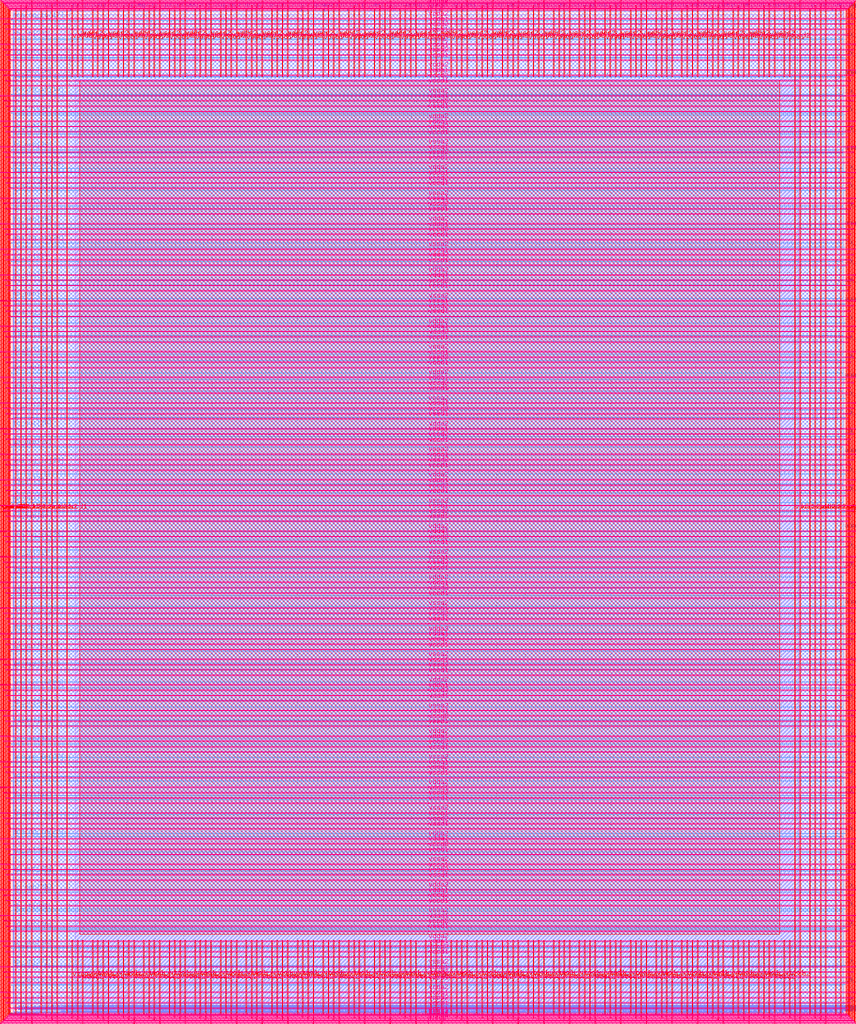
<source format=lef>
VERSION 5.7 ;
  NOWIREEXTENSIONATPIN ON ;
  DIVIDERCHAR "/" ;
  BUSBITCHARS "[]" ;
MACRO user_project_wrapper
  CLASS BLOCK ;
  FOREIGN user_project_wrapper ;
  ORIGIN 0.000 0.000 ;
  SIZE 2920.000 BY 3520.000 ;
  PIN analog_io[0]
    DIRECTION INOUT ;
    USE SIGNAL ;
    PORT
      LAYER met3 ;
        RECT 2917.600 1426.380 2924.800 1427.580 ;
    END
  END analog_io[0]
  PIN analog_io[10]
    DIRECTION INOUT ;
    USE SIGNAL ;
    PORT
      LAYER met2 ;
        RECT 2230.490 3517.600 2231.050 3524.800 ;
    END
  END analog_io[10]
  PIN analog_io[11]
    DIRECTION INOUT ;
    USE SIGNAL ;
    PORT
      LAYER met2 ;
        RECT 1905.730 3517.600 1906.290 3524.800 ;
    END
  END analog_io[11]
  PIN analog_io[12]
    DIRECTION INOUT ;
    USE SIGNAL ;
    PORT
      LAYER met2 ;
        RECT 1581.430 3517.600 1581.990 3524.800 ;
    END
  END analog_io[12]
  PIN analog_io[13]
    DIRECTION INOUT ;
    USE SIGNAL ;
    PORT
      LAYER met2 ;
        RECT 1257.130 3517.600 1257.690 3524.800 ;
    END
  END analog_io[13]
  PIN analog_io[14]
    DIRECTION INOUT ;
    USE SIGNAL ;
    PORT
      LAYER met2 ;
        RECT 932.370 3517.600 932.930 3524.800 ;
    END
  END analog_io[14]
  PIN analog_io[15]
    DIRECTION INOUT ;
    USE SIGNAL ;
    PORT
      LAYER met2 ;
        RECT 608.070 3517.600 608.630 3524.800 ;
    END
  END analog_io[15]
  PIN analog_io[16]
    DIRECTION INOUT ;
    USE SIGNAL ;
    PORT
      LAYER met2 ;
        RECT 283.770 3517.600 284.330 3524.800 ;
    END
  END analog_io[16]
  PIN analog_io[17]
    DIRECTION INOUT ;
    USE SIGNAL ;
    PORT
      LAYER met3 ;
        RECT -4.800 3486.100 2.400 3487.300 ;
    END
  END analog_io[17]
  PIN analog_io[18]
    DIRECTION INOUT ;
    USE SIGNAL ;
    PORT
      LAYER met3 ;
        RECT -4.800 3224.980 2.400 3226.180 ;
    END
  END analog_io[18]
  PIN analog_io[19]
    DIRECTION INOUT ;
    USE SIGNAL ;
    PORT
      LAYER met3 ;
        RECT -4.800 2964.540 2.400 2965.740 ;
    END
  END analog_io[19]
  PIN analog_io[1]
    DIRECTION INOUT ;
    USE SIGNAL ;
    PORT
      LAYER met3 ;
        RECT 2917.600 1692.260 2924.800 1693.460 ;
    END
  END analog_io[1]
  PIN analog_io[20]
    DIRECTION INOUT ;
    USE SIGNAL ;
    PORT
      LAYER met3 ;
        RECT -4.800 2703.420 2.400 2704.620 ;
    END
  END analog_io[20]
  PIN analog_io[21]
    DIRECTION INOUT ;
    USE SIGNAL ;
    PORT
      LAYER met3 ;
        RECT -4.800 2442.980 2.400 2444.180 ;
    END
  END analog_io[21]
  PIN analog_io[22]
    DIRECTION INOUT ;
    USE SIGNAL ;
    PORT
      LAYER met3 ;
        RECT -4.800 2182.540 2.400 2183.740 ;
    END
  END analog_io[22]
  PIN analog_io[23]
    DIRECTION INOUT ;
    USE SIGNAL ;
    PORT
      LAYER met3 ;
        RECT -4.800 1921.420 2.400 1922.620 ;
    END
  END analog_io[23]
  PIN analog_io[24]
    DIRECTION INOUT ;
    USE SIGNAL ;
    PORT
      LAYER met3 ;
        RECT -4.800 1660.980 2.400 1662.180 ;
    END
  END analog_io[24]
  PIN analog_io[25]
    DIRECTION INOUT ;
    USE SIGNAL ;
    PORT
      LAYER met3 ;
        RECT -4.800 1399.860 2.400 1401.060 ;
    END
  END analog_io[25]
  PIN analog_io[26]
    DIRECTION INOUT ;
    USE SIGNAL ;
    PORT
      LAYER met3 ;
        RECT -4.800 1139.420 2.400 1140.620 ;
    END
  END analog_io[26]
  PIN analog_io[27]
    DIRECTION INOUT ;
    USE SIGNAL ;
    PORT
      LAYER met3 ;
        RECT -4.800 878.980 2.400 880.180 ;
    END
  END analog_io[27]
  PIN analog_io[28]
    DIRECTION INOUT ;
    USE SIGNAL ;
    PORT
      LAYER met3 ;
        RECT -4.800 617.860 2.400 619.060 ;
    END
  END analog_io[28]
  PIN analog_io[2]
    DIRECTION INOUT ;
    USE SIGNAL ;
    PORT
      LAYER met3 ;
        RECT 2917.600 1958.140 2924.800 1959.340 ;
    END
  END analog_io[2]
  PIN analog_io[3]
    DIRECTION INOUT ;
    USE SIGNAL ;
    PORT
      LAYER met3 ;
        RECT 2917.600 2223.340 2924.800 2224.540 ;
    END
  END analog_io[3]
  PIN analog_io[4]
    DIRECTION INOUT ;
    USE SIGNAL ;
    PORT
      LAYER met3 ;
        RECT 2917.600 2489.220 2924.800 2490.420 ;
    END
  END analog_io[4]
  PIN analog_io[5]
    DIRECTION INOUT ;
    USE SIGNAL ;
    PORT
      LAYER met3 ;
        RECT 2917.600 2755.100 2924.800 2756.300 ;
    END
  END analog_io[5]
  PIN analog_io[6]
    DIRECTION INOUT ;
    USE SIGNAL ;
    PORT
      LAYER met3 ;
        RECT 2917.600 3020.300 2924.800 3021.500 ;
    END
  END analog_io[6]
  PIN analog_io[7]
    DIRECTION INOUT ;
    USE SIGNAL ;
    PORT
      LAYER met3 ;
        RECT 2917.600 3286.180 2924.800 3287.380 ;
    END
  END analog_io[7]
  PIN analog_io[8]
    DIRECTION INOUT ;
    USE SIGNAL ;
    PORT
      LAYER met2 ;
        RECT 2879.090 3517.600 2879.650 3524.800 ;
    END
  END analog_io[8]
  PIN analog_io[9]
    DIRECTION INOUT ;
    USE SIGNAL ;
    PORT
      LAYER met2 ;
        RECT 2554.790 3517.600 2555.350 3524.800 ;
    END
  END analog_io[9]
  PIN io_in[0]
    DIRECTION INPUT ;
    USE SIGNAL ;
    PORT
      LAYER met3 ;
        RECT 2917.600 32.380 2924.800 33.580 ;
    END
  END io_in[0]
  PIN io_in[10]
    DIRECTION INPUT ;
    USE SIGNAL ;
    PORT
      LAYER met3 ;
        RECT 2917.600 2289.980 2924.800 2291.180 ;
    END
  END io_in[10]
  PIN io_in[11]
    DIRECTION INPUT ;
    USE SIGNAL ;
    PORT
      LAYER met3 ;
        RECT 2917.600 2555.860 2924.800 2557.060 ;
    END
  END io_in[11]
  PIN io_in[12]
    DIRECTION INPUT ;
    USE SIGNAL ;
    PORT
      LAYER met3 ;
        RECT 2917.600 2821.060 2924.800 2822.260 ;
    END
  END io_in[12]
  PIN io_in[13]
    DIRECTION INPUT ;
    USE SIGNAL ;
    PORT
      LAYER met3 ;
        RECT 2917.600 3086.940 2924.800 3088.140 ;
    END
  END io_in[13]
  PIN io_in[14]
    DIRECTION INPUT ;
    USE SIGNAL ;
    PORT
      LAYER met3 ;
        RECT 2917.600 3352.820 2924.800 3354.020 ;
    END
  END io_in[14]
  PIN io_in[15]
    DIRECTION INPUT ;
    USE SIGNAL ;
    PORT
      LAYER met2 ;
        RECT 2798.130 3517.600 2798.690 3524.800 ;
    END
  END io_in[15]
  PIN io_in[16]
    DIRECTION INPUT ;
    USE SIGNAL ;
    PORT
      LAYER met2 ;
        RECT 2473.830 3517.600 2474.390 3524.800 ;
    END
  END io_in[16]
  PIN io_in[17]
    DIRECTION INPUT ;
    USE SIGNAL ;
    PORT
      LAYER met2 ;
        RECT 2149.070 3517.600 2149.630 3524.800 ;
    END
  END io_in[17]
  PIN io_in[18]
    DIRECTION INPUT ;
    USE SIGNAL ;
    PORT
      LAYER met2 ;
        RECT 1824.770 3517.600 1825.330 3524.800 ;
    END
  END io_in[18]
  PIN io_in[19]
    DIRECTION INPUT ;
    USE SIGNAL ;
    PORT
      LAYER met2 ;
        RECT 1500.470 3517.600 1501.030 3524.800 ;
    END
  END io_in[19]
  PIN io_in[1]
    DIRECTION INPUT ;
    USE SIGNAL ;
    PORT
      LAYER met3 ;
        RECT 2917.600 230.940 2924.800 232.140 ;
    END
  END io_in[1]
  PIN io_in[20]
    DIRECTION INPUT ;
    USE SIGNAL ;
    PORT
      LAYER met2 ;
        RECT 1175.710 3517.600 1176.270 3524.800 ;
    END
  END io_in[20]
  PIN io_in[21]
    DIRECTION INPUT ;
    USE SIGNAL ;
    PORT
      LAYER met2 ;
        RECT 851.410 3517.600 851.970 3524.800 ;
    END
  END io_in[21]
  PIN io_in[22]
    DIRECTION INPUT ;
    USE SIGNAL ;
    PORT
      LAYER met2 ;
        RECT 527.110 3517.600 527.670 3524.800 ;
    END
  END io_in[22]
  PIN io_in[23]
    DIRECTION INPUT ;
    USE SIGNAL ;
    PORT
      LAYER met2 ;
        RECT 202.350 3517.600 202.910 3524.800 ;
    END
  END io_in[23]
  PIN io_in[24]
    DIRECTION INPUT ;
    USE SIGNAL ;
    PORT
      LAYER met3 ;
        RECT -4.800 3420.820 2.400 3422.020 ;
    END
  END io_in[24]
  PIN io_in[25]
    DIRECTION INPUT ;
    USE SIGNAL ;
    PORT
      LAYER met3 ;
        RECT -4.800 3159.700 2.400 3160.900 ;
    END
  END io_in[25]
  PIN io_in[26]
    DIRECTION INPUT ;
    USE SIGNAL ;
    PORT
      LAYER met3 ;
        RECT -4.800 2899.260 2.400 2900.460 ;
    END
  END io_in[26]
  PIN io_in[27]
    DIRECTION INPUT ;
    USE SIGNAL ;
    PORT
      LAYER met3 ;
        RECT -4.800 2638.820 2.400 2640.020 ;
    END
  END io_in[27]
  PIN io_in[28]
    DIRECTION INPUT ;
    USE SIGNAL ;
    PORT
      LAYER met3 ;
        RECT -4.800 2377.700 2.400 2378.900 ;
    END
  END io_in[28]
  PIN io_in[29]
    DIRECTION INPUT ;
    USE SIGNAL ;
    PORT
      LAYER met3 ;
        RECT -4.800 2117.260 2.400 2118.460 ;
    END
  END io_in[29]
  PIN io_in[2]
    DIRECTION INPUT ;
    USE SIGNAL ;
    PORT
      LAYER met3 ;
        RECT 2917.600 430.180 2924.800 431.380 ;
    END
  END io_in[2]
  PIN io_in[30]
    DIRECTION INPUT ;
    USE SIGNAL ;
    PORT
      LAYER met3 ;
        RECT -4.800 1856.140 2.400 1857.340 ;
    END
  END io_in[30]
  PIN io_in[31]
    DIRECTION INPUT ;
    USE SIGNAL ;
    PORT
      LAYER met3 ;
        RECT -4.800 1595.700 2.400 1596.900 ;
    END
  END io_in[31]
  PIN io_in[32]
    DIRECTION INPUT ;
    USE SIGNAL ;
    PORT
      LAYER met3 ;
        RECT -4.800 1335.260 2.400 1336.460 ;
    END
  END io_in[32]
  PIN io_in[33]
    DIRECTION INPUT ;
    USE SIGNAL ;
    PORT
      LAYER met3 ;
        RECT -4.800 1074.140 2.400 1075.340 ;
    END
  END io_in[33]
  PIN io_in[34]
    DIRECTION INPUT ;
    USE SIGNAL ;
    PORT
      LAYER met3 ;
        RECT -4.800 813.700 2.400 814.900 ;
    END
  END io_in[34]
  PIN io_in[35]
    DIRECTION INPUT ;
    USE SIGNAL ;
    PORT
      LAYER met3 ;
        RECT -4.800 552.580 2.400 553.780 ;
    END
  END io_in[35]
  PIN io_in[36]
    DIRECTION INPUT ;
    USE SIGNAL ;
    PORT
      LAYER met3 ;
        RECT -4.800 357.420 2.400 358.620 ;
    END
  END io_in[36]
  PIN io_in[37]
    DIRECTION INPUT ;
    USE SIGNAL ;
    PORT
      LAYER met3 ;
        RECT -4.800 161.580 2.400 162.780 ;
    END
  END io_in[37]
  PIN io_in[3]
    DIRECTION INPUT ;
    USE SIGNAL ;
    PORT
      LAYER met3 ;
        RECT 2917.600 629.420 2924.800 630.620 ;
    END
  END io_in[3]
  PIN io_in[4]
    DIRECTION INPUT ;
    USE SIGNAL ;
    PORT
      LAYER met3 ;
        RECT 2917.600 828.660 2924.800 829.860 ;
    END
  END io_in[4]
  PIN io_in[5]
    DIRECTION INPUT ;
    USE SIGNAL ;
    PORT
      LAYER met3 ;
        RECT 2917.600 1027.900 2924.800 1029.100 ;
    END
  END io_in[5]
  PIN io_in[6]
    DIRECTION INPUT ;
    USE SIGNAL ;
    PORT
      LAYER met3 ;
        RECT 2917.600 1227.140 2924.800 1228.340 ;
    END
  END io_in[6]
  PIN io_in[7]
    DIRECTION INPUT ;
    USE SIGNAL ;
    PORT
      LAYER met3 ;
        RECT 2917.600 1493.020 2924.800 1494.220 ;
    END
  END io_in[7]
  PIN io_in[8]
    DIRECTION INPUT ;
    USE SIGNAL ;
    PORT
      LAYER met3 ;
        RECT 2917.600 1758.900 2924.800 1760.100 ;
    END
  END io_in[8]
  PIN io_in[9]
    DIRECTION INPUT ;
    USE SIGNAL ;
    PORT
      LAYER met3 ;
        RECT 2917.600 2024.100 2924.800 2025.300 ;
    END
  END io_in[9]
  PIN io_oeb[0]
    DIRECTION OUTPUT TRISTATE ;
    USE SIGNAL ;
    PORT
      LAYER met3 ;
        RECT 2917.600 164.980 2924.800 166.180 ;
    END
  END io_oeb[0]
  PIN io_oeb[10]
    DIRECTION OUTPUT TRISTATE ;
    USE SIGNAL ;
    PORT
      LAYER met3 ;
        RECT 2917.600 2422.580 2924.800 2423.780 ;
    END
  END io_oeb[10]
  PIN io_oeb[11]
    DIRECTION OUTPUT TRISTATE ;
    USE SIGNAL ;
    PORT
      LAYER met3 ;
        RECT 2917.600 2688.460 2924.800 2689.660 ;
    END
  END io_oeb[11]
  PIN io_oeb[12]
    DIRECTION OUTPUT TRISTATE ;
    USE SIGNAL ;
    PORT
      LAYER met3 ;
        RECT 2917.600 2954.340 2924.800 2955.540 ;
    END
  END io_oeb[12]
  PIN io_oeb[13]
    DIRECTION OUTPUT TRISTATE ;
    USE SIGNAL ;
    PORT
      LAYER met3 ;
        RECT 2917.600 3219.540 2924.800 3220.740 ;
    END
  END io_oeb[13]
  PIN io_oeb[14]
    DIRECTION OUTPUT TRISTATE ;
    USE SIGNAL ;
    PORT
      LAYER met3 ;
        RECT 2917.600 3485.420 2924.800 3486.620 ;
    END
  END io_oeb[14]
  PIN io_oeb[15]
    DIRECTION OUTPUT TRISTATE ;
    USE SIGNAL ;
    PORT
      LAYER met2 ;
        RECT 2635.750 3517.600 2636.310 3524.800 ;
    END
  END io_oeb[15]
  PIN io_oeb[16]
    DIRECTION OUTPUT TRISTATE ;
    USE SIGNAL ;
    PORT
      LAYER met2 ;
        RECT 2311.450 3517.600 2312.010 3524.800 ;
    END
  END io_oeb[16]
  PIN io_oeb[17]
    DIRECTION OUTPUT TRISTATE ;
    USE SIGNAL ;
    PORT
      LAYER met2 ;
        RECT 1987.150 3517.600 1987.710 3524.800 ;
    END
  END io_oeb[17]
  PIN io_oeb[18]
    DIRECTION OUTPUT TRISTATE ;
    USE SIGNAL ;
    PORT
      LAYER met2 ;
        RECT 1662.390 3517.600 1662.950 3524.800 ;
    END
  END io_oeb[18]
  PIN io_oeb[19]
    DIRECTION OUTPUT TRISTATE ;
    USE SIGNAL ;
    PORT
      LAYER met2 ;
        RECT 1338.090 3517.600 1338.650 3524.800 ;
    END
  END io_oeb[19]
  PIN io_oeb[1]
    DIRECTION OUTPUT TRISTATE ;
    USE SIGNAL ;
    PORT
      LAYER met3 ;
        RECT 2917.600 364.220 2924.800 365.420 ;
    END
  END io_oeb[1]
  PIN io_oeb[20]
    DIRECTION OUTPUT TRISTATE ;
    USE SIGNAL ;
    PORT
      LAYER met2 ;
        RECT 1013.790 3517.600 1014.350 3524.800 ;
    END
  END io_oeb[20]
  PIN io_oeb[21]
    DIRECTION OUTPUT TRISTATE ;
    USE SIGNAL ;
    PORT
      LAYER met2 ;
        RECT 689.030 3517.600 689.590 3524.800 ;
    END
  END io_oeb[21]
  PIN io_oeb[22]
    DIRECTION OUTPUT TRISTATE ;
    USE SIGNAL ;
    PORT
      LAYER met2 ;
        RECT 364.730 3517.600 365.290 3524.800 ;
    END
  END io_oeb[22]
  PIN io_oeb[23]
    DIRECTION OUTPUT TRISTATE ;
    USE SIGNAL ;
    PORT
      LAYER met2 ;
        RECT 40.430 3517.600 40.990 3524.800 ;
    END
  END io_oeb[23]
  PIN io_oeb[24]
    DIRECTION OUTPUT TRISTATE ;
    USE SIGNAL ;
    PORT
      LAYER met3 ;
        RECT -4.800 3290.260 2.400 3291.460 ;
    END
  END io_oeb[24]
  PIN io_oeb[25]
    DIRECTION OUTPUT TRISTATE ;
    USE SIGNAL ;
    PORT
      LAYER met3 ;
        RECT -4.800 3029.820 2.400 3031.020 ;
    END
  END io_oeb[25]
  PIN io_oeb[26]
    DIRECTION OUTPUT TRISTATE ;
    USE SIGNAL ;
    PORT
      LAYER met3 ;
        RECT -4.800 2768.700 2.400 2769.900 ;
    END
  END io_oeb[26]
  PIN io_oeb[27]
    DIRECTION OUTPUT TRISTATE ;
    USE SIGNAL ;
    PORT
      LAYER met3 ;
        RECT -4.800 2508.260 2.400 2509.460 ;
    END
  END io_oeb[27]
  PIN io_oeb[28]
    DIRECTION OUTPUT TRISTATE ;
    USE SIGNAL ;
    PORT
      LAYER met3 ;
        RECT -4.800 2247.140 2.400 2248.340 ;
    END
  END io_oeb[28]
  PIN io_oeb[29]
    DIRECTION OUTPUT TRISTATE ;
    USE SIGNAL ;
    PORT
      LAYER met3 ;
        RECT -4.800 1986.700 2.400 1987.900 ;
    END
  END io_oeb[29]
  PIN io_oeb[2]
    DIRECTION OUTPUT TRISTATE ;
    USE SIGNAL ;
    PORT
      LAYER met3 ;
        RECT 2917.600 563.460 2924.800 564.660 ;
    END
  END io_oeb[2]
  PIN io_oeb[30]
    DIRECTION OUTPUT TRISTATE ;
    USE SIGNAL ;
    PORT
      LAYER met3 ;
        RECT -4.800 1726.260 2.400 1727.460 ;
    END
  END io_oeb[30]
  PIN io_oeb[31]
    DIRECTION OUTPUT TRISTATE ;
    USE SIGNAL ;
    PORT
      LAYER met3 ;
        RECT -4.800 1465.140 2.400 1466.340 ;
    END
  END io_oeb[31]
  PIN io_oeb[32]
    DIRECTION OUTPUT TRISTATE ;
    USE SIGNAL ;
    PORT
      LAYER met3 ;
        RECT -4.800 1204.700 2.400 1205.900 ;
    END
  END io_oeb[32]
  PIN io_oeb[33]
    DIRECTION OUTPUT TRISTATE ;
    USE SIGNAL ;
    PORT
      LAYER met3 ;
        RECT -4.800 943.580 2.400 944.780 ;
    END
  END io_oeb[33]
  PIN io_oeb[34]
    DIRECTION OUTPUT TRISTATE ;
    USE SIGNAL ;
    PORT
      LAYER met3 ;
        RECT -4.800 683.140 2.400 684.340 ;
    END
  END io_oeb[34]
  PIN io_oeb[35]
    DIRECTION OUTPUT TRISTATE ;
    USE SIGNAL ;
    PORT
      LAYER met3 ;
        RECT -4.800 422.700 2.400 423.900 ;
    END
  END io_oeb[35]
  PIN io_oeb[36]
    DIRECTION OUTPUT TRISTATE ;
    USE SIGNAL ;
    PORT
      LAYER met3 ;
        RECT -4.800 226.860 2.400 228.060 ;
    END
  END io_oeb[36]
  PIN io_oeb[37]
    DIRECTION OUTPUT TRISTATE ;
    USE SIGNAL ;
    PORT
      LAYER met3 ;
        RECT -4.800 31.700 2.400 32.900 ;
    END
  END io_oeb[37]
  PIN io_oeb[3]
    DIRECTION OUTPUT TRISTATE ;
    USE SIGNAL ;
    PORT
      LAYER met3 ;
        RECT 2917.600 762.700 2924.800 763.900 ;
    END
  END io_oeb[3]
  PIN io_oeb[4]
    DIRECTION OUTPUT TRISTATE ;
    USE SIGNAL ;
    PORT
      LAYER met3 ;
        RECT 2917.600 961.940 2924.800 963.140 ;
    END
  END io_oeb[4]
  PIN io_oeb[5]
    DIRECTION OUTPUT TRISTATE ;
    USE SIGNAL ;
    PORT
      LAYER met3 ;
        RECT 2917.600 1161.180 2924.800 1162.380 ;
    END
  END io_oeb[5]
  PIN io_oeb[6]
    DIRECTION OUTPUT TRISTATE ;
    USE SIGNAL ;
    PORT
      LAYER met3 ;
        RECT 2917.600 1360.420 2924.800 1361.620 ;
    END
  END io_oeb[6]
  PIN io_oeb[7]
    DIRECTION OUTPUT TRISTATE ;
    USE SIGNAL ;
    PORT
      LAYER met3 ;
        RECT 2917.600 1625.620 2924.800 1626.820 ;
    END
  END io_oeb[7]
  PIN io_oeb[8]
    DIRECTION OUTPUT TRISTATE ;
    USE SIGNAL ;
    PORT
      LAYER met3 ;
        RECT 2917.600 1891.500 2924.800 1892.700 ;
    END
  END io_oeb[8]
  PIN io_oeb[9]
    DIRECTION OUTPUT TRISTATE ;
    USE SIGNAL ;
    PORT
      LAYER met3 ;
        RECT 2917.600 2157.380 2924.800 2158.580 ;
    END
  END io_oeb[9]
  PIN io_out[0]
    DIRECTION OUTPUT TRISTATE ;
    USE SIGNAL ;
    PORT
      LAYER met3 ;
        RECT 2917.600 98.340 2924.800 99.540 ;
    END
  END io_out[0]
  PIN io_out[10]
    DIRECTION OUTPUT TRISTATE ;
    USE SIGNAL ;
    PORT
      LAYER met3 ;
        RECT 2917.600 2356.620 2924.800 2357.820 ;
    END
  END io_out[10]
  PIN io_out[11]
    DIRECTION OUTPUT TRISTATE ;
    USE SIGNAL ;
    PORT
      LAYER met3 ;
        RECT 2917.600 2621.820 2924.800 2623.020 ;
    END
  END io_out[11]
  PIN io_out[12]
    DIRECTION OUTPUT TRISTATE ;
    USE SIGNAL ;
    PORT
      LAYER met3 ;
        RECT 2917.600 2887.700 2924.800 2888.900 ;
    END
  END io_out[12]
  PIN io_out[13]
    DIRECTION OUTPUT TRISTATE ;
    USE SIGNAL ;
    PORT
      LAYER met3 ;
        RECT 2917.600 3153.580 2924.800 3154.780 ;
    END
  END io_out[13]
  PIN io_out[14]
    DIRECTION OUTPUT TRISTATE ;
    USE SIGNAL ;
    PORT
      LAYER met3 ;
        RECT 2917.600 3418.780 2924.800 3419.980 ;
    END
  END io_out[14]
  PIN io_out[15]
    DIRECTION OUTPUT TRISTATE ;
    USE SIGNAL ;
    PORT
      LAYER met2 ;
        RECT 2717.170 3517.600 2717.730 3524.800 ;
    END
  END io_out[15]
  PIN io_out[16]
    DIRECTION OUTPUT TRISTATE ;
    USE SIGNAL ;
    PORT
      LAYER met2 ;
        RECT 2392.410 3517.600 2392.970 3524.800 ;
    END
  END io_out[16]
  PIN io_out[17]
    DIRECTION OUTPUT TRISTATE ;
    USE SIGNAL ;
    PORT
      LAYER met2 ;
        RECT 2068.110 3517.600 2068.670 3524.800 ;
    END
  END io_out[17]
  PIN io_out[18]
    DIRECTION OUTPUT TRISTATE ;
    USE SIGNAL ;
    PORT
      LAYER met2 ;
        RECT 1743.810 3517.600 1744.370 3524.800 ;
    END
  END io_out[18]
  PIN io_out[19]
    DIRECTION OUTPUT TRISTATE ;
    USE SIGNAL ;
    PORT
      LAYER met2 ;
        RECT 1419.050 3517.600 1419.610 3524.800 ;
    END
  END io_out[19]
  PIN io_out[1]
    DIRECTION OUTPUT TRISTATE ;
    USE SIGNAL ;
    PORT
      LAYER met3 ;
        RECT 2917.600 297.580 2924.800 298.780 ;
    END
  END io_out[1]
  PIN io_out[20]
    DIRECTION OUTPUT TRISTATE ;
    USE SIGNAL ;
    PORT
      LAYER met2 ;
        RECT 1094.750 3517.600 1095.310 3524.800 ;
    END
  END io_out[20]
  PIN io_out[21]
    DIRECTION OUTPUT TRISTATE ;
    USE SIGNAL ;
    PORT
      LAYER met2 ;
        RECT 770.450 3517.600 771.010 3524.800 ;
    END
  END io_out[21]
  PIN io_out[22]
    DIRECTION OUTPUT TRISTATE ;
    USE SIGNAL ;
    PORT
      LAYER met2 ;
        RECT 445.690 3517.600 446.250 3524.800 ;
    END
  END io_out[22]
  PIN io_out[23]
    DIRECTION OUTPUT TRISTATE ;
    USE SIGNAL ;
    PORT
      LAYER met2 ;
        RECT 121.390 3517.600 121.950 3524.800 ;
    END
  END io_out[23]
  PIN io_out[24]
    DIRECTION OUTPUT TRISTATE ;
    USE SIGNAL ;
    PORT
      LAYER met3 ;
        RECT -4.800 3355.540 2.400 3356.740 ;
    END
  END io_out[24]
  PIN io_out[25]
    DIRECTION OUTPUT TRISTATE ;
    USE SIGNAL ;
    PORT
      LAYER met3 ;
        RECT -4.800 3095.100 2.400 3096.300 ;
    END
  END io_out[25]
  PIN io_out[26]
    DIRECTION OUTPUT TRISTATE ;
    USE SIGNAL ;
    PORT
      LAYER met3 ;
        RECT -4.800 2833.980 2.400 2835.180 ;
    END
  END io_out[26]
  PIN io_out[27]
    DIRECTION OUTPUT TRISTATE ;
    USE SIGNAL ;
    PORT
      LAYER met3 ;
        RECT -4.800 2573.540 2.400 2574.740 ;
    END
  END io_out[27]
  PIN io_out[28]
    DIRECTION OUTPUT TRISTATE ;
    USE SIGNAL ;
    PORT
      LAYER met3 ;
        RECT -4.800 2312.420 2.400 2313.620 ;
    END
  END io_out[28]
  PIN io_out[29]
    DIRECTION OUTPUT TRISTATE ;
    USE SIGNAL ;
    PORT
      LAYER met3 ;
        RECT -4.800 2051.980 2.400 2053.180 ;
    END
  END io_out[29]
  PIN io_out[2]
    DIRECTION OUTPUT TRISTATE ;
    USE SIGNAL ;
    PORT
      LAYER met3 ;
        RECT 2917.600 496.820 2924.800 498.020 ;
    END
  END io_out[2]
  PIN io_out[30]
    DIRECTION OUTPUT TRISTATE ;
    USE SIGNAL ;
    PORT
      LAYER met3 ;
        RECT -4.800 1791.540 2.400 1792.740 ;
    END
  END io_out[30]
  PIN io_out[31]
    DIRECTION OUTPUT TRISTATE ;
    USE SIGNAL ;
    PORT
      LAYER met3 ;
        RECT -4.800 1530.420 2.400 1531.620 ;
    END
  END io_out[31]
  PIN io_out[32]
    DIRECTION OUTPUT TRISTATE ;
    USE SIGNAL ;
    PORT
      LAYER met3 ;
        RECT -4.800 1269.980 2.400 1271.180 ;
    END
  END io_out[32]
  PIN io_out[33]
    DIRECTION OUTPUT TRISTATE ;
    USE SIGNAL ;
    PORT
      LAYER met3 ;
        RECT -4.800 1008.860 2.400 1010.060 ;
    END
  END io_out[33]
  PIN io_out[34]
    DIRECTION OUTPUT TRISTATE ;
    USE SIGNAL ;
    PORT
      LAYER met3 ;
        RECT -4.800 748.420 2.400 749.620 ;
    END
  END io_out[34]
  PIN io_out[35]
    DIRECTION OUTPUT TRISTATE ;
    USE SIGNAL ;
    PORT
      LAYER met3 ;
        RECT -4.800 487.300 2.400 488.500 ;
    END
  END io_out[35]
  PIN io_out[36]
    DIRECTION OUTPUT TRISTATE ;
    USE SIGNAL ;
    PORT
      LAYER met3 ;
        RECT -4.800 292.140 2.400 293.340 ;
    END
  END io_out[36]
  PIN io_out[37]
    DIRECTION OUTPUT TRISTATE ;
    USE SIGNAL ;
    PORT
      LAYER met3 ;
        RECT -4.800 96.300 2.400 97.500 ;
    END
  END io_out[37]
  PIN io_out[3]
    DIRECTION OUTPUT TRISTATE ;
    USE SIGNAL ;
    PORT
      LAYER met3 ;
        RECT 2917.600 696.060 2924.800 697.260 ;
    END
  END io_out[3]
  PIN io_out[4]
    DIRECTION OUTPUT TRISTATE ;
    USE SIGNAL ;
    PORT
      LAYER met3 ;
        RECT 2917.600 895.300 2924.800 896.500 ;
    END
  END io_out[4]
  PIN io_out[5]
    DIRECTION OUTPUT TRISTATE ;
    USE SIGNAL ;
    PORT
      LAYER met3 ;
        RECT 2917.600 1094.540 2924.800 1095.740 ;
    END
  END io_out[5]
  PIN io_out[6]
    DIRECTION OUTPUT TRISTATE ;
    USE SIGNAL ;
    PORT
      LAYER met3 ;
        RECT 2917.600 1293.780 2924.800 1294.980 ;
    END
  END io_out[6]
  PIN io_out[7]
    DIRECTION OUTPUT TRISTATE ;
    USE SIGNAL ;
    PORT
      LAYER met3 ;
        RECT 2917.600 1559.660 2924.800 1560.860 ;
    END
  END io_out[7]
  PIN io_out[8]
    DIRECTION OUTPUT TRISTATE ;
    USE SIGNAL ;
    PORT
      LAYER met3 ;
        RECT 2917.600 1824.860 2924.800 1826.060 ;
    END
  END io_out[8]
  PIN io_out[9]
    DIRECTION OUTPUT TRISTATE ;
    USE SIGNAL ;
    PORT
      LAYER met3 ;
        RECT 2917.600 2090.740 2924.800 2091.940 ;
    END
  END io_out[9]
  PIN la_data_in[0]
    DIRECTION INPUT ;
    USE SIGNAL ;
    PORT
      LAYER met2 ;
        RECT 629.230 -4.800 629.790 2.400 ;
    END
  END la_data_in[0]
  PIN la_data_in[100]
    DIRECTION INPUT ;
    USE SIGNAL ;
    PORT
      LAYER met2 ;
        RECT 2402.530 -4.800 2403.090 2.400 ;
    END
  END la_data_in[100]
  PIN la_data_in[101]
    DIRECTION INPUT ;
    USE SIGNAL ;
    PORT
      LAYER met2 ;
        RECT 2420.010 -4.800 2420.570 2.400 ;
    END
  END la_data_in[101]
  PIN la_data_in[102]
    DIRECTION INPUT ;
    USE SIGNAL ;
    PORT
      LAYER met2 ;
        RECT 2437.950 -4.800 2438.510 2.400 ;
    END
  END la_data_in[102]
  PIN la_data_in[103]
    DIRECTION INPUT ;
    USE SIGNAL ;
    PORT
      LAYER met2 ;
        RECT 2455.430 -4.800 2455.990 2.400 ;
    END
  END la_data_in[103]
  PIN la_data_in[104]
    DIRECTION INPUT ;
    USE SIGNAL ;
    PORT
      LAYER met2 ;
        RECT 2473.370 -4.800 2473.930 2.400 ;
    END
  END la_data_in[104]
  PIN la_data_in[105]
    DIRECTION INPUT ;
    USE SIGNAL ;
    PORT
      LAYER met2 ;
        RECT 2490.850 -4.800 2491.410 2.400 ;
    END
  END la_data_in[105]
  PIN la_data_in[106]
    DIRECTION INPUT ;
    USE SIGNAL ;
    PORT
      LAYER met2 ;
        RECT 2508.790 -4.800 2509.350 2.400 ;
    END
  END la_data_in[106]
  PIN la_data_in[107]
    DIRECTION INPUT ;
    USE SIGNAL ;
    PORT
      LAYER met2 ;
        RECT 2526.730 -4.800 2527.290 2.400 ;
    END
  END la_data_in[107]
  PIN la_data_in[108]
    DIRECTION INPUT ;
    USE SIGNAL ;
    PORT
      LAYER met2 ;
        RECT 2544.210 -4.800 2544.770 2.400 ;
    END
  END la_data_in[108]
  PIN la_data_in[109]
    DIRECTION INPUT ;
    USE SIGNAL ;
    PORT
      LAYER met2 ;
        RECT 2562.150 -4.800 2562.710 2.400 ;
    END
  END la_data_in[109]
  PIN la_data_in[10]
    DIRECTION INPUT ;
    USE SIGNAL ;
    PORT
      LAYER met2 ;
        RECT 806.330 -4.800 806.890 2.400 ;
    END
  END la_data_in[10]
  PIN la_data_in[110]
    DIRECTION INPUT ;
    USE SIGNAL ;
    PORT
      LAYER met2 ;
        RECT 2579.630 -4.800 2580.190 2.400 ;
    END
  END la_data_in[110]
  PIN la_data_in[111]
    DIRECTION INPUT ;
    USE SIGNAL ;
    PORT
      LAYER met2 ;
        RECT 2597.570 -4.800 2598.130 2.400 ;
    END
  END la_data_in[111]
  PIN la_data_in[112]
    DIRECTION INPUT ;
    USE SIGNAL ;
    PORT
      LAYER met2 ;
        RECT 2615.050 -4.800 2615.610 2.400 ;
    END
  END la_data_in[112]
  PIN la_data_in[113]
    DIRECTION INPUT ;
    USE SIGNAL ;
    PORT
      LAYER met2 ;
        RECT 2632.990 -4.800 2633.550 2.400 ;
    END
  END la_data_in[113]
  PIN la_data_in[114]
    DIRECTION INPUT ;
    USE SIGNAL ;
    PORT
      LAYER met2 ;
        RECT 2650.470 -4.800 2651.030 2.400 ;
    END
  END la_data_in[114]
  PIN la_data_in[115]
    DIRECTION INPUT ;
    USE SIGNAL ;
    PORT
      LAYER met2 ;
        RECT 2668.410 -4.800 2668.970 2.400 ;
    END
  END la_data_in[115]
  PIN la_data_in[116]
    DIRECTION INPUT ;
    USE SIGNAL ;
    PORT
      LAYER met2 ;
        RECT 2685.890 -4.800 2686.450 2.400 ;
    END
  END la_data_in[116]
  PIN la_data_in[117]
    DIRECTION INPUT ;
    USE SIGNAL ;
    PORT
      LAYER met2 ;
        RECT 2703.830 -4.800 2704.390 2.400 ;
    END
  END la_data_in[117]
  PIN la_data_in[118]
    DIRECTION INPUT ;
    USE SIGNAL ;
    PORT
      LAYER met2 ;
        RECT 2721.770 -4.800 2722.330 2.400 ;
    END
  END la_data_in[118]
  PIN la_data_in[119]
    DIRECTION INPUT ;
    USE SIGNAL ;
    PORT
      LAYER met2 ;
        RECT 2739.250 -4.800 2739.810 2.400 ;
    END
  END la_data_in[119]
  PIN la_data_in[11]
    DIRECTION INPUT ;
    USE SIGNAL ;
    PORT
      LAYER met2 ;
        RECT 824.270 -4.800 824.830 2.400 ;
    END
  END la_data_in[11]
  PIN la_data_in[120]
    DIRECTION INPUT ;
    USE SIGNAL ;
    PORT
      LAYER met2 ;
        RECT 2757.190 -4.800 2757.750 2.400 ;
    END
  END la_data_in[120]
  PIN la_data_in[121]
    DIRECTION INPUT ;
    USE SIGNAL ;
    PORT
      LAYER met2 ;
        RECT 2774.670 -4.800 2775.230 2.400 ;
    END
  END la_data_in[121]
  PIN la_data_in[122]
    DIRECTION INPUT ;
    USE SIGNAL ;
    PORT
      LAYER met2 ;
        RECT 2792.610 -4.800 2793.170 2.400 ;
    END
  END la_data_in[122]
  PIN la_data_in[123]
    DIRECTION INPUT ;
    USE SIGNAL ;
    PORT
      LAYER met2 ;
        RECT 2810.090 -4.800 2810.650 2.400 ;
    END
  END la_data_in[123]
  PIN la_data_in[124]
    DIRECTION INPUT ;
    USE SIGNAL ;
    PORT
      LAYER met2 ;
        RECT 2828.030 -4.800 2828.590 2.400 ;
    END
  END la_data_in[124]
  PIN la_data_in[125]
    DIRECTION INPUT ;
    USE SIGNAL ;
    PORT
      LAYER met2 ;
        RECT 2845.510 -4.800 2846.070 2.400 ;
    END
  END la_data_in[125]
  PIN la_data_in[126]
    DIRECTION INPUT ;
    USE SIGNAL ;
    PORT
      LAYER met2 ;
        RECT 2863.450 -4.800 2864.010 2.400 ;
    END
  END la_data_in[126]
  PIN la_data_in[127]
    DIRECTION INPUT ;
    USE SIGNAL ;
    PORT
      LAYER met2 ;
        RECT 2881.390 -4.800 2881.950 2.400 ;
    END
  END la_data_in[127]
  PIN la_data_in[12]
    DIRECTION INPUT ;
    USE SIGNAL ;
    PORT
      LAYER met2 ;
        RECT 841.750 -4.800 842.310 2.400 ;
    END
  END la_data_in[12]
  PIN la_data_in[13]
    DIRECTION INPUT ;
    USE SIGNAL ;
    PORT
      LAYER met2 ;
        RECT 859.690 -4.800 860.250 2.400 ;
    END
  END la_data_in[13]
  PIN la_data_in[14]
    DIRECTION INPUT ;
    USE SIGNAL ;
    PORT
      LAYER met2 ;
        RECT 877.170 -4.800 877.730 2.400 ;
    END
  END la_data_in[14]
  PIN la_data_in[15]
    DIRECTION INPUT ;
    USE SIGNAL ;
    PORT
      LAYER met2 ;
        RECT 895.110 -4.800 895.670 2.400 ;
    END
  END la_data_in[15]
  PIN la_data_in[16]
    DIRECTION INPUT ;
    USE SIGNAL ;
    PORT
      LAYER met2 ;
        RECT 912.590 -4.800 913.150 2.400 ;
    END
  END la_data_in[16]
  PIN la_data_in[17]
    DIRECTION INPUT ;
    USE SIGNAL ;
    PORT
      LAYER met2 ;
        RECT 930.530 -4.800 931.090 2.400 ;
    END
  END la_data_in[17]
  PIN la_data_in[18]
    DIRECTION INPUT ;
    USE SIGNAL ;
    PORT
      LAYER met2 ;
        RECT 948.470 -4.800 949.030 2.400 ;
    END
  END la_data_in[18]
  PIN la_data_in[19]
    DIRECTION INPUT ;
    USE SIGNAL ;
    PORT
      LAYER met2 ;
        RECT 965.950 -4.800 966.510 2.400 ;
    END
  END la_data_in[19]
  PIN la_data_in[1]
    DIRECTION INPUT ;
    USE SIGNAL ;
    PORT
      LAYER met2 ;
        RECT 646.710 -4.800 647.270 2.400 ;
    END
  END la_data_in[1]
  PIN la_data_in[20]
    DIRECTION INPUT ;
    USE SIGNAL ;
    PORT
      LAYER met2 ;
        RECT 983.890 -4.800 984.450 2.400 ;
    END
  END la_data_in[20]
  PIN la_data_in[21]
    DIRECTION INPUT ;
    USE SIGNAL ;
    PORT
      LAYER met2 ;
        RECT 1001.370 -4.800 1001.930 2.400 ;
    END
  END la_data_in[21]
  PIN la_data_in[22]
    DIRECTION INPUT ;
    USE SIGNAL ;
    PORT
      LAYER met2 ;
        RECT 1019.310 -4.800 1019.870 2.400 ;
    END
  END la_data_in[22]
  PIN la_data_in[23]
    DIRECTION INPUT ;
    USE SIGNAL ;
    PORT
      LAYER met2 ;
        RECT 1036.790 -4.800 1037.350 2.400 ;
    END
  END la_data_in[23]
  PIN la_data_in[24]
    DIRECTION INPUT ;
    USE SIGNAL ;
    PORT
      LAYER met2 ;
        RECT 1054.730 -4.800 1055.290 2.400 ;
    END
  END la_data_in[24]
  PIN la_data_in[25]
    DIRECTION INPUT ;
    USE SIGNAL ;
    PORT
      LAYER met2 ;
        RECT 1072.210 -4.800 1072.770 2.400 ;
    END
  END la_data_in[25]
  PIN la_data_in[26]
    DIRECTION INPUT ;
    USE SIGNAL ;
    PORT
      LAYER met2 ;
        RECT 1090.150 -4.800 1090.710 2.400 ;
    END
  END la_data_in[26]
  PIN la_data_in[27]
    DIRECTION INPUT ;
    USE SIGNAL ;
    PORT
      LAYER met2 ;
        RECT 1107.630 -4.800 1108.190 2.400 ;
    END
  END la_data_in[27]
  PIN la_data_in[28]
    DIRECTION INPUT ;
    USE SIGNAL ;
    PORT
      LAYER met2 ;
        RECT 1125.570 -4.800 1126.130 2.400 ;
    END
  END la_data_in[28]
  PIN la_data_in[29]
    DIRECTION INPUT ;
    USE SIGNAL ;
    PORT
      LAYER met2 ;
        RECT 1143.510 -4.800 1144.070 2.400 ;
    END
  END la_data_in[29]
  PIN la_data_in[2]
    DIRECTION INPUT ;
    USE SIGNAL ;
    PORT
      LAYER met2 ;
        RECT 664.650 -4.800 665.210 2.400 ;
    END
  END la_data_in[2]
  PIN la_data_in[30]
    DIRECTION INPUT ;
    USE SIGNAL ;
    PORT
      LAYER met2 ;
        RECT 1160.990 -4.800 1161.550 2.400 ;
    END
  END la_data_in[30]
  PIN la_data_in[31]
    DIRECTION INPUT ;
    USE SIGNAL ;
    PORT
      LAYER met2 ;
        RECT 1178.930 -4.800 1179.490 2.400 ;
    END
  END la_data_in[31]
  PIN la_data_in[32]
    DIRECTION INPUT ;
    USE SIGNAL ;
    PORT
      LAYER met2 ;
        RECT 1196.410 -4.800 1196.970 2.400 ;
    END
  END la_data_in[32]
  PIN la_data_in[33]
    DIRECTION INPUT ;
    USE SIGNAL ;
    PORT
      LAYER met2 ;
        RECT 1214.350 -4.800 1214.910 2.400 ;
    END
  END la_data_in[33]
  PIN la_data_in[34]
    DIRECTION INPUT ;
    USE SIGNAL ;
    PORT
      LAYER met2 ;
        RECT 1231.830 -4.800 1232.390 2.400 ;
    END
  END la_data_in[34]
  PIN la_data_in[35]
    DIRECTION INPUT ;
    USE SIGNAL ;
    PORT
      LAYER met2 ;
        RECT 1249.770 -4.800 1250.330 2.400 ;
    END
  END la_data_in[35]
  PIN la_data_in[36]
    DIRECTION INPUT ;
    USE SIGNAL ;
    PORT
      LAYER met2 ;
        RECT 1267.250 -4.800 1267.810 2.400 ;
    END
  END la_data_in[36]
  PIN la_data_in[37]
    DIRECTION INPUT ;
    USE SIGNAL ;
    PORT
      LAYER met2 ;
        RECT 1285.190 -4.800 1285.750 2.400 ;
    END
  END la_data_in[37]
  PIN la_data_in[38]
    DIRECTION INPUT ;
    USE SIGNAL ;
    PORT
      LAYER met2 ;
        RECT 1303.130 -4.800 1303.690 2.400 ;
    END
  END la_data_in[38]
  PIN la_data_in[39]
    DIRECTION INPUT ;
    USE SIGNAL ;
    PORT
      LAYER met2 ;
        RECT 1320.610 -4.800 1321.170 2.400 ;
    END
  END la_data_in[39]
  PIN la_data_in[3]
    DIRECTION INPUT ;
    USE SIGNAL ;
    PORT
      LAYER met2 ;
        RECT 682.130 -4.800 682.690 2.400 ;
    END
  END la_data_in[3]
  PIN la_data_in[40]
    DIRECTION INPUT ;
    USE SIGNAL ;
    PORT
      LAYER met2 ;
        RECT 1338.550 -4.800 1339.110 2.400 ;
    END
  END la_data_in[40]
  PIN la_data_in[41]
    DIRECTION INPUT ;
    USE SIGNAL ;
    PORT
      LAYER met2 ;
        RECT 1356.030 -4.800 1356.590 2.400 ;
    END
  END la_data_in[41]
  PIN la_data_in[42]
    DIRECTION INPUT ;
    USE SIGNAL ;
    PORT
      LAYER met2 ;
        RECT 1373.970 -4.800 1374.530 2.400 ;
    END
  END la_data_in[42]
  PIN la_data_in[43]
    DIRECTION INPUT ;
    USE SIGNAL ;
    PORT
      LAYER met2 ;
        RECT 1391.450 -4.800 1392.010 2.400 ;
    END
  END la_data_in[43]
  PIN la_data_in[44]
    DIRECTION INPUT ;
    USE SIGNAL ;
    PORT
      LAYER met2 ;
        RECT 1409.390 -4.800 1409.950 2.400 ;
    END
  END la_data_in[44]
  PIN la_data_in[45]
    DIRECTION INPUT ;
    USE SIGNAL ;
    PORT
      LAYER met2 ;
        RECT 1426.870 -4.800 1427.430 2.400 ;
    END
  END la_data_in[45]
  PIN la_data_in[46]
    DIRECTION INPUT ;
    USE SIGNAL ;
    PORT
      LAYER met2 ;
        RECT 1444.810 -4.800 1445.370 2.400 ;
    END
  END la_data_in[46]
  PIN la_data_in[47]
    DIRECTION INPUT ;
    USE SIGNAL ;
    PORT
      LAYER met2 ;
        RECT 1462.750 -4.800 1463.310 2.400 ;
    END
  END la_data_in[47]
  PIN la_data_in[48]
    DIRECTION INPUT ;
    USE SIGNAL ;
    PORT
      LAYER met2 ;
        RECT 1480.230 -4.800 1480.790 2.400 ;
    END
  END la_data_in[48]
  PIN la_data_in[49]
    DIRECTION INPUT ;
    USE SIGNAL ;
    PORT
      LAYER met2 ;
        RECT 1498.170 -4.800 1498.730 2.400 ;
    END
  END la_data_in[49]
  PIN la_data_in[4]
    DIRECTION INPUT ;
    USE SIGNAL ;
    PORT
      LAYER met2 ;
        RECT 700.070 -4.800 700.630 2.400 ;
    END
  END la_data_in[4]
  PIN la_data_in[50]
    DIRECTION INPUT ;
    USE SIGNAL ;
    PORT
      LAYER met2 ;
        RECT 1515.650 -4.800 1516.210 2.400 ;
    END
  END la_data_in[50]
  PIN la_data_in[51]
    DIRECTION INPUT ;
    USE SIGNAL ;
    PORT
      LAYER met2 ;
        RECT 1533.590 -4.800 1534.150 2.400 ;
    END
  END la_data_in[51]
  PIN la_data_in[52]
    DIRECTION INPUT ;
    USE SIGNAL ;
    PORT
      LAYER met2 ;
        RECT 1551.070 -4.800 1551.630 2.400 ;
    END
  END la_data_in[52]
  PIN la_data_in[53]
    DIRECTION INPUT ;
    USE SIGNAL ;
    PORT
      LAYER met2 ;
        RECT 1569.010 -4.800 1569.570 2.400 ;
    END
  END la_data_in[53]
  PIN la_data_in[54]
    DIRECTION INPUT ;
    USE SIGNAL ;
    PORT
      LAYER met2 ;
        RECT 1586.490 -4.800 1587.050 2.400 ;
    END
  END la_data_in[54]
  PIN la_data_in[55]
    DIRECTION INPUT ;
    USE SIGNAL ;
    PORT
      LAYER met2 ;
        RECT 1604.430 -4.800 1604.990 2.400 ;
    END
  END la_data_in[55]
  PIN la_data_in[56]
    DIRECTION INPUT ;
    USE SIGNAL ;
    PORT
      LAYER met2 ;
        RECT 1621.910 -4.800 1622.470 2.400 ;
    END
  END la_data_in[56]
  PIN la_data_in[57]
    DIRECTION INPUT ;
    USE SIGNAL ;
    PORT
      LAYER met2 ;
        RECT 1639.850 -4.800 1640.410 2.400 ;
    END
  END la_data_in[57]
  PIN la_data_in[58]
    DIRECTION INPUT ;
    USE SIGNAL ;
    PORT
      LAYER met2 ;
        RECT 1657.790 -4.800 1658.350 2.400 ;
    END
  END la_data_in[58]
  PIN la_data_in[59]
    DIRECTION INPUT ;
    USE SIGNAL ;
    PORT
      LAYER met2 ;
        RECT 1675.270 -4.800 1675.830 2.400 ;
    END
  END la_data_in[59]
  PIN la_data_in[5]
    DIRECTION INPUT ;
    USE SIGNAL ;
    PORT
      LAYER met2 ;
        RECT 717.550 -4.800 718.110 2.400 ;
    END
  END la_data_in[5]
  PIN la_data_in[60]
    DIRECTION INPUT ;
    USE SIGNAL ;
    PORT
      LAYER met2 ;
        RECT 1693.210 -4.800 1693.770 2.400 ;
    END
  END la_data_in[60]
  PIN la_data_in[61]
    DIRECTION INPUT ;
    USE SIGNAL ;
    PORT
      LAYER met2 ;
        RECT 1710.690 -4.800 1711.250 2.400 ;
    END
  END la_data_in[61]
  PIN la_data_in[62]
    DIRECTION INPUT ;
    USE SIGNAL ;
    PORT
      LAYER met2 ;
        RECT 1728.630 -4.800 1729.190 2.400 ;
    END
  END la_data_in[62]
  PIN la_data_in[63]
    DIRECTION INPUT ;
    USE SIGNAL ;
    PORT
      LAYER met2 ;
        RECT 1746.110 -4.800 1746.670 2.400 ;
    END
  END la_data_in[63]
  PIN la_data_in[64]
    DIRECTION INPUT ;
    USE SIGNAL ;
    PORT
      LAYER met2 ;
        RECT 1764.050 -4.800 1764.610 2.400 ;
    END
  END la_data_in[64]
  PIN la_data_in[65]
    DIRECTION INPUT ;
    USE SIGNAL ;
    PORT
      LAYER met2 ;
        RECT 1781.530 -4.800 1782.090 2.400 ;
    END
  END la_data_in[65]
  PIN la_data_in[66]
    DIRECTION INPUT ;
    USE SIGNAL ;
    PORT
      LAYER met2 ;
        RECT 1799.470 -4.800 1800.030 2.400 ;
    END
  END la_data_in[66]
  PIN la_data_in[67]
    DIRECTION INPUT ;
    USE SIGNAL ;
    PORT
      LAYER met2 ;
        RECT 1817.410 -4.800 1817.970 2.400 ;
    END
  END la_data_in[67]
  PIN la_data_in[68]
    DIRECTION INPUT ;
    USE SIGNAL ;
    PORT
      LAYER met2 ;
        RECT 1834.890 -4.800 1835.450 2.400 ;
    END
  END la_data_in[68]
  PIN la_data_in[69]
    DIRECTION INPUT ;
    USE SIGNAL ;
    PORT
      LAYER met2 ;
        RECT 1852.830 -4.800 1853.390 2.400 ;
    END
  END la_data_in[69]
  PIN la_data_in[6]
    DIRECTION INPUT ;
    USE SIGNAL ;
    PORT
      LAYER met2 ;
        RECT 735.490 -4.800 736.050 2.400 ;
    END
  END la_data_in[6]
  PIN la_data_in[70]
    DIRECTION INPUT ;
    USE SIGNAL ;
    PORT
      LAYER met2 ;
        RECT 1870.310 -4.800 1870.870 2.400 ;
    END
  END la_data_in[70]
  PIN la_data_in[71]
    DIRECTION INPUT ;
    USE SIGNAL ;
    PORT
      LAYER met2 ;
        RECT 1888.250 -4.800 1888.810 2.400 ;
    END
  END la_data_in[71]
  PIN la_data_in[72]
    DIRECTION INPUT ;
    USE SIGNAL ;
    PORT
      LAYER met2 ;
        RECT 1905.730 -4.800 1906.290 2.400 ;
    END
  END la_data_in[72]
  PIN la_data_in[73]
    DIRECTION INPUT ;
    USE SIGNAL ;
    PORT
      LAYER met2 ;
        RECT 1923.670 -4.800 1924.230 2.400 ;
    END
  END la_data_in[73]
  PIN la_data_in[74]
    DIRECTION INPUT ;
    USE SIGNAL ;
    PORT
      LAYER met2 ;
        RECT 1941.150 -4.800 1941.710 2.400 ;
    END
  END la_data_in[74]
  PIN la_data_in[75]
    DIRECTION INPUT ;
    USE SIGNAL ;
    PORT
      LAYER met2 ;
        RECT 1959.090 -4.800 1959.650 2.400 ;
    END
  END la_data_in[75]
  PIN la_data_in[76]
    DIRECTION INPUT ;
    USE SIGNAL ;
    PORT
      LAYER met2 ;
        RECT 1976.570 -4.800 1977.130 2.400 ;
    END
  END la_data_in[76]
  PIN la_data_in[77]
    DIRECTION INPUT ;
    USE SIGNAL ;
    PORT
      LAYER met2 ;
        RECT 1994.510 -4.800 1995.070 2.400 ;
    END
  END la_data_in[77]
  PIN la_data_in[78]
    DIRECTION INPUT ;
    USE SIGNAL ;
    PORT
      LAYER met2 ;
        RECT 2012.450 -4.800 2013.010 2.400 ;
    END
  END la_data_in[78]
  PIN la_data_in[79]
    DIRECTION INPUT ;
    USE SIGNAL ;
    PORT
      LAYER met2 ;
        RECT 2029.930 -4.800 2030.490 2.400 ;
    END
  END la_data_in[79]
  PIN la_data_in[7]
    DIRECTION INPUT ;
    USE SIGNAL ;
    PORT
      LAYER met2 ;
        RECT 752.970 -4.800 753.530 2.400 ;
    END
  END la_data_in[7]
  PIN la_data_in[80]
    DIRECTION INPUT ;
    USE SIGNAL ;
    PORT
      LAYER met2 ;
        RECT 2047.870 -4.800 2048.430 2.400 ;
    END
  END la_data_in[80]
  PIN la_data_in[81]
    DIRECTION INPUT ;
    USE SIGNAL ;
    PORT
      LAYER met2 ;
        RECT 2065.350 -4.800 2065.910 2.400 ;
    END
  END la_data_in[81]
  PIN la_data_in[82]
    DIRECTION INPUT ;
    USE SIGNAL ;
    PORT
      LAYER met2 ;
        RECT 2083.290 -4.800 2083.850 2.400 ;
    END
  END la_data_in[82]
  PIN la_data_in[83]
    DIRECTION INPUT ;
    USE SIGNAL ;
    PORT
      LAYER met2 ;
        RECT 2100.770 -4.800 2101.330 2.400 ;
    END
  END la_data_in[83]
  PIN la_data_in[84]
    DIRECTION INPUT ;
    USE SIGNAL ;
    PORT
      LAYER met2 ;
        RECT 2118.710 -4.800 2119.270 2.400 ;
    END
  END la_data_in[84]
  PIN la_data_in[85]
    DIRECTION INPUT ;
    USE SIGNAL ;
    PORT
      LAYER met2 ;
        RECT 2136.190 -4.800 2136.750 2.400 ;
    END
  END la_data_in[85]
  PIN la_data_in[86]
    DIRECTION INPUT ;
    USE SIGNAL ;
    PORT
      LAYER met2 ;
        RECT 2154.130 -4.800 2154.690 2.400 ;
    END
  END la_data_in[86]
  PIN la_data_in[87]
    DIRECTION INPUT ;
    USE SIGNAL ;
    PORT
      LAYER met2 ;
        RECT 2172.070 -4.800 2172.630 2.400 ;
    END
  END la_data_in[87]
  PIN la_data_in[88]
    DIRECTION INPUT ;
    USE SIGNAL ;
    PORT
      LAYER met2 ;
        RECT 2189.550 -4.800 2190.110 2.400 ;
    END
  END la_data_in[88]
  PIN la_data_in[89]
    DIRECTION INPUT ;
    USE SIGNAL ;
    PORT
      LAYER met2 ;
        RECT 2207.490 -4.800 2208.050 2.400 ;
    END
  END la_data_in[89]
  PIN la_data_in[8]
    DIRECTION INPUT ;
    USE SIGNAL ;
    PORT
      LAYER met2 ;
        RECT 770.910 -4.800 771.470 2.400 ;
    END
  END la_data_in[8]
  PIN la_data_in[90]
    DIRECTION INPUT ;
    USE SIGNAL ;
    PORT
      LAYER met2 ;
        RECT 2224.970 -4.800 2225.530 2.400 ;
    END
  END la_data_in[90]
  PIN la_data_in[91]
    DIRECTION INPUT ;
    USE SIGNAL ;
    PORT
      LAYER met2 ;
        RECT 2242.910 -4.800 2243.470 2.400 ;
    END
  END la_data_in[91]
  PIN la_data_in[92]
    DIRECTION INPUT ;
    USE SIGNAL ;
    PORT
      LAYER met2 ;
        RECT 2260.390 -4.800 2260.950 2.400 ;
    END
  END la_data_in[92]
  PIN la_data_in[93]
    DIRECTION INPUT ;
    USE SIGNAL ;
    PORT
      LAYER met2 ;
        RECT 2278.330 -4.800 2278.890 2.400 ;
    END
  END la_data_in[93]
  PIN la_data_in[94]
    DIRECTION INPUT ;
    USE SIGNAL ;
    PORT
      LAYER met2 ;
        RECT 2295.810 -4.800 2296.370 2.400 ;
    END
  END la_data_in[94]
  PIN la_data_in[95]
    DIRECTION INPUT ;
    USE SIGNAL ;
    PORT
      LAYER met2 ;
        RECT 2313.750 -4.800 2314.310 2.400 ;
    END
  END la_data_in[95]
  PIN la_data_in[96]
    DIRECTION INPUT ;
    USE SIGNAL ;
    PORT
      LAYER met2 ;
        RECT 2331.230 -4.800 2331.790 2.400 ;
    END
  END la_data_in[96]
  PIN la_data_in[97]
    DIRECTION INPUT ;
    USE SIGNAL ;
    PORT
      LAYER met2 ;
        RECT 2349.170 -4.800 2349.730 2.400 ;
    END
  END la_data_in[97]
  PIN la_data_in[98]
    DIRECTION INPUT ;
    USE SIGNAL ;
    PORT
      LAYER met2 ;
        RECT 2367.110 -4.800 2367.670 2.400 ;
    END
  END la_data_in[98]
  PIN la_data_in[99]
    DIRECTION INPUT ;
    USE SIGNAL ;
    PORT
      LAYER met2 ;
        RECT 2384.590 -4.800 2385.150 2.400 ;
    END
  END la_data_in[99]
  PIN la_data_in[9]
    DIRECTION INPUT ;
    USE SIGNAL ;
    PORT
      LAYER met2 ;
        RECT 788.850 -4.800 789.410 2.400 ;
    END
  END la_data_in[9]
  PIN la_data_out[0]
    DIRECTION OUTPUT TRISTATE ;
    USE SIGNAL ;
    PORT
      LAYER met2 ;
        RECT 634.750 -4.800 635.310 2.400 ;
    END
  END la_data_out[0]
  PIN la_data_out[100]
    DIRECTION OUTPUT TRISTATE ;
    USE SIGNAL ;
    PORT
      LAYER met2 ;
        RECT 2408.510 -4.800 2409.070 2.400 ;
    END
  END la_data_out[100]
  PIN la_data_out[101]
    DIRECTION OUTPUT TRISTATE ;
    USE SIGNAL ;
    PORT
      LAYER met2 ;
        RECT 2425.990 -4.800 2426.550 2.400 ;
    END
  END la_data_out[101]
  PIN la_data_out[102]
    DIRECTION OUTPUT TRISTATE ;
    USE SIGNAL ;
    PORT
      LAYER met2 ;
        RECT 2443.930 -4.800 2444.490 2.400 ;
    END
  END la_data_out[102]
  PIN la_data_out[103]
    DIRECTION OUTPUT TRISTATE ;
    USE SIGNAL ;
    PORT
      LAYER met2 ;
        RECT 2461.410 -4.800 2461.970 2.400 ;
    END
  END la_data_out[103]
  PIN la_data_out[104]
    DIRECTION OUTPUT TRISTATE ;
    USE SIGNAL ;
    PORT
      LAYER met2 ;
        RECT 2479.350 -4.800 2479.910 2.400 ;
    END
  END la_data_out[104]
  PIN la_data_out[105]
    DIRECTION OUTPUT TRISTATE ;
    USE SIGNAL ;
    PORT
      LAYER met2 ;
        RECT 2496.830 -4.800 2497.390 2.400 ;
    END
  END la_data_out[105]
  PIN la_data_out[106]
    DIRECTION OUTPUT TRISTATE ;
    USE SIGNAL ;
    PORT
      LAYER met2 ;
        RECT 2514.770 -4.800 2515.330 2.400 ;
    END
  END la_data_out[106]
  PIN la_data_out[107]
    DIRECTION OUTPUT TRISTATE ;
    USE SIGNAL ;
    PORT
      LAYER met2 ;
        RECT 2532.250 -4.800 2532.810 2.400 ;
    END
  END la_data_out[107]
  PIN la_data_out[108]
    DIRECTION OUTPUT TRISTATE ;
    USE SIGNAL ;
    PORT
      LAYER met2 ;
        RECT 2550.190 -4.800 2550.750 2.400 ;
    END
  END la_data_out[108]
  PIN la_data_out[109]
    DIRECTION OUTPUT TRISTATE ;
    USE SIGNAL ;
    PORT
      LAYER met2 ;
        RECT 2567.670 -4.800 2568.230 2.400 ;
    END
  END la_data_out[109]
  PIN la_data_out[10]
    DIRECTION OUTPUT TRISTATE ;
    USE SIGNAL ;
    PORT
      LAYER met2 ;
        RECT 812.310 -4.800 812.870 2.400 ;
    END
  END la_data_out[10]
  PIN la_data_out[110]
    DIRECTION OUTPUT TRISTATE ;
    USE SIGNAL ;
    PORT
      LAYER met2 ;
        RECT 2585.610 -4.800 2586.170 2.400 ;
    END
  END la_data_out[110]
  PIN la_data_out[111]
    DIRECTION OUTPUT TRISTATE ;
    USE SIGNAL ;
    PORT
      LAYER met2 ;
        RECT 2603.550 -4.800 2604.110 2.400 ;
    END
  END la_data_out[111]
  PIN la_data_out[112]
    DIRECTION OUTPUT TRISTATE ;
    USE SIGNAL ;
    PORT
      LAYER met2 ;
        RECT 2621.030 -4.800 2621.590 2.400 ;
    END
  END la_data_out[112]
  PIN la_data_out[113]
    DIRECTION OUTPUT TRISTATE ;
    USE SIGNAL ;
    PORT
      LAYER met2 ;
        RECT 2638.970 -4.800 2639.530 2.400 ;
    END
  END la_data_out[113]
  PIN la_data_out[114]
    DIRECTION OUTPUT TRISTATE ;
    USE SIGNAL ;
    PORT
      LAYER met2 ;
        RECT 2656.450 -4.800 2657.010 2.400 ;
    END
  END la_data_out[114]
  PIN la_data_out[115]
    DIRECTION OUTPUT TRISTATE ;
    USE SIGNAL ;
    PORT
      LAYER met2 ;
        RECT 2674.390 -4.800 2674.950 2.400 ;
    END
  END la_data_out[115]
  PIN la_data_out[116]
    DIRECTION OUTPUT TRISTATE ;
    USE SIGNAL ;
    PORT
      LAYER met2 ;
        RECT 2691.870 -4.800 2692.430 2.400 ;
    END
  END la_data_out[116]
  PIN la_data_out[117]
    DIRECTION OUTPUT TRISTATE ;
    USE SIGNAL ;
    PORT
      LAYER met2 ;
        RECT 2709.810 -4.800 2710.370 2.400 ;
    END
  END la_data_out[117]
  PIN la_data_out[118]
    DIRECTION OUTPUT TRISTATE ;
    USE SIGNAL ;
    PORT
      LAYER met2 ;
        RECT 2727.290 -4.800 2727.850 2.400 ;
    END
  END la_data_out[118]
  PIN la_data_out[119]
    DIRECTION OUTPUT TRISTATE ;
    USE SIGNAL ;
    PORT
      LAYER met2 ;
        RECT 2745.230 -4.800 2745.790 2.400 ;
    END
  END la_data_out[119]
  PIN la_data_out[11]
    DIRECTION OUTPUT TRISTATE ;
    USE SIGNAL ;
    PORT
      LAYER met2 ;
        RECT 830.250 -4.800 830.810 2.400 ;
    END
  END la_data_out[11]
  PIN la_data_out[120]
    DIRECTION OUTPUT TRISTATE ;
    USE SIGNAL ;
    PORT
      LAYER met2 ;
        RECT 2763.170 -4.800 2763.730 2.400 ;
    END
  END la_data_out[120]
  PIN la_data_out[121]
    DIRECTION OUTPUT TRISTATE ;
    USE SIGNAL ;
    PORT
      LAYER met2 ;
        RECT 2780.650 -4.800 2781.210 2.400 ;
    END
  END la_data_out[121]
  PIN la_data_out[122]
    DIRECTION OUTPUT TRISTATE ;
    USE SIGNAL ;
    PORT
      LAYER met2 ;
        RECT 2798.590 -4.800 2799.150 2.400 ;
    END
  END la_data_out[122]
  PIN la_data_out[123]
    DIRECTION OUTPUT TRISTATE ;
    USE SIGNAL ;
    PORT
      LAYER met2 ;
        RECT 2816.070 -4.800 2816.630 2.400 ;
    END
  END la_data_out[123]
  PIN la_data_out[124]
    DIRECTION OUTPUT TRISTATE ;
    USE SIGNAL ;
    PORT
      LAYER met2 ;
        RECT 2834.010 -4.800 2834.570 2.400 ;
    END
  END la_data_out[124]
  PIN la_data_out[125]
    DIRECTION OUTPUT TRISTATE ;
    USE SIGNAL ;
    PORT
      LAYER met2 ;
        RECT 2851.490 -4.800 2852.050 2.400 ;
    END
  END la_data_out[125]
  PIN la_data_out[126]
    DIRECTION OUTPUT TRISTATE ;
    USE SIGNAL ;
    PORT
      LAYER met2 ;
        RECT 2869.430 -4.800 2869.990 2.400 ;
    END
  END la_data_out[126]
  PIN la_data_out[127]
    DIRECTION OUTPUT TRISTATE ;
    USE SIGNAL ;
    PORT
      LAYER met2 ;
        RECT 2886.910 -4.800 2887.470 2.400 ;
    END
  END la_data_out[127]
  PIN la_data_out[12]
    DIRECTION OUTPUT TRISTATE ;
    USE SIGNAL ;
    PORT
      LAYER met2 ;
        RECT 847.730 -4.800 848.290 2.400 ;
    END
  END la_data_out[12]
  PIN la_data_out[13]
    DIRECTION OUTPUT TRISTATE ;
    USE SIGNAL ;
    PORT
      LAYER met2 ;
        RECT 865.670 -4.800 866.230 2.400 ;
    END
  END la_data_out[13]
  PIN la_data_out[14]
    DIRECTION OUTPUT TRISTATE ;
    USE SIGNAL ;
    PORT
      LAYER met2 ;
        RECT 883.150 -4.800 883.710 2.400 ;
    END
  END la_data_out[14]
  PIN la_data_out[15]
    DIRECTION OUTPUT TRISTATE ;
    USE SIGNAL ;
    PORT
      LAYER met2 ;
        RECT 901.090 -4.800 901.650 2.400 ;
    END
  END la_data_out[15]
  PIN la_data_out[16]
    DIRECTION OUTPUT TRISTATE ;
    USE SIGNAL ;
    PORT
      LAYER met2 ;
        RECT 918.570 -4.800 919.130 2.400 ;
    END
  END la_data_out[16]
  PIN la_data_out[17]
    DIRECTION OUTPUT TRISTATE ;
    USE SIGNAL ;
    PORT
      LAYER met2 ;
        RECT 936.510 -4.800 937.070 2.400 ;
    END
  END la_data_out[17]
  PIN la_data_out[18]
    DIRECTION OUTPUT TRISTATE ;
    USE SIGNAL ;
    PORT
      LAYER met2 ;
        RECT 953.990 -4.800 954.550 2.400 ;
    END
  END la_data_out[18]
  PIN la_data_out[19]
    DIRECTION OUTPUT TRISTATE ;
    USE SIGNAL ;
    PORT
      LAYER met2 ;
        RECT 971.930 -4.800 972.490 2.400 ;
    END
  END la_data_out[19]
  PIN la_data_out[1]
    DIRECTION OUTPUT TRISTATE ;
    USE SIGNAL ;
    PORT
      LAYER met2 ;
        RECT 652.690 -4.800 653.250 2.400 ;
    END
  END la_data_out[1]
  PIN la_data_out[20]
    DIRECTION OUTPUT TRISTATE ;
    USE SIGNAL ;
    PORT
      LAYER met2 ;
        RECT 989.410 -4.800 989.970 2.400 ;
    END
  END la_data_out[20]
  PIN la_data_out[21]
    DIRECTION OUTPUT TRISTATE ;
    USE SIGNAL ;
    PORT
      LAYER met2 ;
        RECT 1007.350 -4.800 1007.910 2.400 ;
    END
  END la_data_out[21]
  PIN la_data_out[22]
    DIRECTION OUTPUT TRISTATE ;
    USE SIGNAL ;
    PORT
      LAYER met2 ;
        RECT 1025.290 -4.800 1025.850 2.400 ;
    END
  END la_data_out[22]
  PIN la_data_out[23]
    DIRECTION OUTPUT TRISTATE ;
    USE SIGNAL ;
    PORT
      LAYER met2 ;
        RECT 1042.770 -4.800 1043.330 2.400 ;
    END
  END la_data_out[23]
  PIN la_data_out[24]
    DIRECTION OUTPUT TRISTATE ;
    USE SIGNAL ;
    PORT
      LAYER met2 ;
        RECT 1060.710 -4.800 1061.270 2.400 ;
    END
  END la_data_out[24]
  PIN la_data_out[25]
    DIRECTION OUTPUT TRISTATE ;
    USE SIGNAL ;
    PORT
      LAYER met2 ;
        RECT 1078.190 -4.800 1078.750 2.400 ;
    END
  END la_data_out[25]
  PIN la_data_out[26]
    DIRECTION OUTPUT TRISTATE ;
    USE SIGNAL ;
    PORT
      LAYER met2 ;
        RECT 1096.130 -4.800 1096.690 2.400 ;
    END
  END la_data_out[26]
  PIN la_data_out[27]
    DIRECTION OUTPUT TRISTATE ;
    USE SIGNAL ;
    PORT
      LAYER met2 ;
        RECT 1113.610 -4.800 1114.170 2.400 ;
    END
  END la_data_out[27]
  PIN la_data_out[28]
    DIRECTION OUTPUT TRISTATE ;
    USE SIGNAL ;
    PORT
      LAYER met2 ;
        RECT 1131.550 -4.800 1132.110 2.400 ;
    END
  END la_data_out[28]
  PIN la_data_out[29]
    DIRECTION OUTPUT TRISTATE ;
    USE SIGNAL ;
    PORT
      LAYER met2 ;
        RECT 1149.030 -4.800 1149.590 2.400 ;
    END
  END la_data_out[29]
  PIN la_data_out[2]
    DIRECTION OUTPUT TRISTATE ;
    USE SIGNAL ;
    PORT
      LAYER met2 ;
        RECT 670.630 -4.800 671.190 2.400 ;
    END
  END la_data_out[2]
  PIN la_data_out[30]
    DIRECTION OUTPUT TRISTATE ;
    USE SIGNAL ;
    PORT
      LAYER met2 ;
        RECT 1166.970 -4.800 1167.530 2.400 ;
    END
  END la_data_out[30]
  PIN la_data_out[31]
    DIRECTION OUTPUT TRISTATE ;
    USE SIGNAL ;
    PORT
      LAYER met2 ;
        RECT 1184.910 -4.800 1185.470 2.400 ;
    END
  END la_data_out[31]
  PIN la_data_out[32]
    DIRECTION OUTPUT TRISTATE ;
    USE SIGNAL ;
    PORT
      LAYER met2 ;
        RECT 1202.390 -4.800 1202.950 2.400 ;
    END
  END la_data_out[32]
  PIN la_data_out[33]
    DIRECTION OUTPUT TRISTATE ;
    USE SIGNAL ;
    PORT
      LAYER met2 ;
        RECT 1220.330 -4.800 1220.890 2.400 ;
    END
  END la_data_out[33]
  PIN la_data_out[34]
    DIRECTION OUTPUT TRISTATE ;
    USE SIGNAL ;
    PORT
      LAYER met2 ;
        RECT 1237.810 -4.800 1238.370 2.400 ;
    END
  END la_data_out[34]
  PIN la_data_out[35]
    DIRECTION OUTPUT TRISTATE ;
    USE SIGNAL ;
    PORT
      LAYER met2 ;
        RECT 1255.750 -4.800 1256.310 2.400 ;
    END
  END la_data_out[35]
  PIN la_data_out[36]
    DIRECTION OUTPUT TRISTATE ;
    USE SIGNAL ;
    PORT
      LAYER met2 ;
        RECT 1273.230 -4.800 1273.790 2.400 ;
    END
  END la_data_out[36]
  PIN la_data_out[37]
    DIRECTION OUTPUT TRISTATE ;
    USE SIGNAL ;
    PORT
      LAYER met2 ;
        RECT 1291.170 -4.800 1291.730 2.400 ;
    END
  END la_data_out[37]
  PIN la_data_out[38]
    DIRECTION OUTPUT TRISTATE ;
    USE SIGNAL ;
    PORT
      LAYER met2 ;
        RECT 1308.650 -4.800 1309.210 2.400 ;
    END
  END la_data_out[38]
  PIN la_data_out[39]
    DIRECTION OUTPUT TRISTATE ;
    USE SIGNAL ;
    PORT
      LAYER met2 ;
        RECT 1326.590 -4.800 1327.150 2.400 ;
    END
  END la_data_out[39]
  PIN la_data_out[3]
    DIRECTION OUTPUT TRISTATE ;
    USE SIGNAL ;
    PORT
      LAYER met2 ;
        RECT 688.110 -4.800 688.670 2.400 ;
    END
  END la_data_out[3]
  PIN la_data_out[40]
    DIRECTION OUTPUT TRISTATE ;
    USE SIGNAL ;
    PORT
      LAYER met2 ;
        RECT 1344.070 -4.800 1344.630 2.400 ;
    END
  END la_data_out[40]
  PIN la_data_out[41]
    DIRECTION OUTPUT TRISTATE ;
    USE SIGNAL ;
    PORT
      LAYER met2 ;
        RECT 1362.010 -4.800 1362.570 2.400 ;
    END
  END la_data_out[41]
  PIN la_data_out[42]
    DIRECTION OUTPUT TRISTATE ;
    USE SIGNAL ;
    PORT
      LAYER met2 ;
        RECT 1379.950 -4.800 1380.510 2.400 ;
    END
  END la_data_out[42]
  PIN la_data_out[43]
    DIRECTION OUTPUT TRISTATE ;
    USE SIGNAL ;
    PORT
      LAYER met2 ;
        RECT 1397.430 -4.800 1397.990 2.400 ;
    END
  END la_data_out[43]
  PIN la_data_out[44]
    DIRECTION OUTPUT TRISTATE ;
    USE SIGNAL ;
    PORT
      LAYER met2 ;
        RECT 1415.370 -4.800 1415.930 2.400 ;
    END
  END la_data_out[44]
  PIN la_data_out[45]
    DIRECTION OUTPUT TRISTATE ;
    USE SIGNAL ;
    PORT
      LAYER met2 ;
        RECT 1432.850 -4.800 1433.410 2.400 ;
    END
  END la_data_out[45]
  PIN la_data_out[46]
    DIRECTION OUTPUT TRISTATE ;
    USE SIGNAL ;
    PORT
      LAYER met2 ;
        RECT 1450.790 -4.800 1451.350 2.400 ;
    END
  END la_data_out[46]
  PIN la_data_out[47]
    DIRECTION OUTPUT TRISTATE ;
    USE SIGNAL ;
    PORT
      LAYER met2 ;
        RECT 1468.270 -4.800 1468.830 2.400 ;
    END
  END la_data_out[47]
  PIN la_data_out[48]
    DIRECTION OUTPUT TRISTATE ;
    USE SIGNAL ;
    PORT
      LAYER met2 ;
        RECT 1486.210 -4.800 1486.770 2.400 ;
    END
  END la_data_out[48]
  PIN la_data_out[49]
    DIRECTION OUTPUT TRISTATE ;
    USE SIGNAL ;
    PORT
      LAYER met2 ;
        RECT 1503.690 -4.800 1504.250 2.400 ;
    END
  END la_data_out[49]
  PIN la_data_out[4]
    DIRECTION OUTPUT TRISTATE ;
    USE SIGNAL ;
    PORT
      LAYER met2 ;
        RECT 706.050 -4.800 706.610 2.400 ;
    END
  END la_data_out[4]
  PIN la_data_out[50]
    DIRECTION OUTPUT TRISTATE ;
    USE SIGNAL ;
    PORT
      LAYER met2 ;
        RECT 1521.630 -4.800 1522.190 2.400 ;
    END
  END la_data_out[50]
  PIN la_data_out[51]
    DIRECTION OUTPUT TRISTATE ;
    USE SIGNAL ;
    PORT
      LAYER met2 ;
        RECT 1539.570 -4.800 1540.130 2.400 ;
    END
  END la_data_out[51]
  PIN la_data_out[52]
    DIRECTION OUTPUT TRISTATE ;
    USE SIGNAL ;
    PORT
      LAYER met2 ;
        RECT 1557.050 -4.800 1557.610 2.400 ;
    END
  END la_data_out[52]
  PIN la_data_out[53]
    DIRECTION OUTPUT TRISTATE ;
    USE SIGNAL ;
    PORT
      LAYER met2 ;
        RECT 1574.990 -4.800 1575.550 2.400 ;
    END
  END la_data_out[53]
  PIN la_data_out[54]
    DIRECTION OUTPUT TRISTATE ;
    USE SIGNAL ;
    PORT
      LAYER met2 ;
        RECT 1592.470 -4.800 1593.030 2.400 ;
    END
  END la_data_out[54]
  PIN la_data_out[55]
    DIRECTION OUTPUT TRISTATE ;
    USE SIGNAL ;
    PORT
      LAYER met2 ;
        RECT 1610.410 -4.800 1610.970 2.400 ;
    END
  END la_data_out[55]
  PIN la_data_out[56]
    DIRECTION OUTPUT TRISTATE ;
    USE SIGNAL ;
    PORT
      LAYER met2 ;
        RECT 1627.890 -4.800 1628.450 2.400 ;
    END
  END la_data_out[56]
  PIN la_data_out[57]
    DIRECTION OUTPUT TRISTATE ;
    USE SIGNAL ;
    PORT
      LAYER met2 ;
        RECT 1645.830 -4.800 1646.390 2.400 ;
    END
  END la_data_out[57]
  PIN la_data_out[58]
    DIRECTION OUTPUT TRISTATE ;
    USE SIGNAL ;
    PORT
      LAYER met2 ;
        RECT 1663.310 -4.800 1663.870 2.400 ;
    END
  END la_data_out[58]
  PIN la_data_out[59]
    DIRECTION OUTPUT TRISTATE ;
    USE SIGNAL ;
    PORT
      LAYER met2 ;
        RECT 1681.250 -4.800 1681.810 2.400 ;
    END
  END la_data_out[59]
  PIN la_data_out[5]
    DIRECTION OUTPUT TRISTATE ;
    USE SIGNAL ;
    PORT
      LAYER met2 ;
        RECT 723.530 -4.800 724.090 2.400 ;
    END
  END la_data_out[5]
  PIN la_data_out[60]
    DIRECTION OUTPUT TRISTATE ;
    USE SIGNAL ;
    PORT
      LAYER met2 ;
        RECT 1699.190 -4.800 1699.750 2.400 ;
    END
  END la_data_out[60]
  PIN la_data_out[61]
    DIRECTION OUTPUT TRISTATE ;
    USE SIGNAL ;
    PORT
      LAYER met2 ;
        RECT 1716.670 -4.800 1717.230 2.400 ;
    END
  END la_data_out[61]
  PIN la_data_out[62]
    DIRECTION OUTPUT TRISTATE ;
    USE SIGNAL ;
    PORT
      LAYER met2 ;
        RECT 1734.610 -4.800 1735.170 2.400 ;
    END
  END la_data_out[62]
  PIN la_data_out[63]
    DIRECTION OUTPUT TRISTATE ;
    USE SIGNAL ;
    PORT
      LAYER met2 ;
        RECT 1752.090 -4.800 1752.650 2.400 ;
    END
  END la_data_out[63]
  PIN la_data_out[64]
    DIRECTION OUTPUT TRISTATE ;
    USE SIGNAL ;
    PORT
      LAYER met2 ;
        RECT 1770.030 -4.800 1770.590 2.400 ;
    END
  END la_data_out[64]
  PIN la_data_out[65]
    DIRECTION OUTPUT TRISTATE ;
    USE SIGNAL ;
    PORT
      LAYER met2 ;
        RECT 1787.510 -4.800 1788.070 2.400 ;
    END
  END la_data_out[65]
  PIN la_data_out[66]
    DIRECTION OUTPUT TRISTATE ;
    USE SIGNAL ;
    PORT
      LAYER met2 ;
        RECT 1805.450 -4.800 1806.010 2.400 ;
    END
  END la_data_out[66]
  PIN la_data_out[67]
    DIRECTION OUTPUT TRISTATE ;
    USE SIGNAL ;
    PORT
      LAYER met2 ;
        RECT 1822.930 -4.800 1823.490 2.400 ;
    END
  END la_data_out[67]
  PIN la_data_out[68]
    DIRECTION OUTPUT TRISTATE ;
    USE SIGNAL ;
    PORT
      LAYER met2 ;
        RECT 1840.870 -4.800 1841.430 2.400 ;
    END
  END la_data_out[68]
  PIN la_data_out[69]
    DIRECTION OUTPUT TRISTATE ;
    USE SIGNAL ;
    PORT
      LAYER met2 ;
        RECT 1858.350 -4.800 1858.910 2.400 ;
    END
  END la_data_out[69]
  PIN la_data_out[6]
    DIRECTION OUTPUT TRISTATE ;
    USE SIGNAL ;
    PORT
      LAYER met2 ;
        RECT 741.470 -4.800 742.030 2.400 ;
    END
  END la_data_out[6]
  PIN la_data_out[70]
    DIRECTION OUTPUT TRISTATE ;
    USE SIGNAL ;
    PORT
      LAYER met2 ;
        RECT 1876.290 -4.800 1876.850 2.400 ;
    END
  END la_data_out[70]
  PIN la_data_out[71]
    DIRECTION OUTPUT TRISTATE ;
    USE SIGNAL ;
    PORT
      LAYER met2 ;
        RECT 1894.230 -4.800 1894.790 2.400 ;
    END
  END la_data_out[71]
  PIN la_data_out[72]
    DIRECTION OUTPUT TRISTATE ;
    USE SIGNAL ;
    PORT
      LAYER met2 ;
        RECT 1911.710 -4.800 1912.270 2.400 ;
    END
  END la_data_out[72]
  PIN la_data_out[73]
    DIRECTION OUTPUT TRISTATE ;
    USE SIGNAL ;
    PORT
      LAYER met2 ;
        RECT 1929.650 -4.800 1930.210 2.400 ;
    END
  END la_data_out[73]
  PIN la_data_out[74]
    DIRECTION OUTPUT TRISTATE ;
    USE SIGNAL ;
    PORT
      LAYER met2 ;
        RECT 1947.130 -4.800 1947.690 2.400 ;
    END
  END la_data_out[74]
  PIN la_data_out[75]
    DIRECTION OUTPUT TRISTATE ;
    USE SIGNAL ;
    PORT
      LAYER met2 ;
        RECT 1965.070 -4.800 1965.630 2.400 ;
    END
  END la_data_out[75]
  PIN la_data_out[76]
    DIRECTION OUTPUT TRISTATE ;
    USE SIGNAL ;
    PORT
      LAYER met2 ;
        RECT 1982.550 -4.800 1983.110 2.400 ;
    END
  END la_data_out[76]
  PIN la_data_out[77]
    DIRECTION OUTPUT TRISTATE ;
    USE SIGNAL ;
    PORT
      LAYER met2 ;
        RECT 2000.490 -4.800 2001.050 2.400 ;
    END
  END la_data_out[77]
  PIN la_data_out[78]
    DIRECTION OUTPUT TRISTATE ;
    USE SIGNAL ;
    PORT
      LAYER met2 ;
        RECT 2017.970 -4.800 2018.530 2.400 ;
    END
  END la_data_out[78]
  PIN la_data_out[79]
    DIRECTION OUTPUT TRISTATE ;
    USE SIGNAL ;
    PORT
      LAYER met2 ;
        RECT 2035.910 -4.800 2036.470 2.400 ;
    END
  END la_data_out[79]
  PIN la_data_out[7]
    DIRECTION OUTPUT TRISTATE ;
    USE SIGNAL ;
    PORT
      LAYER met2 ;
        RECT 758.950 -4.800 759.510 2.400 ;
    END
  END la_data_out[7]
  PIN la_data_out[80]
    DIRECTION OUTPUT TRISTATE ;
    USE SIGNAL ;
    PORT
      LAYER met2 ;
        RECT 2053.850 -4.800 2054.410 2.400 ;
    END
  END la_data_out[80]
  PIN la_data_out[81]
    DIRECTION OUTPUT TRISTATE ;
    USE SIGNAL ;
    PORT
      LAYER met2 ;
        RECT 2071.330 -4.800 2071.890 2.400 ;
    END
  END la_data_out[81]
  PIN la_data_out[82]
    DIRECTION OUTPUT TRISTATE ;
    USE SIGNAL ;
    PORT
      LAYER met2 ;
        RECT 2089.270 -4.800 2089.830 2.400 ;
    END
  END la_data_out[82]
  PIN la_data_out[83]
    DIRECTION OUTPUT TRISTATE ;
    USE SIGNAL ;
    PORT
      LAYER met2 ;
        RECT 2106.750 -4.800 2107.310 2.400 ;
    END
  END la_data_out[83]
  PIN la_data_out[84]
    DIRECTION OUTPUT TRISTATE ;
    USE SIGNAL ;
    PORT
      LAYER met2 ;
        RECT 2124.690 -4.800 2125.250 2.400 ;
    END
  END la_data_out[84]
  PIN la_data_out[85]
    DIRECTION OUTPUT TRISTATE ;
    USE SIGNAL ;
    PORT
      LAYER met2 ;
        RECT 2142.170 -4.800 2142.730 2.400 ;
    END
  END la_data_out[85]
  PIN la_data_out[86]
    DIRECTION OUTPUT TRISTATE ;
    USE SIGNAL ;
    PORT
      LAYER met2 ;
        RECT 2160.110 -4.800 2160.670 2.400 ;
    END
  END la_data_out[86]
  PIN la_data_out[87]
    DIRECTION OUTPUT TRISTATE ;
    USE SIGNAL ;
    PORT
      LAYER met2 ;
        RECT 2177.590 -4.800 2178.150 2.400 ;
    END
  END la_data_out[87]
  PIN la_data_out[88]
    DIRECTION OUTPUT TRISTATE ;
    USE SIGNAL ;
    PORT
      LAYER met2 ;
        RECT 2195.530 -4.800 2196.090 2.400 ;
    END
  END la_data_out[88]
  PIN la_data_out[89]
    DIRECTION OUTPUT TRISTATE ;
    USE SIGNAL ;
    PORT
      LAYER met2 ;
        RECT 2213.010 -4.800 2213.570 2.400 ;
    END
  END la_data_out[89]
  PIN la_data_out[8]
    DIRECTION OUTPUT TRISTATE ;
    USE SIGNAL ;
    PORT
      LAYER met2 ;
        RECT 776.890 -4.800 777.450 2.400 ;
    END
  END la_data_out[8]
  PIN la_data_out[90]
    DIRECTION OUTPUT TRISTATE ;
    USE SIGNAL ;
    PORT
      LAYER met2 ;
        RECT 2230.950 -4.800 2231.510 2.400 ;
    END
  END la_data_out[90]
  PIN la_data_out[91]
    DIRECTION OUTPUT TRISTATE ;
    USE SIGNAL ;
    PORT
      LAYER met2 ;
        RECT 2248.890 -4.800 2249.450 2.400 ;
    END
  END la_data_out[91]
  PIN la_data_out[92]
    DIRECTION OUTPUT TRISTATE ;
    USE SIGNAL ;
    PORT
      LAYER met2 ;
        RECT 2266.370 -4.800 2266.930 2.400 ;
    END
  END la_data_out[92]
  PIN la_data_out[93]
    DIRECTION OUTPUT TRISTATE ;
    USE SIGNAL ;
    PORT
      LAYER met2 ;
        RECT 2284.310 -4.800 2284.870 2.400 ;
    END
  END la_data_out[93]
  PIN la_data_out[94]
    DIRECTION OUTPUT TRISTATE ;
    USE SIGNAL ;
    PORT
      LAYER met2 ;
        RECT 2301.790 -4.800 2302.350 2.400 ;
    END
  END la_data_out[94]
  PIN la_data_out[95]
    DIRECTION OUTPUT TRISTATE ;
    USE SIGNAL ;
    PORT
      LAYER met2 ;
        RECT 2319.730 -4.800 2320.290 2.400 ;
    END
  END la_data_out[95]
  PIN la_data_out[96]
    DIRECTION OUTPUT TRISTATE ;
    USE SIGNAL ;
    PORT
      LAYER met2 ;
        RECT 2337.210 -4.800 2337.770 2.400 ;
    END
  END la_data_out[96]
  PIN la_data_out[97]
    DIRECTION OUTPUT TRISTATE ;
    USE SIGNAL ;
    PORT
      LAYER met2 ;
        RECT 2355.150 -4.800 2355.710 2.400 ;
    END
  END la_data_out[97]
  PIN la_data_out[98]
    DIRECTION OUTPUT TRISTATE ;
    USE SIGNAL ;
    PORT
      LAYER met2 ;
        RECT 2372.630 -4.800 2373.190 2.400 ;
    END
  END la_data_out[98]
  PIN la_data_out[99]
    DIRECTION OUTPUT TRISTATE ;
    USE SIGNAL ;
    PORT
      LAYER met2 ;
        RECT 2390.570 -4.800 2391.130 2.400 ;
    END
  END la_data_out[99]
  PIN la_data_out[9]
    DIRECTION OUTPUT TRISTATE ;
    USE SIGNAL ;
    PORT
      LAYER met2 ;
        RECT 794.370 -4.800 794.930 2.400 ;
    END
  END la_data_out[9]
  PIN la_oenb[0]
    DIRECTION INPUT ;
    USE SIGNAL ;
    PORT
      LAYER met2 ;
        RECT 640.730 -4.800 641.290 2.400 ;
    END
  END la_oenb[0]
  PIN la_oenb[100]
    DIRECTION INPUT ;
    USE SIGNAL ;
    PORT
      LAYER met2 ;
        RECT 2414.030 -4.800 2414.590 2.400 ;
    END
  END la_oenb[100]
  PIN la_oenb[101]
    DIRECTION INPUT ;
    USE SIGNAL ;
    PORT
      LAYER met2 ;
        RECT 2431.970 -4.800 2432.530 2.400 ;
    END
  END la_oenb[101]
  PIN la_oenb[102]
    DIRECTION INPUT ;
    USE SIGNAL ;
    PORT
      LAYER met2 ;
        RECT 2449.450 -4.800 2450.010 2.400 ;
    END
  END la_oenb[102]
  PIN la_oenb[103]
    DIRECTION INPUT ;
    USE SIGNAL ;
    PORT
      LAYER met2 ;
        RECT 2467.390 -4.800 2467.950 2.400 ;
    END
  END la_oenb[103]
  PIN la_oenb[104]
    DIRECTION INPUT ;
    USE SIGNAL ;
    PORT
      LAYER met2 ;
        RECT 2485.330 -4.800 2485.890 2.400 ;
    END
  END la_oenb[104]
  PIN la_oenb[105]
    DIRECTION INPUT ;
    USE SIGNAL ;
    PORT
      LAYER met2 ;
        RECT 2502.810 -4.800 2503.370 2.400 ;
    END
  END la_oenb[105]
  PIN la_oenb[106]
    DIRECTION INPUT ;
    USE SIGNAL ;
    PORT
      LAYER met2 ;
        RECT 2520.750 -4.800 2521.310 2.400 ;
    END
  END la_oenb[106]
  PIN la_oenb[107]
    DIRECTION INPUT ;
    USE SIGNAL ;
    PORT
      LAYER met2 ;
        RECT 2538.230 -4.800 2538.790 2.400 ;
    END
  END la_oenb[107]
  PIN la_oenb[108]
    DIRECTION INPUT ;
    USE SIGNAL ;
    PORT
      LAYER met2 ;
        RECT 2556.170 -4.800 2556.730 2.400 ;
    END
  END la_oenb[108]
  PIN la_oenb[109]
    DIRECTION INPUT ;
    USE SIGNAL ;
    PORT
      LAYER met2 ;
        RECT 2573.650 -4.800 2574.210 2.400 ;
    END
  END la_oenb[109]
  PIN la_oenb[10]
    DIRECTION INPUT ;
    USE SIGNAL ;
    PORT
      LAYER met2 ;
        RECT 818.290 -4.800 818.850 2.400 ;
    END
  END la_oenb[10]
  PIN la_oenb[110]
    DIRECTION INPUT ;
    USE SIGNAL ;
    PORT
      LAYER met2 ;
        RECT 2591.590 -4.800 2592.150 2.400 ;
    END
  END la_oenb[110]
  PIN la_oenb[111]
    DIRECTION INPUT ;
    USE SIGNAL ;
    PORT
      LAYER met2 ;
        RECT 2609.070 -4.800 2609.630 2.400 ;
    END
  END la_oenb[111]
  PIN la_oenb[112]
    DIRECTION INPUT ;
    USE SIGNAL ;
    PORT
      LAYER met2 ;
        RECT 2627.010 -4.800 2627.570 2.400 ;
    END
  END la_oenb[112]
  PIN la_oenb[113]
    DIRECTION INPUT ;
    USE SIGNAL ;
    PORT
      LAYER met2 ;
        RECT 2644.950 -4.800 2645.510 2.400 ;
    END
  END la_oenb[113]
  PIN la_oenb[114]
    DIRECTION INPUT ;
    USE SIGNAL ;
    PORT
      LAYER met2 ;
        RECT 2662.430 -4.800 2662.990 2.400 ;
    END
  END la_oenb[114]
  PIN la_oenb[115]
    DIRECTION INPUT ;
    USE SIGNAL ;
    PORT
      LAYER met2 ;
        RECT 2680.370 -4.800 2680.930 2.400 ;
    END
  END la_oenb[115]
  PIN la_oenb[116]
    DIRECTION INPUT ;
    USE SIGNAL ;
    PORT
      LAYER met2 ;
        RECT 2697.850 -4.800 2698.410 2.400 ;
    END
  END la_oenb[116]
  PIN la_oenb[117]
    DIRECTION INPUT ;
    USE SIGNAL ;
    PORT
      LAYER met2 ;
        RECT 2715.790 -4.800 2716.350 2.400 ;
    END
  END la_oenb[117]
  PIN la_oenb[118]
    DIRECTION INPUT ;
    USE SIGNAL ;
    PORT
      LAYER met2 ;
        RECT 2733.270 -4.800 2733.830 2.400 ;
    END
  END la_oenb[118]
  PIN la_oenb[119]
    DIRECTION INPUT ;
    USE SIGNAL ;
    PORT
      LAYER met2 ;
        RECT 2751.210 -4.800 2751.770 2.400 ;
    END
  END la_oenb[119]
  PIN la_oenb[11]
    DIRECTION INPUT ;
    USE SIGNAL ;
    PORT
      LAYER met2 ;
        RECT 835.770 -4.800 836.330 2.400 ;
    END
  END la_oenb[11]
  PIN la_oenb[120]
    DIRECTION INPUT ;
    USE SIGNAL ;
    PORT
      LAYER met2 ;
        RECT 2768.690 -4.800 2769.250 2.400 ;
    END
  END la_oenb[120]
  PIN la_oenb[121]
    DIRECTION INPUT ;
    USE SIGNAL ;
    PORT
      LAYER met2 ;
        RECT 2786.630 -4.800 2787.190 2.400 ;
    END
  END la_oenb[121]
  PIN la_oenb[122]
    DIRECTION INPUT ;
    USE SIGNAL ;
    PORT
      LAYER met2 ;
        RECT 2804.110 -4.800 2804.670 2.400 ;
    END
  END la_oenb[122]
  PIN la_oenb[123]
    DIRECTION INPUT ;
    USE SIGNAL ;
    PORT
      LAYER met2 ;
        RECT 2822.050 -4.800 2822.610 2.400 ;
    END
  END la_oenb[123]
  PIN la_oenb[124]
    DIRECTION INPUT ;
    USE SIGNAL ;
    PORT
      LAYER met2 ;
        RECT 2839.990 -4.800 2840.550 2.400 ;
    END
  END la_oenb[124]
  PIN la_oenb[125]
    DIRECTION INPUT ;
    USE SIGNAL ;
    PORT
      LAYER met2 ;
        RECT 2857.470 -4.800 2858.030 2.400 ;
    END
  END la_oenb[125]
  PIN la_oenb[126]
    DIRECTION INPUT ;
    USE SIGNAL ;
    PORT
      LAYER met2 ;
        RECT 2875.410 -4.800 2875.970 2.400 ;
    END
  END la_oenb[126]
  PIN la_oenb[127]
    DIRECTION INPUT ;
    USE SIGNAL ;
    PORT
      LAYER met2 ;
        RECT 2892.890 -4.800 2893.450 2.400 ;
    END
  END la_oenb[127]
  PIN la_oenb[12]
    DIRECTION INPUT ;
    USE SIGNAL ;
    PORT
      LAYER met2 ;
        RECT 853.710 -4.800 854.270 2.400 ;
    END
  END la_oenb[12]
  PIN la_oenb[13]
    DIRECTION INPUT ;
    USE SIGNAL ;
    PORT
      LAYER met2 ;
        RECT 871.190 -4.800 871.750 2.400 ;
    END
  END la_oenb[13]
  PIN la_oenb[14]
    DIRECTION INPUT ;
    USE SIGNAL ;
    PORT
      LAYER met2 ;
        RECT 889.130 -4.800 889.690 2.400 ;
    END
  END la_oenb[14]
  PIN la_oenb[15]
    DIRECTION INPUT ;
    USE SIGNAL ;
    PORT
      LAYER met2 ;
        RECT 907.070 -4.800 907.630 2.400 ;
    END
  END la_oenb[15]
  PIN la_oenb[16]
    DIRECTION INPUT ;
    USE SIGNAL ;
    PORT
      LAYER met2 ;
        RECT 924.550 -4.800 925.110 2.400 ;
    END
  END la_oenb[16]
  PIN la_oenb[17]
    DIRECTION INPUT ;
    USE SIGNAL ;
    PORT
      LAYER met2 ;
        RECT 942.490 -4.800 943.050 2.400 ;
    END
  END la_oenb[17]
  PIN la_oenb[18]
    DIRECTION INPUT ;
    USE SIGNAL ;
    PORT
      LAYER met2 ;
        RECT 959.970 -4.800 960.530 2.400 ;
    END
  END la_oenb[18]
  PIN la_oenb[19]
    DIRECTION INPUT ;
    USE SIGNAL ;
    PORT
      LAYER met2 ;
        RECT 977.910 -4.800 978.470 2.400 ;
    END
  END la_oenb[19]
  PIN la_oenb[1]
    DIRECTION INPUT ;
    USE SIGNAL ;
    PORT
      LAYER met2 ;
        RECT 658.670 -4.800 659.230 2.400 ;
    END
  END la_oenb[1]
  PIN la_oenb[20]
    DIRECTION INPUT ;
    USE SIGNAL ;
    PORT
      LAYER met2 ;
        RECT 995.390 -4.800 995.950 2.400 ;
    END
  END la_oenb[20]
  PIN la_oenb[21]
    DIRECTION INPUT ;
    USE SIGNAL ;
    PORT
      LAYER met2 ;
        RECT 1013.330 -4.800 1013.890 2.400 ;
    END
  END la_oenb[21]
  PIN la_oenb[22]
    DIRECTION INPUT ;
    USE SIGNAL ;
    PORT
      LAYER met2 ;
        RECT 1030.810 -4.800 1031.370 2.400 ;
    END
  END la_oenb[22]
  PIN la_oenb[23]
    DIRECTION INPUT ;
    USE SIGNAL ;
    PORT
      LAYER met2 ;
        RECT 1048.750 -4.800 1049.310 2.400 ;
    END
  END la_oenb[23]
  PIN la_oenb[24]
    DIRECTION INPUT ;
    USE SIGNAL ;
    PORT
      LAYER met2 ;
        RECT 1066.690 -4.800 1067.250 2.400 ;
    END
  END la_oenb[24]
  PIN la_oenb[25]
    DIRECTION INPUT ;
    USE SIGNAL ;
    PORT
      LAYER met2 ;
        RECT 1084.170 -4.800 1084.730 2.400 ;
    END
  END la_oenb[25]
  PIN la_oenb[26]
    DIRECTION INPUT ;
    USE SIGNAL ;
    PORT
      LAYER met2 ;
        RECT 1102.110 -4.800 1102.670 2.400 ;
    END
  END la_oenb[26]
  PIN la_oenb[27]
    DIRECTION INPUT ;
    USE SIGNAL ;
    PORT
      LAYER met2 ;
        RECT 1119.590 -4.800 1120.150 2.400 ;
    END
  END la_oenb[27]
  PIN la_oenb[28]
    DIRECTION INPUT ;
    USE SIGNAL ;
    PORT
      LAYER met2 ;
        RECT 1137.530 -4.800 1138.090 2.400 ;
    END
  END la_oenb[28]
  PIN la_oenb[29]
    DIRECTION INPUT ;
    USE SIGNAL ;
    PORT
      LAYER met2 ;
        RECT 1155.010 -4.800 1155.570 2.400 ;
    END
  END la_oenb[29]
  PIN la_oenb[2]
    DIRECTION INPUT ;
    USE SIGNAL ;
    PORT
      LAYER met2 ;
        RECT 676.150 -4.800 676.710 2.400 ;
    END
  END la_oenb[2]
  PIN la_oenb[30]
    DIRECTION INPUT ;
    USE SIGNAL ;
    PORT
      LAYER met2 ;
        RECT 1172.950 -4.800 1173.510 2.400 ;
    END
  END la_oenb[30]
  PIN la_oenb[31]
    DIRECTION INPUT ;
    USE SIGNAL ;
    PORT
      LAYER met2 ;
        RECT 1190.430 -4.800 1190.990 2.400 ;
    END
  END la_oenb[31]
  PIN la_oenb[32]
    DIRECTION INPUT ;
    USE SIGNAL ;
    PORT
      LAYER met2 ;
        RECT 1208.370 -4.800 1208.930 2.400 ;
    END
  END la_oenb[32]
  PIN la_oenb[33]
    DIRECTION INPUT ;
    USE SIGNAL ;
    PORT
      LAYER met2 ;
        RECT 1225.850 -4.800 1226.410 2.400 ;
    END
  END la_oenb[33]
  PIN la_oenb[34]
    DIRECTION INPUT ;
    USE SIGNAL ;
    PORT
      LAYER met2 ;
        RECT 1243.790 -4.800 1244.350 2.400 ;
    END
  END la_oenb[34]
  PIN la_oenb[35]
    DIRECTION INPUT ;
    USE SIGNAL ;
    PORT
      LAYER met2 ;
        RECT 1261.730 -4.800 1262.290 2.400 ;
    END
  END la_oenb[35]
  PIN la_oenb[36]
    DIRECTION INPUT ;
    USE SIGNAL ;
    PORT
      LAYER met2 ;
        RECT 1279.210 -4.800 1279.770 2.400 ;
    END
  END la_oenb[36]
  PIN la_oenb[37]
    DIRECTION INPUT ;
    USE SIGNAL ;
    PORT
      LAYER met2 ;
        RECT 1297.150 -4.800 1297.710 2.400 ;
    END
  END la_oenb[37]
  PIN la_oenb[38]
    DIRECTION INPUT ;
    USE SIGNAL ;
    PORT
      LAYER met2 ;
        RECT 1314.630 -4.800 1315.190 2.400 ;
    END
  END la_oenb[38]
  PIN la_oenb[39]
    DIRECTION INPUT ;
    USE SIGNAL ;
    PORT
      LAYER met2 ;
        RECT 1332.570 -4.800 1333.130 2.400 ;
    END
  END la_oenb[39]
  PIN la_oenb[3]
    DIRECTION INPUT ;
    USE SIGNAL ;
    PORT
      LAYER met2 ;
        RECT 694.090 -4.800 694.650 2.400 ;
    END
  END la_oenb[3]
  PIN la_oenb[40]
    DIRECTION INPUT ;
    USE SIGNAL ;
    PORT
      LAYER met2 ;
        RECT 1350.050 -4.800 1350.610 2.400 ;
    END
  END la_oenb[40]
  PIN la_oenb[41]
    DIRECTION INPUT ;
    USE SIGNAL ;
    PORT
      LAYER met2 ;
        RECT 1367.990 -4.800 1368.550 2.400 ;
    END
  END la_oenb[41]
  PIN la_oenb[42]
    DIRECTION INPUT ;
    USE SIGNAL ;
    PORT
      LAYER met2 ;
        RECT 1385.470 -4.800 1386.030 2.400 ;
    END
  END la_oenb[42]
  PIN la_oenb[43]
    DIRECTION INPUT ;
    USE SIGNAL ;
    PORT
      LAYER met2 ;
        RECT 1403.410 -4.800 1403.970 2.400 ;
    END
  END la_oenb[43]
  PIN la_oenb[44]
    DIRECTION INPUT ;
    USE SIGNAL ;
    PORT
      LAYER met2 ;
        RECT 1421.350 -4.800 1421.910 2.400 ;
    END
  END la_oenb[44]
  PIN la_oenb[45]
    DIRECTION INPUT ;
    USE SIGNAL ;
    PORT
      LAYER met2 ;
        RECT 1438.830 -4.800 1439.390 2.400 ;
    END
  END la_oenb[45]
  PIN la_oenb[46]
    DIRECTION INPUT ;
    USE SIGNAL ;
    PORT
      LAYER met2 ;
        RECT 1456.770 -4.800 1457.330 2.400 ;
    END
  END la_oenb[46]
  PIN la_oenb[47]
    DIRECTION INPUT ;
    USE SIGNAL ;
    PORT
      LAYER met2 ;
        RECT 1474.250 -4.800 1474.810 2.400 ;
    END
  END la_oenb[47]
  PIN la_oenb[48]
    DIRECTION INPUT ;
    USE SIGNAL ;
    PORT
      LAYER met2 ;
        RECT 1492.190 -4.800 1492.750 2.400 ;
    END
  END la_oenb[48]
  PIN la_oenb[49]
    DIRECTION INPUT ;
    USE SIGNAL ;
    PORT
      LAYER met2 ;
        RECT 1509.670 -4.800 1510.230 2.400 ;
    END
  END la_oenb[49]
  PIN la_oenb[4]
    DIRECTION INPUT ;
    USE SIGNAL ;
    PORT
      LAYER met2 ;
        RECT 712.030 -4.800 712.590 2.400 ;
    END
  END la_oenb[4]
  PIN la_oenb[50]
    DIRECTION INPUT ;
    USE SIGNAL ;
    PORT
      LAYER met2 ;
        RECT 1527.610 -4.800 1528.170 2.400 ;
    END
  END la_oenb[50]
  PIN la_oenb[51]
    DIRECTION INPUT ;
    USE SIGNAL ;
    PORT
      LAYER met2 ;
        RECT 1545.090 -4.800 1545.650 2.400 ;
    END
  END la_oenb[51]
  PIN la_oenb[52]
    DIRECTION INPUT ;
    USE SIGNAL ;
    PORT
      LAYER met2 ;
        RECT 1563.030 -4.800 1563.590 2.400 ;
    END
  END la_oenb[52]
  PIN la_oenb[53]
    DIRECTION INPUT ;
    USE SIGNAL ;
    PORT
      LAYER met2 ;
        RECT 1580.970 -4.800 1581.530 2.400 ;
    END
  END la_oenb[53]
  PIN la_oenb[54]
    DIRECTION INPUT ;
    USE SIGNAL ;
    PORT
      LAYER met2 ;
        RECT 1598.450 -4.800 1599.010 2.400 ;
    END
  END la_oenb[54]
  PIN la_oenb[55]
    DIRECTION INPUT ;
    USE SIGNAL ;
    PORT
      LAYER met2 ;
        RECT 1616.390 -4.800 1616.950 2.400 ;
    END
  END la_oenb[55]
  PIN la_oenb[56]
    DIRECTION INPUT ;
    USE SIGNAL ;
    PORT
      LAYER met2 ;
        RECT 1633.870 -4.800 1634.430 2.400 ;
    END
  END la_oenb[56]
  PIN la_oenb[57]
    DIRECTION INPUT ;
    USE SIGNAL ;
    PORT
      LAYER met2 ;
        RECT 1651.810 -4.800 1652.370 2.400 ;
    END
  END la_oenb[57]
  PIN la_oenb[58]
    DIRECTION INPUT ;
    USE SIGNAL ;
    PORT
      LAYER met2 ;
        RECT 1669.290 -4.800 1669.850 2.400 ;
    END
  END la_oenb[58]
  PIN la_oenb[59]
    DIRECTION INPUT ;
    USE SIGNAL ;
    PORT
      LAYER met2 ;
        RECT 1687.230 -4.800 1687.790 2.400 ;
    END
  END la_oenb[59]
  PIN la_oenb[5]
    DIRECTION INPUT ;
    USE SIGNAL ;
    PORT
      LAYER met2 ;
        RECT 729.510 -4.800 730.070 2.400 ;
    END
  END la_oenb[5]
  PIN la_oenb[60]
    DIRECTION INPUT ;
    USE SIGNAL ;
    PORT
      LAYER met2 ;
        RECT 1704.710 -4.800 1705.270 2.400 ;
    END
  END la_oenb[60]
  PIN la_oenb[61]
    DIRECTION INPUT ;
    USE SIGNAL ;
    PORT
      LAYER met2 ;
        RECT 1722.650 -4.800 1723.210 2.400 ;
    END
  END la_oenb[61]
  PIN la_oenb[62]
    DIRECTION INPUT ;
    USE SIGNAL ;
    PORT
      LAYER met2 ;
        RECT 1740.130 -4.800 1740.690 2.400 ;
    END
  END la_oenb[62]
  PIN la_oenb[63]
    DIRECTION INPUT ;
    USE SIGNAL ;
    PORT
      LAYER met2 ;
        RECT 1758.070 -4.800 1758.630 2.400 ;
    END
  END la_oenb[63]
  PIN la_oenb[64]
    DIRECTION INPUT ;
    USE SIGNAL ;
    PORT
      LAYER met2 ;
        RECT 1776.010 -4.800 1776.570 2.400 ;
    END
  END la_oenb[64]
  PIN la_oenb[65]
    DIRECTION INPUT ;
    USE SIGNAL ;
    PORT
      LAYER met2 ;
        RECT 1793.490 -4.800 1794.050 2.400 ;
    END
  END la_oenb[65]
  PIN la_oenb[66]
    DIRECTION INPUT ;
    USE SIGNAL ;
    PORT
      LAYER met2 ;
        RECT 1811.430 -4.800 1811.990 2.400 ;
    END
  END la_oenb[66]
  PIN la_oenb[67]
    DIRECTION INPUT ;
    USE SIGNAL ;
    PORT
      LAYER met2 ;
        RECT 1828.910 -4.800 1829.470 2.400 ;
    END
  END la_oenb[67]
  PIN la_oenb[68]
    DIRECTION INPUT ;
    USE SIGNAL ;
    PORT
      LAYER met2 ;
        RECT 1846.850 -4.800 1847.410 2.400 ;
    END
  END la_oenb[68]
  PIN la_oenb[69]
    DIRECTION INPUT ;
    USE SIGNAL ;
    PORT
      LAYER met2 ;
        RECT 1864.330 -4.800 1864.890 2.400 ;
    END
  END la_oenb[69]
  PIN la_oenb[6]
    DIRECTION INPUT ;
    USE SIGNAL ;
    PORT
      LAYER met2 ;
        RECT 747.450 -4.800 748.010 2.400 ;
    END
  END la_oenb[6]
  PIN la_oenb[70]
    DIRECTION INPUT ;
    USE SIGNAL ;
    PORT
      LAYER met2 ;
        RECT 1882.270 -4.800 1882.830 2.400 ;
    END
  END la_oenb[70]
  PIN la_oenb[71]
    DIRECTION INPUT ;
    USE SIGNAL ;
    PORT
      LAYER met2 ;
        RECT 1899.750 -4.800 1900.310 2.400 ;
    END
  END la_oenb[71]
  PIN la_oenb[72]
    DIRECTION INPUT ;
    USE SIGNAL ;
    PORT
      LAYER met2 ;
        RECT 1917.690 -4.800 1918.250 2.400 ;
    END
  END la_oenb[72]
  PIN la_oenb[73]
    DIRECTION INPUT ;
    USE SIGNAL ;
    PORT
      LAYER met2 ;
        RECT 1935.630 -4.800 1936.190 2.400 ;
    END
  END la_oenb[73]
  PIN la_oenb[74]
    DIRECTION INPUT ;
    USE SIGNAL ;
    PORT
      LAYER met2 ;
        RECT 1953.110 -4.800 1953.670 2.400 ;
    END
  END la_oenb[74]
  PIN la_oenb[75]
    DIRECTION INPUT ;
    USE SIGNAL ;
    PORT
      LAYER met2 ;
        RECT 1971.050 -4.800 1971.610 2.400 ;
    END
  END la_oenb[75]
  PIN la_oenb[76]
    DIRECTION INPUT ;
    USE SIGNAL ;
    PORT
      LAYER met2 ;
        RECT 1988.530 -4.800 1989.090 2.400 ;
    END
  END la_oenb[76]
  PIN la_oenb[77]
    DIRECTION INPUT ;
    USE SIGNAL ;
    PORT
      LAYER met2 ;
        RECT 2006.470 -4.800 2007.030 2.400 ;
    END
  END la_oenb[77]
  PIN la_oenb[78]
    DIRECTION INPUT ;
    USE SIGNAL ;
    PORT
      LAYER met2 ;
        RECT 2023.950 -4.800 2024.510 2.400 ;
    END
  END la_oenb[78]
  PIN la_oenb[79]
    DIRECTION INPUT ;
    USE SIGNAL ;
    PORT
      LAYER met2 ;
        RECT 2041.890 -4.800 2042.450 2.400 ;
    END
  END la_oenb[79]
  PIN la_oenb[7]
    DIRECTION INPUT ;
    USE SIGNAL ;
    PORT
      LAYER met2 ;
        RECT 764.930 -4.800 765.490 2.400 ;
    END
  END la_oenb[7]
  PIN la_oenb[80]
    DIRECTION INPUT ;
    USE SIGNAL ;
    PORT
      LAYER met2 ;
        RECT 2059.370 -4.800 2059.930 2.400 ;
    END
  END la_oenb[80]
  PIN la_oenb[81]
    DIRECTION INPUT ;
    USE SIGNAL ;
    PORT
      LAYER met2 ;
        RECT 2077.310 -4.800 2077.870 2.400 ;
    END
  END la_oenb[81]
  PIN la_oenb[82]
    DIRECTION INPUT ;
    USE SIGNAL ;
    PORT
      LAYER met2 ;
        RECT 2094.790 -4.800 2095.350 2.400 ;
    END
  END la_oenb[82]
  PIN la_oenb[83]
    DIRECTION INPUT ;
    USE SIGNAL ;
    PORT
      LAYER met2 ;
        RECT 2112.730 -4.800 2113.290 2.400 ;
    END
  END la_oenb[83]
  PIN la_oenb[84]
    DIRECTION INPUT ;
    USE SIGNAL ;
    PORT
      LAYER met2 ;
        RECT 2130.670 -4.800 2131.230 2.400 ;
    END
  END la_oenb[84]
  PIN la_oenb[85]
    DIRECTION INPUT ;
    USE SIGNAL ;
    PORT
      LAYER met2 ;
        RECT 2148.150 -4.800 2148.710 2.400 ;
    END
  END la_oenb[85]
  PIN la_oenb[86]
    DIRECTION INPUT ;
    USE SIGNAL ;
    PORT
      LAYER met2 ;
        RECT 2166.090 -4.800 2166.650 2.400 ;
    END
  END la_oenb[86]
  PIN la_oenb[87]
    DIRECTION INPUT ;
    USE SIGNAL ;
    PORT
      LAYER met2 ;
        RECT 2183.570 -4.800 2184.130 2.400 ;
    END
  END la_oenb[87]
  PIN la_oenb[88]
    DIRECTION INPUT ;
    USE SIGNAL ;
    PORT
      LAYER met2 ;
        RECT 2201.510 -4.800 2202.070 2.400 ;
    END
  END la_oenb[88]
  PIN la_oenb[89]
    DIRECTION INPUT ;
    USE SIGNAL ;
    PORT
      LAYER met2 ;
        RECT 2218.990 -4.800 2219.550 2.400 ;
    END
  END la_oenb[89]
  PIN la_oenb[8]
    DIRECTION INPUT ;
    USE SIGNAL ;
    PORT
      LAYER met2 ;
        RECT 782.870 -4.800 783.430 2.400 ;
    END
  END la_oenb[8]
  PIN la_oenb[90]
    DIRECTION INPUT ;
    USE SIGNAL ;
    PORT
      LAYER met2 ;
        RECT 2236.930 -4.800 2237.490 2.400 ;
    END
  END la_oenb[90]
  PIN la_oenb[91]
    DIRECTION INPUT ;
    USE SIGNAL ;
    PORT
      LAYER met2 ;
        RECT 2254.410 -4.800 2254.970 2.400 ;
    END
  END la_oenb[91]
  PIN la_oenb[92]
    DIRECTION INPUT ;
    USE SIGNAL ;
    PORT
      LAYER met2 ;
        RECT 2272.350 -4.800 2272.910 2.400 ;
    END
  END la_oenb[92]
  PIN la_oenb[93]
    DIRECTION INPUT ;
    USE SIGNAL ;
    PORT
      LAYER met2 ;
        RECT 2290.290 -4.800 2290.850 2.400 ;
    END
  END la_oenb[93]
  PIN la_oenb[94]
    DIRECTION INPUT ;
    USE SIGNAL ;
    PORT
      LAYER met2 ;
        RECT 2307.770 -4.800 2308.330 2.400 ;
    END
  END la_oenb[94]
  PIN la_oenb[95]
    DIRECTION INPUT ;
    USE SIGNAL ;
    PORT
      LAYER met2 ;
        RECT 2325.710 -4.800 2326.270 2.400 ;
    END
  END la_oenb[95]
  PIN la_oenb[96]
    DIRECTION INPUT ;
    USE SIGNAL ;
    PORT
      LAYER met2 ;
        RECT 2343.190 -4.800 2343.750 2.400 ;
    END
  END la_oenb[96]
  PIN la_oenb[97]
    DIRECTION INPUT ;
    USE SIGNAL ;
    PORT
      LAYER met2 ;
        RECT 2361.130 -4.800 2361.690 2.400 ;
    END
  END la_oenb[97]
  PIN la_oenb[98]
    DIRECTION INPUT ;
    USE SIGNAL ;
    PORT
      LAYER met2 ;
        RECT 2378.610 -4.800 2379.170 2.400 ;
    END
  END la_oenb[98]
  PIN la_oenb[99]
    DIRECTION INPUT ;
    USE SIGNAL ;
    PORT
      LAYER met2 ;
        RECT 2396.550 -4.800 2397.110 2.400 ;
    END
  END la_oenb[99]
  PIN la_oenb[9]
    DIRECTION INPUT ;
    USE SIGNAL ;
    PORT
      LAYER met2 ;
        RECT 800.350 -4.800 800.910 2.400 ;
    END
  END la_oenb[9]
  PIN user_clock2
    DIRECTION INPUT ;
    USE SIGNAL ;
    PORT
      LAYER met2 ;
        RECT 2898.870 -4.800 2899.430 2.400 ;
    END
  END user_clock2
  PIN user_irq[0]
    DIRECTION OUTPUT TRISTATE ;
    USE SIGNAL ;
    PORT
      LAYER met2 ;
        RECT 2904.850 -4.800 2905.410 2.400 ;
    END
  END user_irq[0]
  PIN user_irq[1]
    DIRECTION OUTPUT TRISTATE ;
    USE SIGNAL ;
    PORT
      LAYER met2 ;
        RECT 2910.830 -4.800 2911.390 2.400 ;
    END
  END user_irq[1]
  PIN user_irq[2]
    DIRECTION OUTPUT TRISTATE ;
    USE SIGNAL ;
    PORT
      LAYER met2 ;
        RECT 2916.810 -4.800 2917.370 2.400 ;
    END
  END user_irq[2]
  PIN vccd1
    DIRECTION INPUT ;
    USE POWER ;
    PORT
      LAYER met5 ;
        RECT -10.030 -4.670 2929.650 -1.570 ;
    END
    PORT
      LAYER met5 ;
        RECT -14.830 14.330 2934.450 17.430 ;
    END
    PORT
      LAYER met5 ;
        RECT -14.830 194.330 2934.450 197.430 ;
    END
    PORT
      LAYER met5 ;
        RECT -14.830 374.330 2934.450 377.430 ;
    END
    PORT
      LAYER met5 ;
        RECT -14.830 554.330 2934.450 557.430 ;
    END
    PORT
      LAYER met5 ;
        RECT -14.830 734.330 2934.450 737.430 ;
    END
    PORT
      LAYER met5 ;
        RECT -14.830 914.330 2934.450 917.430 ;
    END
    PORT
      LAYER met5 ;
        RECT -14.830 1094.330 2934.450 1097.430 ;
    END
    PORT
      LAYER met5 ;
        RECT -14.830 1274.330 2934.450 1277.430 ;
    END
    PORT
      LAYER met5 ;
        RECT -14.830 1454.330 2934.450 1457.430 ;
    END
    PORT
      LAYER met5 ;
        RECT -14.830 1634.330 2934.450 1637.430 ;
    END
    PORT
      LAYER met5 ;
        RECT -14.830 1814.330 2934.450 1817.430 ;
    END
    PORT
      LAYER met5 ;
        RECT -14.830 1994.330 2934.450 1997.430 ;
    END
    PORT
      LAYER met5 ;
        RECT -14.830 2174.330 2934.450 2177.430 ;
    END
    PORT
      LAYER met5 ;
        RECT -14.830 2354.330 2934.450 2357.430 ;
    END
    PORT
      LAYER met5 ;
        RECT -14.830 2534.330 2934.450 2537.430 ;
    END
    PORT
      LAYER met5 ;
        RECT -14.830 2714.330 2934.450 2717.430 ;
    END
    PORT
      LAYER met5 ;
        RECT -14.830 2894.330 2934.450 2897.430 ;
    END
    PORT
      LAYER met5 ;
        RECT -14.830 3074.330 2934.450 3077.430 ;
    END
    PORT
      LAYER met5 ;
        RECT -14.830 3254.330 2934.450 3257.430 ;
    END
    PORT
      LAYER met5 ;
        RECT -14.830 3434.330 2934.450 3437.430 ;
    END
    PORT
      LAYER met5 ;
        RECT -10.030 3521.250 2929.650 3524.350 ;
    END
    PORT
      LAYER met4 ;
        RECT 368.970 -9.470 372.070 255.000 ;
    END
    PORT
      LAYER met4 ;
        RECT 548.970 -9.470 552.070 255.000 ;
    END
    PORT
      LAYER met4 ;
        RECT 728.970 -9.470 732.070 255.000 ;
    END
    PORT
      LAYER met4 ;
        RECT 908.970 -9.470 912.070 255.000 ;
    END
    PORT
      LAYER met4 ;
        RECT 1088.970 -9.470 1092.070 255.000 ;
    END
    PORT
      LAYER met4 ;
        RECT 1268.970 -9.470 1272.070 255.000 ;
    END
    PORT
      LAYER met4 ;
        RECT 1448.970 -9.470 1452.070 255.000 ;
    END
    PORT
      LAYER met4 ;
        RECT 1628.970 -9.470 1632.070 255.000 ;
    END
    PORT
      LAYER met4 ;
        RECT 1808.970 -9.470 1812.070 255.000 ;
    END
    PORT
      LAYER met4 ;
        RECT 1988.970 -9.470 1992.070 255.000 ;
    END
    PORT
      LAYER met4 ;
        RECT 2168.970 -9.470 2172.070 255.000 ;
    END
    PORT
      LAYER met4 ;
        RECT 2348.970 -9.470 2352.070 255.000 ;
    END
    PORT
      LAYER met4 ;
        RECT 2528.970 -9.470 2532.070 255.000 ;
    END
    PORT
      LAYER met4 ;
        RECT 2708.970 -9.470 2712.070 255.000 ;
    END
    PORT
      LAYER met4 ;
        RECT -10.030 -4.670 -6.930 3524.350 ;
    END
    PORT
      LAYER met4 ;
        RECT 2926.550 -4.670 2929.650 3524.350 ;
    END
    PORT
      LAYER met4 ;
        RECT 8.970 -9.470 12.070 3529.150 ;
    END
    PORT
      LAYER met4 ;
        RECT 188.970 -9.470 192.070 3529.150 ;
    END
    PORT
      LAYER met4 ;
        RECT 368.970 3288.485 372.070 3529.150 ;
    END
    PORT
      LAYER met4 ;
        RECT 548.970 3288.485 552.070 3529.150 ;
    END
    PORT
      LAYER met4 ;
        RECT 728.970 3288.485 732.070 3529.150 ;
    END
    PORT
      LAYER met4 ;
        RECT 908.970 3288.485 912.070 3529.150 ;
    END
    PORT
      LAYER met4 ;
        RECT 1088.970 3288.485 1092.070 3529.150 ;
    END
    PORT
      LAYER met4 ;
        RECT 1268.970 3288.485 1272.070 3529.150 ;
    END
    PORT
      LAYER met4 ;
        RECT 1448.970 3288.485 1452.070 3529.150 ;
    END
    PORT
      LAYER met4 ;
        RECT 1628.970 3288.485 1632.070 3529.150 ;
    END
    PORT
      LAYER met4 ;
        RECT 1808.970 3288.485 1812.070 3529.150 ;
    END
    PORT
      LAYER met4 ;
        RECT 1988.970 3288.485 1992.070 3529.150 ;
    END
    PORT
      LAYER met4 ;
        RECT 2168.970 3288.485 2172.070 3529.150 ;
    END
    PORT
      LAYER met4 ;
        RECT 2348.970 3288.485 2352.070 3529.150 ;
    END
    PORT
      LAYER met4 ;
        RECT 2528.970 3288.485 2532.070 3529.150 ;
    END
    PORT
      LAYER met4 ;
        RECT 2708.970 3288.485 2712.070 3529.150 ;
    END
    PORT
      LAYER met4 ;
        RECT 2888.970 -9.470 2892.070 3529.150 ;
    END
  END vccd1
  PIN vccd2
    DIRECTION INPUT ;
    USE POWER ;
    PORT
      LAYER met5 ;
        RECT -19.630 -14.270 2939.250 -11.170 ;
    END
    PORT
      LAYER met5 ;
        RECT -24.430 32.930 2944.050 36.030 ;
    END
    PORT
      LAYER met5 ;
        RECT -24.430 212.930 2944.050 216.030 ;
    END
    PORT
      LAYER met5 ;
        RECT -24.430 392.930 2944.050 396.030 ;
    END
    PORT
      LAYER met5 ;
        RECT -24.430 572.930 2944.050 576.030 ;
    END
    PORT
      LAYER met5 ;
        RECT -24.430 752.930 2944.050 756.030 ;
    END
    PORT
      LAYER met5 ;
        RECT -24.430 932.930 2944.050 936.030 ;
    END
    PORT
      LAYER met5 ;
        RECT -24.430 1112.930 2944.050 1116.030 ;
    END
    PORT
      LAYER met5 ;
        RECT -24.430 1292.930 2944.050 1296.030 ;
    END
    PORT
      LAYER met5 ;
        RECT -24.430 1472.930 2944.050 1476.030 ;
    END
    PORT
      LAYER met5 ;
        RECT -24.430 1652.930 2944.050 1656.030 ;
    END
    PORT
      LAYER met5 ;
        RECT -24.430 1832.930 2944.050 1836.030 ;
    END
    PORT
      LAYER met5 ;
        RECT -24.430 2012.930 2944.050 2016.030 ;
    END
    PORT
      LAYER met5 ;
        RECT -24.430 2192.930 2944.050 2196.030 ;
    END
    PORT
      LAYER met5 ;
        RECT -24.430 2372.930 2944.050 2376.030 ;
    END
    PORT
      LAYER met5 ;
        RECT -24.430 2552.930 2944.050 2556.030 ;
    END
    PORT
      LAYER met5 ;
        RECT -24.430 2732.930 2944.050 2736.030 ;
    END
    PORT
      LAYER met5 ;
        RECT -24.430 2912.930 2944.050 2916.030 ;
    END
    PORT
      LAYER met5 ;
        RECT -24.430 3092.930 2944.050 3096.030 ;
    END
    PORT
      LAYER met5 ;
        RECT -24.430 3272.930 2944.050 3276.030 ;
    END
    PORT
      LAYER met5 ;
        RECT -24.430 3452.930 2944.050 3456.030 ;
    END
    PORT
      LAYER met5 ;
        RECT -19.630 3530.850 2939.250 3533.950 ;
    END
    PORT
      LAYER met4 ;
        RECT 207.570 -19.070 210.670 255.000 ;
    END
    PORT
      LAYER met4 ;
        RECT 387.570 -19.070 390.670 255.000 ;
    END
    PORT
      LAYER met4 ;
        RECT 567.570 -19.070 570.670 255.000 ;
    END
    PORT
      LAYER met4 ;
        RECT 747.570 -19.070 750.670 255.000 ;
    END
    PORT
      LAYER met4 ;
        RECT 927.570 -19.070 930.670 255.000 ;
    END
    PORT
      LAYER met4 ;
        RECT 1107.570 -19.070 1110.670 255.000 ;
    END
    PORT
      LAYER met4 ;
        RECT 1287.570 -19.070 1290.670 255.000 ;
    END
    PORT
      LAYER met4 ;
        RECT 1467.570 -19.070 1470.670 255.000 ;
    END
    PORT
      LAYER met4 ;
        RECT 1647.570 -19.070 1650.670 255.000 ;
    END
    PORT
      LAYER met4 ;
        RECT 1827.570 -19.070 1830.670 255.000 ;
    END
    PORT
      LAYER met4 ;
        RECT 2007.570 -19.070 2010.670 255.000 ;
    END
    PORT
      LAYER met4 ;
        RECT 2187.570 -19.070 2190.670 255.000 ;
    END
    PORT
      LAYER met4 ;
        RECT 2367.570 -19.070 2370.670 255.000 ;
    END
    PORT
      LAYER met4 ;
        RECT 2547.570 -19.070 2550.670 255.000 ;
    END
    PORT
      LAYER met4 ;
        RECT 2727.570 -19.070 2730.670 255.000 ;
    END
    PORT
      LAYER met4 ;
        RECT -19.630 -14.270 -16.530 3533.950 ;
    END
    PORT
      LAYER met4 ;
        RECT 2936.150 -14.270 2939.250 3533.950 ;
    END
    PORT
      LAYER met4 ;
        RECT 27.570 -19.070 30.670 3538.750 ;
    END
    PORT
      LAYER met4 ;
        RECT 207.570 3288.485 210.670 3538.750 ;
    END
    PORT
      LAYER met4 ;
        RECT 387.570 3288.485 390.670 3538.750 ;
    END
    PORT
      LAYER met4 ;
        RECT 567.570 3288.485 570.670 3538.750 ;
    END
    PORT
      LAYER met4 ;
        RECT 747.570 3288.485 750.670 3538.750 ;
    END
    PORT
      LAYER met4 ;
        RECT 927.570 3288.485 930.670 3538.750 ;
    END
    PORT
      LAYER met4 ;
        RECT 1107.570 3288.485 1110.670 3538.750 ;
    END
    PORT
      LAYER met4 ;
        RECT 1287.570 3288.485 1290.670 3538.750 ;
    END
    PORT
      LAYER met4 ;
        RECT 1467.570 3288.485 1470.670 3538.750 ;
    END
    PORT
      LAYER met4 ;
        RECT 1647.570 3288.485 1650.670 3538.750 ;
    END
    PORT
      LAYER met4 ;
        RECT 1827.570 3288.485 1830.670 3538.750 ;
    END
    PORT
      LAYER met4 ;
        RECT 2007.570 3288.485 2010.670 3538.750 ;
    END
    PORT
      LAYER met4 ;
        RECT 2187.570 3288.485 2190.670 3538.750 ;
    END
    PORT
      LAYER met4 ;
        RECT 2367.570 3288.485 2370.670 3538.750 ;
    END
    PORT
      LAYER met4 ;
        RECT 2547.570 3288.485 2550.670 3538.750 ;
    END
    PORT
      LAYER met4 ;
        RECT 2727.570 3288.485 2730.670 3538.750 ;
    END
    PORT
      LAYER met4 ;
        RECT 2907.570 -19.070 2910.670 3538.750 ;
    END
  END vccd2
  PIN vdda1
    DIRECTION INPUT ;
    USE POWER ;
    PORT
      LAYER met5 ;
        RECT -29.230 -23.870 2948.850 -20.770 ;
    END
    PORT
      LAYER met5 ;
        RECT -34.030 51.530 2953.650 54.630 ;
    END
    PORT
      LAYER met5 ;
        RECT -34.030 231.530 2953.650 234.630 ;
    END
    PORT
      LAYER met5 ;
        RECT -34.030 411.530 2953.650 414.630 ;
    END
    PORT
      LAYER met5 ;
        RECT -34.030 591.530 2953.650 594.630 ;
    END
    PORT
      LAYER met5 ;
        RECT -34.030 771.530 2953.650 774.630 ;
    END
    PORT
      LAYER met5 ;
        RECT -34.030 951.530 2953.650 954.630 ;
    END
    PORT
      LAYER met5 ;
        RECT -34.030 1131.530 2953.650 1134.630 ;
    END
    PORT
      LAYER met5 ;
        RECT -34.030 1311.530 2953.650 1314.630 ;
    END
    PORT
      LAYER met5 ;
        RECT -34.030 1491.530 2953.650 1494.630 ;
    END
    PORT
      LAYER met5 ;
        RECT -34.030 1671.530 2953.650 1674.630 ;
    END
    PORT
      LAYER met5 ;
        RECT -34.030 1851.530 2953.650 1854.630 ;
    END
    PORT
      LAYER met5 ;
        RECT -34.030 2031.530 2953.650 2034.630 ;
    END
    PORT
      LAYER met5 ;
        RECT -34.030 2211.530 2953.650 2214.630 ;
    END
    PORT
      LAYER met5 ;
        RECT -34.030 2391.530 2953.650 2394.630 ;
    END
    PORT
      LAYER met5 ;
        RECT -34.030 2571.530 2953.650 2574.630 ;
    END
    PORT
      LAYER met5 ;
        RECT -34.030 2751.530 2953.650 2754.630 ;
    END
    PORT
      LAYER met5 ;
        RECT -34.030 2931.530 2953.650 2934.630 ;
    END
    PORT
      LAYER met5 ;
        RECT -34.030 3111.530 2953.650 3114.630 ;
    END
    PORT
      LAYER met5 ;
        RECT -34.030 3291.530 2953.650 3294.630 ;
    END
    PORT
      LAYER met5 ;
        RECT -34.030 3471.530 2953.650 3474.630 ;
    END
    PORT
      LAYER met5 ;
        RECT -29.230 3540.450 2948.850 3543.550 ;
    END
    PORT
      LAYER met4 ;
        RECT 226.170 -28.670 229.270 255.000 ;
    END
    PORT
      LAYER met4 ;
        RECT 406.170 -28.670 409.270 255.000 ;
    END
    PORT
      LAYER met4 ;
        RECT 586.170 -28.670 589.270 255.000 ;
    END
    PORT
      LAYER met4 ;
        RECT 766.170 -28.670 769.270 255.000 ;
    END
    PORT
      LAYER met4 ;
        RECT 946.170 -28.670 949.270 255.000 ;
    END
    PORT
      LAYER met4 ;
        RECT 1126.170 -28.670 1129.270 255.000 ;
    END
    PORT
      LAYER met4 ;
        RECT 1306.170 -28.670 1309.270 255.000 ;
    END
    PORT
      LAYER met4 ;
        RECT 1486.170 -28.670 1489.270 255.000 ;
    END
    PORT
      LAYER met4 ;
        RECT 1666.170 -28.670 1669.270 255.000 ;
    END
    PORT
      LAYER met4 ;
        RECT 1846.170 -28.670 1849.270 255.000 ;
    END
    PORT
      LAYER met4 ;
        RECT 2026.170 -28.670 2029.270 255.000 ;
    END
    PORT
      LAYER met4 ;
        RECT 2206.170 -28.670 2209.270 255.000 ;
    END
    PORT
      LAYER met4 ;
        RECT 2386.170 -28.670 2389.270 255.000 ;
    END
    PORT
      LAYER met4 ;
        RECT 2566.170 -28.670 2569.270 255.000 ;
    END
    PORT
      LAYER met4 ;
        RECT -29.230 -23.870 -26.130 3543.550 ;
    END
    PORT
      LAYER met4 ;
        RECT 2945.750 -23.870 2948.850 3543.550 ;
    END
    PORT
      LAYER met4 ;
        RECT 46.170 -28.670 49.270 3548.350 ;
    END
    PORT
      LAYER met4 ;
        RECT 226.170 3288.485 229.270 3548.350 ;
    END
    PORT
      LAYER met4 ;
        RECT 406.170 3288.485 409.270 3548.350 ;
    END
    PORT
      LAYER met4 ;
        RECT 586.170 3288.485 589.270 3548.350 ;
    END
    PORT
      LAYER met4 ;
        RECT 766.170 3288.485 769.270 3548.350 ;
    END
    PORT
      LAYER met4 ;
        RECT 946.170 3288.485 949.270 3548.350 ;
    END
    PORT
      LAYER met4 ;
        RECT 1126.170 3288.485 1129.270 3548.350 ;
    END
    PORT
      LAYER met4 ;
        RECT 1306.170 3288.485 1309.270 3548.350 ;
    END
    PORT
      LAYER met4 ;
        RECT 1486.170 3288.485 1489.270 3548.350 ;
    END
    PORT
      LAYER met4 ;
        RECT 1666.170 3288.485 1669.270 3548.350 ;
    END
    PORT
      LAYER met4 ;
        RECT 1846.170 3288.485 1849.270 3548.350 ;
    END
    PORT
      LAYER met4 ;
        RECT 2026.170 3288.485 2029.270 3548.350 ;
    END
    PORT
      LAYER met4 ;
        RECT 2206.170 3288.485 2209.270 3548.350 ;
    END
    PORT
      LAYER met4 ;
        RECT 2386.170 3288.485 2389.270 3548.350 ;
    END
    PORT
      LAYER met4 ;
        RECT 2566.170 3288.485 2569.270 3548.350 ;
    END
    PORT
      LAYER met4 ;
        RECT 2746.170 -28.670 2749.270 3548.350 ;
    END
  END vdda1
  PIN vdda2
    DIRECTION INPUT ;
    USE POWER ;
    PORT
      LAYER met5 ;
        RECT -38.830 -33.470 2958.450 -30.370 ;
    END
    PORT
      LAYER met5 ;
        RECT -43.630 70.130 2963.250 73.230 ;
    END
    PORT
      LAYER met5 ;
        RECT -43.630 250.130 2963.250 253.230 ;
    END
    PORT
      LAYER met5 ;
        RECT -43.630 430.130 2963.250 433.230 ;
    END
    PORT
      LAYER met5 ;
        RECT -43.630 610.130 2963.250 613.230 ;
    END
    PORT
      LAYER met5 ;
        RECT -43.630 790.130 2963.250 793.230 ;
    END
    PORT
      LAYER met5 ;
        RECT -43.630 970.130 2963.250 973.230 ;
    END
    PORT
      LAYER met5 ;
        RECT -43.630 1150.130 2963.250 1153.230 ;
    END
    PORT
      LAYER met5 ;
        RECT -43.630 1330.130 2963.250 1333.230 ;
    END
    PORT
      LAYER met5 ;
        RECT -43.630 1510.130 2963.250 1513.230 ;
    END
    PORT
      LAYER met5 ;
        RECT -43.630 1690.130 2963.250 1693.230 ;
    END
    PORT
      LAYER met5 ;
        RECT -43.630 1870.130 2963.250 1873.230 ;
    END
    PORT
      LAYER met5 ;
        RECT -43.630 2050.130 2963.250 2053.230 ;
    END
    PORT
      LAYER met5 ;
        RECT -43.630 2230.130 2963.250 2233.230 ;
    END
    PORT
      LAYER met5 ;
        RECT -43.630 2410.130 2963.250 2413.230 ;
    END
    PORT
      LAYER met5 ;
        RECT -43.630 2590.130 2963.250 2593.230 ;
    END
    PORT
      LAYER met5 ;
        RECT -43.630 2770.130 2963.250 2773.230 ;
    END
    PORT
      LAYER met5 ;
        RECT -43.630 2950.130 2963.250 2953.230 ;
    END
    PORT
      LAYER met5 ;
        RECT -43.630 3130.130 2963.250 3133.230 ;
    END
    PORT
      LAYER met5 ;
        RECT -43.630 3310.130 2963.250 3313.230 ;
    END
    PORT
      LAYER met5 ;
        RECT -43.630 3490.130 2963.250 3493.230 ;
    END
    PORT
      LAYER met5 ;
        RECT -38.830 3550.050 2958.450 3553.150 ;
    END
    PORT
      LAYER met4 ;
        RECT 244.770 -38.270 247.870 255.000 ;
    END
    PORT
      LAYER met4 ;
        RECT 424.770 -38.270 427.870 255.000 ;
    END
    PORT
      LAYER met4 ;
        RECT 604.770 -38.270 607.870 255.000 ;
    END
    PORT
      LAYER met4 ;
        RECT 784.770 -38.270 787.870 255.000 ;
    END
    PORT
      LAYER met4 ;
        RECT 964.770 -38.270 967.870 255.000 ;
    END
    PORT
      LAYER met4 ;
        RECT 1144.770 -38.270 1147.870 255.000 ;
    END
    PORT
      LAYER met4 ;
        RECT 1324.770 -38.270 1327.870 255.000 ;
    END
    PORT
      LAYER met4 ;
        RECT 1504.770 -38.270 1507.870 255.000 ;
    END
    PORT
      LAYER met4 ;
        RECT 1684.770 -38.270 1687.870 255.000 ;
    END
    PORT
      LAYER met4 ;
        RECT 1864.770 -38.270 1867.870 255.000 ;
    END
    PORT
      LAYER met4 ;
        RECT 2044.770 -38.270 2047.870 255.000 ;
    END
    PORT
      LAYER met4 ;
        RECT 2224.770 -38.270 2227.870 255.000 ;
    END
    PORT
      LAYER met4 ;
        RECT 2404.770 -38.270 2407.870 255.000 ;
    END
    PORT
      LAYER met4 ;
        RECT 2584.770 -38.270 2587.870 255.000 ;
    END
    PORT
      LAYER met4 ;
        RECT -38.830 -33.470 -35.730 3553.150 ;
    END
    PORT
      LAYER met4 ;
        RECT 2955.350 -33.470 2958.450 3553.150 ;
    END
    PORT
      LAYER met4 ;
        RECT 64.770 -38.270 67.870 3557.950 ;
    END
    PORT
      LAYER met4 ;
        RECT 244.770 3288.485 247.870 3557.950 ;
    END
    PORT
      LAYER met4 ;
        RECT 424.770 3288.485 427.870 3557.950 ;
    END
    PORT
      LAYER met4 ;
        RECT 604.770 3288.485 607.870 3557.950 ;
    END
    PORT
      LAYER met4 ;
        RECT 784.770 3288.485 787.870 3557.950 ;
    END
    PORT
      LAYER met4 ;
        RECT 964.770 3288.485 967.870 3557.950 ;
    END
    PORT
      LAYER met4 ;
        RECT 1144.770 3288.485 1147.870 3557.950 ;
    END
    PORT
      LAYER met4 ;
        RECT 1324.770 3288.485 1327.870 3557.950 ;
    END
    PORT
      LAYER met4 ;
        RECT 1504.770 3288.485 1507.870 3557.950 ;
    END
    PORT
      LAYER met4 ;
        RECT 1684.770 3288.485 1687.870 3557.950 ;
    END
    PORT
      LAYER met4 ;
        RECT 1864.770 3288.485 1867.870 3557.950 ;
    END
    PORT
      LAYER met4 ;
        RECT 2044.770 3288.485 2047.870 3557.950 ;
    END
    PORT
      LAYER met4 ;
        RECT 2224.770 3288.485 2227.870 3557.950 ;
    END
    PORT
      LAYER met4 ;
        RECT 2404.770 3288.485 2407.870 3557.950 ;
    END
    PORT
      LAYER met4 ;
        RECT 2584.770 3288.485 2587.870 3557.950 ;
    END
    PORT
      LAYER met4 ;
        RECT 2764.770 -38.270 2767.870 3557.950 ;
    END
  END vdda2
  PIN vssa1
    DIRECTION INPUT ;
    USE GROUND ;
    PORT
      LAYER met5 ;
        RECT -34.030 -28.670 2953.650 -25.570 ;
    END
    PORT
      LAYER met5 ;
        RECT -34.030 141.530 2953.650 144.630 ;
    END
    PORT
      LAYER met5 ;
        RECT -34.030 321.530 2953.650 324.630 ;
    END
    PORT
      LAYER met5 ;
        RECT -34.030 501.530 2953.650 504.630 ;
    END
    PORT
      LAYER met5 ;
        RECT -34.030 681.530 2953.650 684.630 ;
    END
    PORT
      LAYER met5 ;
        RECT -34.030 861.530 2953.650 864.630 ;
    END
    PORT
      LAYER met5 ;
        RECT -34.030 1041.530 2953.650 1044.630 ;
    END
    PORT
      LAYER met5 ;
        RECT -34.030 1221.530 2953.650 1224.630 ;
    END
    PORT
      LAYER met5 ;
        RECT -34.030 1401.530 2953.650 1404.630 ;
    END
    PORT
      LAYER met5 ;
        RECT -34.030 1581.530 2953.650 1584.630 ;
    END
    PORT
      LAYER met5 ;
        RECT -34.030 1761.530 2953.650 1764.630 ;
    END
    PORT
      LAYER met5 ;
        RECT -34.030 1941.530 2953.650 1944.630 ;
    END
    PORT
      LAYER met5 ;
        RECT -34.030 2121.530 2953.650 2124.630 ;
    END
    PORT
      LAYER met5 ;
        RECT -34.030 2301.530 2953.650 2304.630 ;
    END
    PORT
      LAYER met5 ;
        RECT -34.030 2481.530 2953.650 2484.630 ;
    END
    PORT
      LAYER met5 ;
        RECT -34.030 2661.530 2953.650 2664.630 ;
    END
    PORT
      LAYER met5 ;
        RECT -34.030 2841.530 2953.650 2844.630 ;
    END
    PORT
      LAYER met5 ;
        RECT -34.030 3021.530 2953.650 3024.630 ;
    END
    PORT
      LAYER met5 ;
        RECT -34.030 3201.530 2953.650 3204.630 ;
    END
    PORT
      LAYER met5 ;
        RECT -34.030 3381.530 2953.650 3384.630 ;
    END
    PORT
      LAYER met5 ;
        RECT -34.030 3545.250 2953.650 3548.350 ;
    END
    PORT
      LAYER met4 ;
        RECT 316.170 -28.670 319.270 255.000 ;
    END
    PORT
      LAYER met4 ;
        RECT 496.170 -28.670 499.270 255.000 ;
    END
    PORT
      LAYER met4 ;
        RECT 676.170 -28.670 679.270 255.000 ;
    END
    PORT
      LAYER met4 ;
        RECT 856.170 -28.670 859.270 255.000 ;
    END
    PORT
      LAYER met4 ;
        RECT 1036.170 -28.670 1039.270 255.000 ;
    END
    PORT
      LAYER met4 ;
        RECT 1216.170 -28.670 1219.270 255.000 ;
    END
    PORT
      LAYER met4 ;
        RECT 1396.170 -28.670 1399.270 255.000 ;
    END
    PORT
      LAYER met4 ;
        RECT 1576.170 -28.670 1579.270 255.000 ;
    END
    PORT
      LAYER met4 ;
        RECT 1756.170 -28.670 1759.270 255.000 ;
    END
    PORT
      LAYER met4 ;
        RECT 1936.170 -28.670 1939.270 255.000 ;
    END
    PORT
      LAYER met4 ;
        RECT 2116.170 -28.670 2119.270 255.000 ;
    END
    PORT
      LAYER met4 ;
        RECT 2296.170 -28.670 2299.270 255.000 ;
    END
    PORT
      LAYER met4 ;
        RECT 2476.170 -28.670 2479.270 255.000 ;
    END
    PORT
      LAYER met4 ;
        RECT 2656.170 -28.670 2659.270 255.000 ;
    END
    PORT
      LAYER met4 ;
        RECT -34.030 -28.670 -30.930 3548.350 ;
    END
    PORT
      LAYER met4 ;
        RECT 136.170 -28.670 139.270 3548.350 ;
    END
    PORT
      LAYER met4 ;
        RECT 316.170 3288.485 319.270 3548.350 ;
    END
    PORT
      LAYER met4 ;
        RECT 496.170 3288.485 499.270 3548.350 ;
    END
    PORT
      LAYER met4 ;
        RECT 676.170 3288.485 679.270 3548.350 ;
    END
    PORT
      LAYER met4 ;
        RECT 856.170 3288.485 859.270 3548.350 ;
    END
    PORT
      LAYER met4 ;
        RECT 1036.170 3288.485 1039.270 3548.350 ;
    END
    PORT
      LAYER met4 ;
        RECT 1216.170 3288.485 1219.270 3548.350 ;
    END
    PORT
      LAYER met4 ;
        RECT 1396.170 3288.485 1399.270 3548.350 ;
    END
    PORT
      LAYER met4 ;
        RECT 1576.170 3288.485 1579.270 3548.350 ;
    END
    PORT
      LAYER met4 ;
        RECT 1756.170 3288.485 1759.270 3548.350 ;
    END
    PORT
      LAYER met4 ;
        RECT 1936.170 3288.485 1939.270 3548.350 ;
    END
    PORT
      LAYER met4 ;
        RECT 2116.170 3288.485 2119.270 3548.350 ;
    END
    PORT
      LAYER met4 ;
        RECT 2296.170 3288.485 2299.270 3548.350 ;
    END
    PORT
      LAYER met4 ;
        RECT 2476.170 3288.485 2479.270 3548.350 ;
    END
    PORT
      LAYER met4 ;
        RECT 2656.170 3288.485 2659.270 3548.350 ;
    END
    PORT
      LAYER met4 ;
        RECT 2836.170 -28.670 2839.270 3548.350 ;
    END
    PORT
      LAYER met4 ;
        RECT 2950.550 -28.670 2953.650 3548.350 ;
    END
  END vssa1
  PIN vssa2
    DIRECTION INPUT ;
    USE GROUND ;
    PORT
      LAYER met5 ;
        RECT -43.630 -38.270 2963.250 -35.170 ;
    END
    PORT
      LAYER met5 ;
        RECT -43.630 160.130 2963.250 163.230 ;
    END
    PORT
      LAYER met5 ;
        RECT -43.630 340.130 2963.250 343.230 ;
    END
    PORT
      LAYER met5 ;
        RECT -43.630 520.130 2963.250 523.230 ;
    END
    PORT
      LAYER met5 ;
        RECT -43.630 700.130 2963.250 703.230 ;
    END
    PORT
      LAYER met5 ;
        RECT -43.630 880.130 2963.250 883.230 ;
    END
    PORT
      LAYER met5 ;
        RECT -43.630 1060.130 2963.250 1063.230 ;
    END
    PORT
      LAYER met5 ;
        RECT -43.630 1240.130 2963.250 1243.230 ;
    END
    PORT
      LAYER met5 ;
        RECT -43.630 1420.130 2963.250 1423.230 ;
    END
    PORT
      LAYER met5 ;
        RECT -43.630 1600.130 2963.250 1603.230 ;
    END
    PORT
      LAYER met5 ;
        RECT -43.630 1780.130 2963.250 1783.230 ;
    END
    PORT
      LAYER met5 ;
        RECT -43.630 1960.130 2963.250 1963.230 ;
    END
    PORT
      LAYER met5 ;
        RECT -43.630 2140.130 2963.250 2143.230 ;
    END
    PORT
      LAYER met5 ;
        RECT -43.630 2320.130 2963.250 2323.230 ;
    END
    PORT
      LAYER met5 ;
        RECT -43.630 2500.130 2963.250 2503.230 ;
    END
    PORT
      LAYER met5 ;
        RECT -43.630 2680.130 2963.250 2683.230 ;
    END
    PORT
      LAYER met5 ;
        RECT -43.630 2860.130 2963.250 2863.230 ;
    END
    PORT
      LAYER met5 ;
        RECT -43.630 3040.130 2963.250 3043.230 ;
    END
    PORT
      LAYER met5 ;
        RECT -43.630 3220.130 2963.250 3223.230 ;
    END
    PORT
      LAYER met5 ;
        RECT -43.630 3400.130 2963.250 3403.230 ;
    END
    PORT
      LAYER met5 ;
        RECT -43.630 3554.850 2963.250 3557.950 ;
    END
    PORT
      LAYER met4 ;
        RECT 334.770 -38.270 337.870 255.000 ;
    END
    PORT
      LAYER met4 ;
        RECT 514.770 -38.270 517.870 255.000 ;
    END
    PORT
      LAYER met4 ;
        RECT 694.770 -38.270 697.870 255.000 ;
    END
    PORT
      LAYER met4 ;
        RECT 874.770 -38.270 877.870 255.000 ;
    END
    PORT
      LAYER met4 ;
        RECT 1054.770 -38.270 1057.870 255.000 ;
    END
    PORT
      LAYER met4 ;
        RECT 1234.770 -38.270 1237.870 255.000 ;
    END
    PORT
      LAYER met4 ;
        RECT 1414.770 -38.270 1417.870 255.000 ;
    END
    PORT
      LAYER met4 ;
        RECT 1594.770 -38.270 1597.870 255.000 ;
    END
    PORT
      LAYER met4 ;
        RECT 1774.770 -38.270 1777.870 255.000 ;
    END
    PORT
      LAYER met4 ;
        RECT 1954.770 -38.270 1957.870 255.000 ;
    END
    PORT
      LAYER met4 ;
        RECT 2134.770 -38.270 2137.870 255.000 ;
    END
    PORT
      LAYER met4 ;
        RECT 2314.770 -38.270 2317.870 255.000 ;
    END
    PORT
      LAYER met4 ;
        RECT 2494.770 -38.270 2497.870 255.000 ;
    END
    PORT
      LAYER met4 ;
        RECT 2674.770 -38.270 2677.870 255.000 ;
    END
    PORT
      LAYER met4 ;
        RECT -43.630 -38.270 -40.530 3557.950 ;
    END
    PORT
      LAYER met4 ;
        RECT 154.770 -38.270 157.870 3557.950 ;
    END
    PORT
      LAYER met4 ;
        RECT 334.770 3288.485 337.870 3557.950 ;
    END
    PORT
      LAYER met4 ;
        RECT 514.770 3288.485 517.870 3557.950 ;
    END
    PORT
      LAYER met4 ;
        RECT 694.770 3288.485 697.870 3557.950 ;
    END
    PORT
      LAYER met4 ;
        RECT 874.770 3288.485 877.870 3557.950 ;
    END
    PORT
      LAYER met4 ;
        RECT 1054.770 3288.485 1057.870 3557.950 ;
    END
    PORT
      LAYER met4 ;
        RECT 1234.770 3288.485 1237.870 3557.950 ;
    END
    PORT
      LAYER met4 ;
        RECT 1414.770 3288.485 1417.870 3557.950 ;
    END
    PORT
      LAYER met4 ;
        RECT 1594.770 3288.485 1597.870 3557.950 ;
    END
    PORT
      LAYER met4 ;
        RECT 1774.770 3288.485 1777.870 3557.950 ;
    END
    PORT
      LAYER met4 ;
        RECT 1954.770 3288.485 1957.870 3557.950 ;
    END
    PORT
      LAYER met4 ;
        RECT 2134.770 3288.485 2137.870 3557.950 ;
    END
    PORT
      LAYER met4 ;
        RECT 2314.770 3288.485 2317.870 3557.950 ;
    END
    PORT
      LAYER met4 ;
        RECT 2494.770 3288.485 2497.870 3557.950 ;
    END
    PORT
      LAYER met4 ;
        RECT 2674.770 3288.485 2677.870 3557.950 ;
    END
    PORT
      LAYER met4 ;
        RECT 2854.770 -38.270 2857.870 3557.950 ;
    END
    PORT
      LAYER met4 ;
        RECT 2960.150 -38.270 2963.250 3557.950 ;
    END
  END vssa2
  PIN vssd1
    DIRECTION INPUT ;
    USE GROUND ;
    PORT
      LAYER met5 ;
        RECT -14.830 -9.470 2934.450 -6.370 ;
    END
    PORT
      LAYER met5 ;
        RECT -14.830 104.330 2934.450 107.430 ;
    END
    PORT
      LAYER met5 ;
        RECT -14.830 284.330 2934.450 287.430 ;
    END
    PORT
      LAYER met5 ;
        RECT -14.830 464.330 2934.450 467.430 ;
    END
    PORT
      LAYER met5 ;
        RECT -14.830 644.330 2934.450 647.430 ;
    END
    PORT
      LAYER met5 ;
        RECT -14.830 824.330 2934.450 827.430 ;
    END
    PORT
      LAYER met5 ;
        RECT -14.830 1004.330 2934.450 1007.430 ;
    END
    PORT
      LAYER met5 ;
        RECT -14.830 1184.330 2934.450 1187.430 ;
    END
    PORT
      LAYER met5 ;
        RECT -14.830 1364.330 2934.450 1367.430 ;
    END
    PORT
      LAYER met5 ;
        RECT -14.830 1544.330 2934.450 1547.430 ;
    END
    PORT
      LAYER met5 ;
        RECT -14.830 1724.330 2934.450 1727.430 ;
    END
    PORT
      LAYER met5 ;
        RECT -14.830 1904.330 2934.450 1907.430 ;
    END
    PORT
      LAYER met5 ;
        RECT -14.830 2084.330 2934.450 2087.430 ;
    END
    PORT
      LAYER met5 ;
        RECT -14.830 2264.330 2934.450 2267.430 ;
    END
    PORT
      LAYER met5 ;
        RECT -14.830 2444.330 2934.450 2447.430 ;
    END
    PORT
      LAYER met5 ;
        RECT -14.830 2624.330 2934.450 2627.430 ;
    END
    PORT
      LAYER met5 ;
        RECT -14.830 2804.330 2934.450 2807.430 ;
    END
    PORT
      LAYER met5 ;
        RECT -14.830 2984.330 2934.450 2987.430 ;
    END
    PORT
      LAYER met5 ;
        RECT -14.830 3164.330 2934.450 3167.430 ;
    END
    PORT
      LAYER met5 ;
        RECT -14.830 3344.330 2934.450 3347.430 ;
    END
    PORT
      LAYER met5 ;
        RECT -14.830 3526.050 2934.450 3529.150 ;
    END
    PORT
      LAYER met4 ;
        RECT 278.970 -9.470 282.070 255.000 ;
    END
    PORT
      LAYER met4 ;
        RECT 458.970 -9.470 462.070 255.000 ;
    END
    PORT
      LAYER met4 ;
        RECT 638.970 -9.470 642.070 255.000 ;
    END
    PORT
      LAYER met4 ;
        RECT 818.970 -9.470 822.070 255.000 ;
    END
    PORT
      LAYER met4 ;
        RECT 998.970 -9.470 1002.070 255.000 ;
    END
    PORT
      LAYER met4 ;
        RECT 1178.970 -9.470 1182.070 255.000 ;
    END
    PORT
      LAYER met4 ;
        RECT 1358.970 -9.470 1362.070 255.000 ;
    END
    PORT
      LAYER met4 ;
        RECT 1538.970 -9.470 1542.070 255.000 ;
    END
    PORT
      LAYER met4 ;
        RECT 1718.970 -9.470 1722.070 255.000 ;
    END
    PORT
      LAYER met4 ;
        RECT 1898.970 -9.470 1902.070 255.000 ;
    END
    PORT
      LAYER met4 ;
        RECT 2078.970 -9.470 2082.070 255.000 ;
    END
    PORT
      LAYER met4 ;
        RECT 2258.970 -9.470 2262.070 255.000 ;
    END
    PORT
      LAYER met4 ;
        RECT 2438.970 -9.470 2442.070 255.000 ;
    END
    PORT
      LAYER met4 ;
        RECT 2618.970 -9.470 2622.070 255.000 ;
    END
    PORT
      LAYER met4 ;
        RECT -14.830 -9.470 -11.730 3529.150 ;
    END
    PORT
      LAYER met4 ;
        RECT 98.970 -9.470 102.070 3529.150 ;
    END
    PORT
      LAYER met4 ;
        RECT 278.970 3288.485 282.070 3529.150 ;
    END
    PORT
      LAYER met4 ;
        RECT 458.970 3288.485 462.070 3529.150 ;
    END
    PORT
      LAYER met4 ;
        RECT 638.970 3288.485 642.070 3529.150 ;
    END
    PORT
      LAYER met4 ;
        RECT 818.970 3288.485 822.070 3529.150 ;
    END
    PORT
      LAYER met4 ;
        RECT 998.970 3288.485 1002.070 3529.150 ;
    END
    PORT
      LAYER met4 ;
        RECT 1178.970 3288.485 1182.070 3529.150 ;
    END
    PORT
      LAYER met4 ;
        RECT 1358.970 3288.485 1362.070 3529.150 ;
    END
    PORT
      LAYER met4 ;
        RECT 1538.970 3288.485 1542.070 3529.150 ;
    END
    PORT
      LAYER met4 ;
        RECT 1718.970 3288.485 1722.070 3529.150 ;
    END
    PORT
      LAYER met4 ;
        RECT 1898.970 3288.485 1902.070 3529.150 ;
    END
    PORT
      LAYER met4 ;
        RECT 2078.970 3288.485 2082.070 3529.150 ;
    END
    PORT
      LAYER met4 ;
        RECT 2258.970 3288.485 2262.070 3529.150 ;
    END
    PORT
      LAYER met4 ;
        RECT 2438.970 3288.485 2442.070 3529.150 ;
    END
    PORT
      LAYER met4 ;
        RECT 2618.970 3288.485 2622.070 3529.150 ;
    END
    PORT
      LAYER met4 ;
        RECT 2798.970 -9.470 2802.070 3529.150 ;
    END
    PORT
      LAYER met4 ;
        RECT 2931.350 -9.470 2934.450 3529.150 ;
    END
  END vssd1
  PIN vssd2
    DIRECTION INPUT ;
    USE GROUND ;
    PORT
      LAYER met5 ;
        RECT -24.430 -19.070 2944.050 -15.970 ;
    END
    PORT
      LAYER met5 ;
        RECT -24.430 122.930 2944.050 126.030 ;
    END
    PORT
      LAYER met5 ;
        RECT -24.430 302.930 2944.050 306.030 ;
    END
    PORT
      LAYER met5 ;
        RECT -24.430 482.930 2944.050 486.030 ;
    END
    PORT
      LAYER met5 ;
        RECT -24.430 662.930 2944.050 666.030 ;
    END
    PORT
      LAYER met5 ;
        RECT -24.430 842.930 2944.050 846.030 ;
    END
    PORT
      LAYER met5 ;
        RECT -24.430 1022.930 2944.050 1026.030 ;
    END
    PORT
      LAYER met5 ;
        RECT -24.430 1202.930 2944.050 1206.030 ;
    END
    PORT
      LAYER met5 ;
        RECT -24.430 1382.930 2944.050 1386.030 ;
    END
    PORT
      LAYER met5 ;
        RECT -24.430 1562.930 2944.050 1566.030 ;
    END
    PORT
      LAYER met5 ;
        RECT -24.430 1742.930 2944.050 1746.030 ;
    END
    PORT
      LAYER met5 ;
        RECT -24.430 1922.930 2944.050 1926.030 ;
    END
    PORT
      LAYER met5 ;
        RECT -24.430 2102.930 2944.050 2106.030 ;
    END
    PORT
      LAYER met5 ;
        RECT -24.430 2282.930 2944.050 2286.030 ;
    END
    PORT
      LAYER met5 ;
        RECT -24.430 2462.930 2944.050 2466.030 ;
    END
    PORT
      LAYER met5 ;
        RECT -24.430 2642.930 2944.050 2646.030 ;
    END
    PORT
      LAYER met5 ;
        RECT -24.430 2822.930 2944.050 2826.030 ;
    END
    PORT
      LAYER met5 ;
        RECT -24.430 3002.930 2944.050 3006.030 ;
    END
    PORT
      LAYER met5 ;
        RECT -24.430 3182.930 2944.050 3186.030 ;
    END
    PORT
      LAYER met5 ;
        RECT -24.430 3362.930 2944.050 3366.030 ;
    END
    PORT
      LAYER met5 ;
        RECT -24.430 3535.650 2944.050 3538.750 ;
    END
    PORT
      LAYER met4 ;
        RECT 297.570 -19.070 300.670 255.000 ;
    END
    PORT
      LAYER met4 ;
        RECT 477.570 -19.070 480.670 255.000 ;
    END
    PORT
      LAYER met4 ;
        RECT 657.570 -19.070 660.670 255.000 ;
    END
    PORT
      LAYER met4 ;
        RECT 837.570 -19.070 840.670 255.000 ;
    END
    PORT
      LAYER met4 ;
        RECT 1017.570 -19.070 1020.670 255.000 ;
    END
    PORT
      LAYER met4 ;
        RECT 1197.570 -19.070 1200.670 255.000 ;
    END
    PORT
      LAYER met4 ;
        RECT 1377.570 -19.070 1380.670 255.000 ;
    END
    PORT
      LAYER met4 ;
        RECT 1557.570 -19.070 1560.670 255.000 ;
    END
    PORT
      LAYER met4 ;
        RECT 1737.570 -19.070 1740.670 255.000 ;
    END
    PORT
      LAYER met4 ;
        RECT 1917.570 -19.070 1920.670 255.000 ;
    END
    PORT
      LAYER met4 ;
        RECT 2097.570 -19.070 2100.670 255.000 ;
    END
    PORT
      LAYER met4 ;
        RECT 2277.570 -19.070 2280.670 255.000 ;
    END
    PORT
      LAYER met4 ;
        RECT 2457.570 -19.070 2460.670 255.000 ;
    END
    PORT
      LAYER met4 ;
        RECT 2637.570 -19.070 2640.670 255.000 ;
    END
    PORT
      LAYER met4 ;
        RECT -24.430 -19.070 -21.330 3538.750 ;
    END
    PORT
      LAYER met4 ;
        RECT 117.570 -19.070 120.670 3538.750 ;
    END
    PORT
      LAYER met4 ;
        RECT 297.570 3288.485 300.670 3538.750 ;
    END
    PORT
      LAYER met4 ;
        RECT 477.570 3288.485 480.670 3538.750 ;
    END
    PORT
      LAYER met4 ;
        RECT 657.570 3288.485 660.670 3538.750 ;
    END
    PORT
      LAYER met4 ;
        RECT 837.570 3288.485 840.670 3538.750 ;
    END
    PORT
      LAYER met4 ;
        RECT 1017.570 3288.485 1020.670 3538.750 ;
    END
    PORT
      LAYER met4 ;
        RECT 1197.570 3288.485 1200.670 3538.750 ;
    END
    PORT
      LAYER met4 ;
        RECT 1377.570 3288.485 1380.670 3538.750 ;
    END
    PORT
      LAYER met4 ;
        RECT 1557.570 3288.485 1560.670 3538.750 ;
    END
    PORT
      LAYER met4 ;
        RECT 1737.570 3288.485 1740.670 3538.750 ;
    END
    PORT
      LAYER met4 ;
        RECT 1917.570 3288.485 1920.670 3538.750 ;
    END
    PORT
      LAYER met4 ;
        RECT 2097.570 3288.485 2100.670 3538.750 ;
    END
    PORT
      LAYER met4 ;
        RECT 2277.570 3288.485 2280.670 3538.750 ;
    END
    PORT
      LAYER met4 ;
        RECT 2457.570 3288.485 2460.670 3538.750 ;
    END
    PORT
      LAYER met4 ;
        RECT 2637.570 3288.485 2640.670 3538.750 ;
    END
    PORT
      LAYER met4 ;
        RECT 2817.570 -19.070 2820.670 3538.750 ;
    END
    PORT
      LAYER met4 ;
        RECT 2940.950 -19.070 2944.050 3538.750 ;
    END
  END vssd2
  PIN wb_clk_i
    DIRECTION INPUT ;
    USE SIGNAL ;
    PORT
      LAYER met2 ;
        RECT 2.710 -4.800 3.270 2.400 ;
    END
  END wb_clk_i
  PIN wb_rst_i
    DIRECTION INPUT ;
    USE SIGNAL ;
    PORT
      LAYER met2 ;
        RECT 8.230 -4.800 8.790 2.400 ;
    END
  END wb_rst_i
  PIN wbs_ack_o
    DIRECTION OUTPUT TRISTATE ;
    USE SIGNAL ;
    PORT
      LAYER met2 ;
        RECT 14.210 -4.800 14.770 2.400 ;
    END
  END wbs_ack_o
  PIN wbs_adr_i[0]
    DIRECTION INPUT ;
    USE SIGNAL ;
    PORT
      LAYER met2 ;
        RECT 38.130 -4.800 38.690 2.400 ;
    END
  END wbs_adr_i[0]
  PIN wbs_adr_i[10]
    DIRECTION INPUT ;
    USE SIGNAL ;
    PORT
      LAYER met2 ;
        RECT 239.150 -4.800 239.710 2.400 ;
    END
  END wbs_adr_i[10]
  PIN wbs_adr_i[11]
    DIRECTION INPUT ;
    USE SIGNAL ;
    PORT
      LAYER met2 ;
        RECT 256.630 -4.800 257.190 2.400 ;
    END
  END wbs_adr_i[11]
  PIN wbs_adr_i[12]
    DIRECTION INPUT ;
    USE SIGNAL ;
    PORT
      LAYER met2 ;
        RECT 274.570 -4.800 275.130 2.400 ;
    END
  END wbs_adr_i[12]
  PIN wbs_adr_i[13]
    DIRECTION INPUT ;
    USE SIGNAL ;
    PORT
      LAYER met2 ;
        RECT 292.050 -4.800 292.610 2.400 ;
    END
  END wbs_adr_i[13]
  PIN wbs_adr_i[14]
    DIRECTION INPUT ;
    USE SIGNAL ;
    PORT
      LAYER met2 ;
        RECT 309.990 -4.800 310.550 2.400 ;
    END
  END wbs_adr_i[14]
  PIN wbs_adr_i[15]
    DIRECTION INPUT ;
    USE SIGNAL ;
    PORT
      LAYER met2 ;
        RECT 327.470 -4.800 328.030 2.400 ;
    END
  END wbs_adr_i[15]
  PIN wbs_adr_i[16]
    DIRECTION INPUT ;
    USE SIGNAL ;
    PORT
      LAYER met2 ;
        RECT 345.410 -4.800 345.970 2.400 ;
    END
  END wbs_adr_i[16]
  PIN wbs_adr_i[17]
    DIRECTION INPUT ;
    USE SIGNAL ;
    PORT
      LAYER met2 ;
        RECT 362.890 -4.800 363.450 2.400 ;
    END
  END wbs_adr_i[17]
  PIN wbs_adr_i[18]
    DIRECTION INPUT ;
    USE SIGNAL ;
    PORT
      LAYER met2 ;
        RECT 380.830 -4.800 381.390 2.400 ;
    END
  END wbs_adr_i[18]
  PIN wbs_adr_i[19]
    DIRECTION INPUT ;
    USE SIGNAL ;
    PORT
      LAYER met2 ;
        RECT 398.310 -4.800 398.870 2.400 ;
    END
  END wbs_adr_i[19]
  PIN wbs_adr_i[1]
    DIRECTION INPUT ;
    USE SIGNAL ;
    PORT
      LAYER met2 ;
        RECT 61.590 -4.800 62.150 2.400 ;
    END
  END wbs_adr_i[1]
  PIN wbs_adr_i[20]
    DIRECTION INPUT ;
    USE SIGNAL ;
    PORT
      LAYER met2 ;
        RECT 416.250 -4.800 416.810 2.400 ;
    END
  END wbs_adr_i[20]
  PIN wbs_adr_i[21]
    DIRECTION INPUT ;
    USE SIGNAL ;
    PORT
      LAYER met2 ;
        RECT 434.190 -4.800 434.750 2.400 ;
    END
  END wbs_adr_i[21]
  PIN wbs_adr_i[22]
    DIRECTION INPUT ;
    USE SIGNAL ;
    PORT
      LAYER met2 ;
        RECT 451.670 -4.800 452.230 2.400 ;
    END
  END wbs_adr_i[22]
  PIN wbs_adr_i[23]
    DIRECTION INPUT ;
    USE SIGNAL ;
    PORT
      LAYER met2 ;
        RECT 469.610 -4.800 470.170 2.400 ;
    END
  END wbs_adr_i[23]
  PIN wbs_adr_i[24]
    DIRECTION INPUT ;
    USE SIGNAL ;
    PORT
      LAYER met2 ;
        RECT 487.090 -4.800 487.650 2.400 ;
    END
  END wbs_adr_i[24]
  PIN wbs_adr_i[25]
    DIRECTION INPUT ;
    USE SIGNAL ;
    PORT
      LAYER met2 ;
        RECT 505.030 -4.800 505.590 2.400 ;
    END
  END wbs_adr_i[25]
  PIN wbs_adr_i[26]
    DIRECTION INPUT ;
    USE SIGNAL ;
    PORT
      LAYER met2 ;
        RECT 522.510 -4.800 523.070 2.400 ;
    END
  END wbs_adr_i[26]
  PIN wbs_adr_i[27]
    DIRECTION INPUT ;
    USE SIGNAL ;
    PORT
      LAYER met2 ;
        RECT 540.450 -4.800 541.010 2.400 ;
    END
  END wbs_adr_i[27]
  PIN wbs_adr_i[28]
    DIRECTION INPUT ;
    USE SIGNAL ;
    PORT
      LAYER met2 ;
        RECT 557.930 -4.800 558.490 2.400 ;
    END
  END wbs_adr_i[28]
  PIN wbs_adr_i[29]
    DIRECTION INPUT ;
    USE SIGNAL ;
    PORT
      LAYER met2 ;
        RECT 575.870 -4.800 576.430 2.400 ;
    END
  END wbs_adr_i[29]
  PIN wbs_adr_i[2]
    DIRECTION INPUT ;
    USE SIGNAL ;
    PORT
      LAYER met2 ;
        RECT 85.050 -4.800 85.610 2.400 ;
    END
  END wbs_adr_i[2]
  PIN wbs_adr_i[30]
    DIRECTION INPUT ;
    USE SIGNAL ;
    PORT
      LAYER met2 ;
        RECT 593.810 -4.800 594.370 2.400 ;
    END
  END wbs_adr_i[30]
  PIN wbs_adr_i[31]
    DIRECTION INPUT ;
    USE SIGNAL ;
    PORT
      LAYER met2 ;
        RECT 611.290 -4.800 611.850 2.400 ;
    END
  END wbs_adr_i[31]
  PIN wbs_adr_i[3]
    DIRECTION INPUT ;
    USE SIGNAL ;
    PORT
      LAYER met2 ;
        RECT 108.970 -4.800 109.530 2.400 ;
    END
  END wbs_adr_i[3]
  PIN wbs_adr_i[4]
    DIRECTION INPUT ;
    USE SIGNAL ;
    PORT
      LAYER met2 ;
        RECT 132.430 -4.800 132.990 2.400 ;
    END
  END wbs_adr_i[4]
  PIN wbs_adr_i[5]
    DIRECTION INPUT ;
    USE SIGNAL ;
    PORT
      LAYER met2 ;
        RECT 150.370 -4.800 150.930 2.400 ;
    END
  END wbs_adr_i[5]
  PIN wbs_adr_i[6]
    DIRECTION INPUT ;
    USE SIGNAL ;
    PORT
      LAYER met2 ;
        RECT 167.850 -4.800 168.410 2.400 ;
    END
  END wbs_adr_i[6]
  PIN wbs_adr_i[7]
    DIRECTION INPUT ;
    USE SIGNAL ;
    PORT
      LAYER met2 ;
        RECT 185.790 -4.800 186.350 2.400 ;
    END
  END wbs_adr_i[7]
  PIN wbs_adr_i[8]
    DIRECTION INPUT ;
    USE SIGNAL ;
    PORT
      LAYER met2 ;
        RECT 203.270 -4.800 203.830 2.400 ;
    END
  END wbs_adr_i[8]
  PIN wbs_adr_i[9]
    DIRECTION INPUT ;
    USE SIGNAL ;
    PORT
      LAYER met2 ;
        RECT 221.210 -4.800 221.770 2.400 ;
    END
  END wbs_adr_i[9]
  PIN wbs_cyc_i
    DIRECTION INPUT ;
    USE SIGNAL ;
    PORT
      LAYER met2 ;
        RECT 20.190 -4.800 20.750 2.400 ;
    END
  END wbs_cyc_i
  PIN wbs_dat_i[0]
    DIRECTION INPUT ;
    USE SIGNAL ;
    PORT
      LAYER met2 ;
        RECT 43.650 -4.800 44.210 2.400 ;
    END
  END wbs_dat_i[0]
  PIN wbs_dat_i[10]
    DIRECTION INPUT ;
    USE SIGNAL ;
    PORT
      LAYER met2 ;
        RECT 244.670 -4.800 245.230 2.400 ;
    END
  END wbs_dat_i[10]
  PIN wbs_dat_i[11]
    DIRECTION INPUT ;
    USE SIGNAL ;
    PORT
      LAYER met2 ;
        RECT 262.610 -4.800 263.170 2.400 ;
    END
  END wbs_dat_i[11]
  PIN wbs_dat_i[12]
    DIRECTION INPUT ;
    USE SIGNAL ;
    PORT
      LAYER met2 ;
        RECT 280.090 -4.800 280.650 2.400 ;
    END
  END wbs_dat_i[12]
  PIN wbs_dat_i[13]
    DIRECTION INPUT ;
    USE SIGNAL ;
    PORT
      LAYER met2 ;
        RECT 298.030 -4.800 298.590 2.400 ;
    END
  END wbs_dat_i[13]
  PIN wbs_dat_i[14]
    DIRECTION INPUT ;
    USE SIGNAL ;
    PORT
      LAYER met2 ;
        RECT 315.970 -4.800 316.530 2.400 ;
    END
  END wbs_dat_i[14]
  PIN wbs_dat_i[15]
    DIRECTION INPUT ;
    USE SIGNAL ;
    PORT
      LAYER met2 ;
        RECT 333.450 -4.800 334.010 2.400 ;
    END
  END wbs_dat_i[15]
  PIN wbs_dat_i[16]
    DIRECTION INPUT ;
    USE SIGNAL ;
    PORT
      LAYER met2 ;
        RECT 351.390 -4.800 351.950 2.400 ;
    END
  END wbs_dat_i[16]
  PIN wbs_dat_i[17]
    DIRECTION INPUT ;
    USE SIGNAL ;
    PORT
      LAYER met2 ;
        RECT 368.870 -4.800 369.430 2.400 ;
    END
  END wbs_dat_i[17]
  PIN wbs_dat_i[18]
    DIRECTION INPUT ;
    USE SIGNAL ;
    PORT
      LAYER met2 ;
        RECT 386.810 -4.800 387.370 2.400 ;
    END
  END wbs_dat_i[18]
  PIN wbs_dat_i[19]
    DIRECTION INPUT ;
    USE SIGNAL ;
    PORT
      LAYER met2 ;
        RECT 404.290 -4.800 404.850 2.400 ;
    END
  END wbs_dat_i[19]
  PIN wbs_dat_i[1]
    DIRECTION INPUT ;
    USE SIGNAL ;
    PORT
      LAYER met2 ;
        RECT 67.570 -4.800 68.130 2.400 ;
    END
  END wbs_dat_i[1]
  PIN wbs_dat_i[20]
    DIRECTION INPUT ;
    USE SIGNAL ;
    PORT
      LAYER met2 ;
        RECT 422.230 -4.800 422.790 2.400 ;
    END
  END wbs_dat_i[20]
  PIN wbs_dat_i[21]
    DIRECTION INPUT ;
    USE SIGNAL ;
    PORT
      LAYER met2 ;
        RECT 439.710 -4.800 440.270 2.400 ;
    END
  END wbs_dat_i[21]
  PIN wbs_dat_i[22]
    DIRECTION INPUT ;
    USE SIGNAL ;
    PORT
      LAYER met2 ;
        RECT 457.650 -4.800 458.210 2.400 ;
    END
  END wbs_dat_i[22]
  PIN wbs_dat_i[23]
    DIRECTION INPUT ;
    USE SIGNAL ;
    PORT
      LAYER met2 ;
        RECT 475.590 -4.800 476.150 2.400 ;
    END
  END wbs_dat_i[23]
  PIN wbs_dat_i[24]
    DIRECTION INPUT ;
    USE SIGNAL ;
    PORT
      LAYER met2 ;
        RECT 493.070 -4.800 493.630 2.400 ;
    END
  END wbs_dat_i[24]
  PIN wbs_dat_i[25]
    DIRECTION INPUT ;
    USE SIGNAL ;
    PORT
      LAYER met2 ;
        RECT 511.010 -4.800 511.570 2.400 ;
    END
  END wbs_dat_i[25]
  PIN wbs_dat_i[26]
    DIRECTION INPUT ;
    USE SIGNAL ;
    PORT
      LAYER met2 ;
        RECT 528.490 -4.800 529.050 2.400 ;
    END
  END wbs_dat_i[26]
  PIN wbs_dat_i[27]
    DIRECTION INPUT ;
    USE SIGNAL ;
    PORT
      LAYER met2 ;
        RECT 546.430 -4.800 546.990 2.400 ;
    END
  END wbs_dat_i[27]
  PIN wbs_dat_i[28]
    DIRECTION INPUT ;
    USE SIGNAL ;
    PORT
      LAYER met2 ;
        RECT 563.910 -4.800 564.470 2.400 ;
    END
  END wbs_dat_i[28]
  PIN wbs_dat_i[29]
    DIRECTION INPUT ;
    USE SIGNAL ;
    PORT
      LAYER met2 ;
        RECT 581.850 -4.800 582.410 2.400 ;
    END
  END wbs_dat_i[29]
  PIN wbs_dat_i[2]
    DIRECTION INPUT ;
    USE SIGNAL ;
    PORT
      LAYER met2 ;
        RECT 91.030 -4.800 91.590 2.400 ;
    END
  END wbs_dat_i[2]
  PIN wbs_dat_i[30]
    DIRECTION INPUT ;
    USE SIGNAL ;
    PORT
      LAYER met2 ;
        RECT 599.330 -4.800 599.890 2.400 ;
    END
  END wbs_dat_i[30]
  PIN wbs_dat_i[31]
    DIRECTION INPUT ;
    USE SIGNAL ;
    PORT
      LAYER met2 ;
        RECT 617.270 -4.800 617.830 2.400 ;
    END
  END wbs_dat_i[31]
  PIN wbs_dat_i[3]
    DIRECTION INPUT ;
    USE SIGNAL ;
    PORT
      LAYER met2 ;
        RECT 114.950 -4.800 115.510 2.400 ;
    END
  END wbs_dat_i[3]
  PIN wbs_dat_i[4]
    DIRECTION INPUT ;
    USE SIGNAL ;
    PORT
      LAYER met2 ;
        RECT 138.410 -4.800 138.970 2.400 ;
    END
  END wbs_dat_i[4]
  PIN wbs_dat_i[5]
    DIRECTION INPUT ;
    USE SIGNAL ;
    PORT
      LAYER met2 ;
        RECT 156.350 -4.800 156.910 2.400 ;
    END
  END wbs_dat_i[5]
  PIN wbs_dat_i[6]
    DIRECTION INPUT ;
    USE SIGNAL ;
    PORT
      LAYER met2 ;
        RECT 173.830 -4.800 174.390 2.400 ;
    END
  END wbs_dat_i[6]
  PIN wbs_dat_i[7]
    DIRECTION INPUT ;
    USE SIGNAL ;
    PORT
      LAYER met2 ;
        RECT 191.770 -4.800 192.330 2.400 ;
    END
  END wbs_dat_i[7]
  PIN wbs_dat_i[8]
    DIRECTION INPUT ;
    USE SIGNAL ;
    PORT
      LAYER met2 ;
        RECT 209.250 -4.800 209.810 2.400 ;
    END
  END wbs_dat_i[8]
  PIN wbs_dat_i[9]
    DIRECTION INPUT ;
    USE SIGNAL ;
    PORT
      LAYER met2 ;
        RECT 227.190 -4.800 227.750 2.400 ;
    END
  END wbs_dat_i[9]
  PIN wbs_dat_o[0]
    DIRECTION OUTPUT TRISTATE ;
    USE SIGNAL ;
    PORT
      LAYER met2 ;
        RECT 49.630 -4.800 50.190 2.400 ;
    END
  END wbs_dat_o[0]
  PIN wbs_dat_o[10]
    DIRECTION OUTPUT TRISTATE ;
    USE SIGNAL ;
    PORT
      LAYER met2 ;
        RECT 250.650 -4.800 251.210 2.400 ;
    END
  END wbs_dat_o[10]
  PIN wbs_dat_o[11]
    DIRECTION OUTPUT TRISTATE ;
    USE SIGNAL ;
    PORT
      LAYER met2 ;
        RECT 268.590 -4.800 269.150 2.400 ;
    END
  END wbs_dat_o[11]
  PIN wbs_dat_o[12]
    DIRECTION OUTPUT TRISTATE ;
    USE SIGNAL ;
    PORT
      LAYER met2 ;
        RECT 286.070 -4.800 286.630 2.400 ;
    END
  END wbs_dat_o[12]
  PIN wbs_dat_o[13]
    DIRECTION OUTPUT TRISTATE ;
    USE SIGNAL ;
    PORT
      LAYER met2 ;
        RECT 304.010 -4.800 304.570 2.400 ;
    END
  END wbs_dat_o[13]
  PIN wbs_dat_o[14]
    DIRECTION OUTPUT TRISTATE ;
    USE SIGNAL ;
    PORT
      LAYER met2 ;
        RECT 321.490 -4.800 322.050 2.400 ;
    END
  END wbs_dat_o[14]
  PIN wbs_dat_o[15]
    DIRECTION OUTPUT TRISTATE ;
    USE SIGNAL ;
    PORT
      LAYER met2 ;
        RECT 339.430 -4.800 339.990 2.400 ;
    END
  END wbs_dat_o[15]
  PIN wbs_dat_o[16]
    DIRECTION OUTPUT TRISTATE ;
    USE SIGNAL ;
    PORT
      LAYER met2 ;
        RECT 357.370 -4.800 357.930 2.400 ;
    END
  END wbs_dat_o[16]
  PIN wbs_dat_o[17]
    DIRECTION OUTPUT TRISTATE ;
    USE SIGNAL ;
    PORT
      LAYER met2 ;
        RECT 374.850 -4.800 375.410 2.400 ;
    END
  END wbs_dat_o[17]
  PIN wbs_dat_o[18]
    DIRECTION OUTPUT TRISTATE ;
    USE SIGNAL ;
    PORT
      LAYER met2 ;
        RECT 392.790 -4.800 393.350 2.400 ;
    END
  END wbs_dat_o[18]
  PIN wbs_dat_o[19]
    DIRECTION OUTPUT TRISTATE ;
    USE SIGNAL ;
    PORT
      LAYER met2 ;
        RECT 410.270 -4.800 410.830 2.400 ;
    END
  END wbs_dat_o[19]
  PIN wbs_dat_o[1]
    DIRECTION OUTPUT TRISTATE ;
    USE SIGNAL ;
    PORT
      LAYER met2 ;
        RECT 73.550 -4.800 74.110 2.400 ;
    END
  END wbs_dat_o[1]
  PIN wbs_dat_o[20]
    DIRECTION OUTPUT TRISTATE ;
    USE SIGNAL ;
    PORT
      LAYER met2 ;
        RECT 428.210 -4.800 428.770 2.400 ;
    END
  END wbs_dat_o[20]
  PIN wbs_dat_o[21]
    DIRECTION OUTPUT TRISTATE ;
    USE SIGNAL ;
    PORT
      LAYER met2 ;
        RECT 445.690 -4.800 446.250 2.400 ;
    END
  END wbs_dat_o[21]
  PIN wbs_dat_o[22]
    DIRECTION OUTPUT TRISTATE ;
    USE SIGNAL ;
    PORT
      LAYER met2 ;
        RECT 463.630 -4.800 464.190 2.400 ;
    END
  END wbs_dat_o[22]
  PIN wbs_dat_o[23]
    DIRECTION OUTPUT TRISTATE ;
    USE SIGNAL ;
    PORT
      LAYER met2 ;
        RECT 481.110 -4.800 481.670 2.400 ;
    END
  END wbs_dat_o[23]
  PIN wbs_dat_o[24]
    DIRECTION OUTPUT TRISTATE ;
    USE SIGNAL ;
    PORT
      LAYER met2 ;
        RECT 499.050 -4.800 499.610 2.400 ;
    END
  END wbs_dat_o[24]
  PIN wbs_dat_o[25]
    DIRECTION OUTPUT TRISTATE ;
    USE SIGNAL ;
    PORT
      LAYER met2 ;
        RECT 516.530 -4.800 517.090 2.400 ;
    END
  END wbs_dat_o[25]
  PIN wbs_dat_o[26]
    DIRECTION OUTPUT TRISTATE ;
    USE SIGNAL ;
    PORT
      LAYER met2 ;
        RECT 534.470 -4.800 535.030 2.400 ;
    END
  END wbs_dat_o[26]
  PIN wbs_dat_o[27]
    DIRECTION OUTPUT TRISTATE ;
    USE SIGNAL ;
    PORT
      LAYER met2 ;
        RECT 552.410 -4.800 552.970 2.400 ;
    END
  END wbs_dat_o[27]
  PIN wbs_dat_o[28]
    DIRECTION OUTPUT TRISTATE ;
    USE SIGNAL ;
    PORT
      LAYER met2 ;
        RECT 569.890 -4.800 570.450 2.400 ;
    END
  END wbs_dat_o[28]
  PIN wbs_dat_o[29]
    DIRECTION OUTPUT TRISTATE ;
    USE SIGNAL ;
    PORT
      LAYER met2 ;
        RECT 587.830 -4.800 588.390 2.400 ;
    END
  END wbs_dat_o[29]
  PIN wbs_dat_o[2]
    DIRECTION OUTPUT TRISTATE ;
    USE SIGNAL ;
    PORT
      LAYER met2 ;
        RECT 97.010 -4.800 97.570 2.400 ;
    END
  END wbs_dat_o[2]
  PIN wbs_dat_o[30]
    DIRECTION OUTPUT TRISTATE ;
    USE SIGNAL ;
    PORT
      LAYER met2 ;
        RECT 605.310 -4.800 605.870 2.400 ;
    END
  END wbs_dat_o[30]
  PIN wbs_dat_o[31]
    DIRECTION OUTPUT TRISTATE ;
    USE SIGNAL ;
    PORT
      LAYER met2 ;
        RECT 623.250 -4.800 623.810 2.400 ;
    END
  END wbs_dat_o[31]
  PIN wbs_dat_o[3]
    DIRECTION OUTPUT TRISTATE ;
    USE SIGNAL ;
    PORT
      LAYER met2 ;
        RECT 120.930 -4.800 121.490 2.400 ;
    END
  END wbs_dat_o[3]
  PIN wbs_dat_o[4]
    DIRECTION OUTPUT TRISTATE ;
    USE SIGNAL ;
    PORT
      LAYER met2 ;
        RECT 144.390 -4.800 144.950 2.400 ;
    END
  END wbs_dat_o[4]
  PIN wbs_dat_o[5]
    DIRECTION OUTPUT TRISTATE ;
    USE SIGNAL ;
    PORT
      LAYER met2 ;
        RECT 161.870 -4.800 162.430 2.400 ;
    END
  END wbs_dat_o[5]
  PIN wbs_dat_o[6]
    DIRECTION OUTPUT TRISTATE ;
    USE SIGNAL ;
    PORT
      LAYER met2 ;
        RECT 179.810 -4.800 180.370 2.400 ;
    END
  END wbs_dat_o[6]
  PIN wbs_dat_o[7]
    DIRECTION OUTPUT TRISTATE ;
    USE SIGNAL ;
    PORT
      LAYER met2 ;
        RECT 197.750 -4.800 198.310 2.400 ;
    END
  END wbs_dat_o[7]
  PIN wbs_dat_o[8]
    DIRECTION OUTPUT TRISTATE ;
    USE SIGNAL ;
    PORT
      LAYER met2 ;
        RECT 215.230 -4.800 215.790 2.400 ;
    END
  END wbs_dat_o[8]
  PIN wbs_dat_o[9]
    DIRECTION OUTPUT TRISTATE ;
    USE SIGNAL ;
    PORT
      LAYER met2 ;
        RECT 233.170 -4.800 233.730 2.400 ;
    END
  END wbs_dat_o[9]
  PIN wbs_sel_i[0]
    DIRECTION INPUT ;
    USE SIGNAL ;
    PORT
      LAYER met2 ;
        RECT 55.610 -4.800 56.170 2.400 ;
    END
  END wbs_sel_i[0]
  PIN wbs_sel_i[1]
    DIRECTION INPUT ;
    USE SIGNAL ;
    PORT
      LAYER met2 ;
        RECT 79.530 -4.800 80.090 2.400 ;
    END
  END wbs_sel_i[1]
  PIN wbs_sel_i[2]
    DIRECTION INPUT ;
    USE SIGNAL ;
    PORT
      LAYER met2 ;
        RECT 102.990 -4.800 103.550 2.400 ;
    END
  END wbs_sel_i[2]
  PIN wbs_sel_i[3]
    DIRECTION INPUT ;
    USE SIGNAL ;
    PORT
      LAYER met2 ;
        RECT 126.450 -4.800 127.010 2.400 ;
    END
  END wbs_sel_i[3]
  PIN wbs_stb_i
    DIRECTION INPUT ;
    USE SIGNAL ;
    PORT
      LAYER met2 ;
        RECT 26.170 -4.800 26.730 2.400 ;
    END
  END wbs_stb_i
  PIN wbs_we_i
    DIRECTION INPUT ;
    USE SIGNAL ;
    PORT
      LAYER met2 ;
        RECT 32.150 -4.800 32.710 2.400 ;
    END
  END wbs_we_i
  OBS
      LAYER li1 ;
        RECT 219.520 14.365 2761.695 3276.495 ;
      LAYER met1 ;
        RECT 2.830 13.980 2917.250 3505.020 ;
      LAYER met2 ;
        RECT 2.860 3517.320 40.150 3518.050 ;
        RECT 41.270 3517.320 121.110 3518.050 ;
        RECT 122.230 3517.320 202.070 3518.050 ;
        RECT 203.190 3517.320 283.490 3518.050 ;
        RECT 284.610 3517.320 364.450 3518.050 ;
        RECT 365.570 3517.320 445.410 3518.050 ;
        RECT 446.530 3517.320 526.830 3518.050 ;
        RECT 527.950 3517.320 607.790 3518.050 ;
        RECT 608.910 3517.320 688.750 3518.050 ;
        RECT 689.870 3517.320 770.170 3518.050 ;
        RECT 771.290 3517.320 851.130 3518.050 ;
        RECT 852.250 3517.320 932.090 3518.050 ;
        RECT 933.210 3517.320 1013.510 3518.050 ;
        RECT 1014.630 3517.320 1094.470 3518.050 ;
        RECT 1095.590 3517.320 1175.430 3518.050 ;
        RECT 1176.550 3517.320 1256.850 3518.050 ;
        RECT 1257.970 3517.320 1337.810 3518.050 ;
        RECT 1338.930 3517.320 1418.770 3518.050 ;
        RECT 1419.890 3517.320 1500.190 3518.050 ;
        RECT 1501.310 3517.320 1581.150 3518.050 ;
        RECT 1582.270 3517.320 1662.110 3518.050 ;
        RECT 1663.230 3517.320 1743.530 3518.050 ;
        RECT 1744.650 3517.320 1824.490 3518.050 ;
        RECT 1825.610 3517.320 1905.450 3518.050 ;
        RECT 1906.570 3517.320 1986.870 3518.050 ;
        RECT 1987.990 3517.320 2067.830 3518.050 ;
        RECT 2068.950 3517.320 2148.790 3518.050 ;
        RECT 2149.910 3517.320 2230.210 3518.050 ;
        RECT 2231.330 3517.320 2311.170 3518.050 ;
        RECT 2312.290 3517.320 2392.130 3518.050 ;
        RECT 2393.250 3517.320 2473.550 3518.050 ;
        RECT 2474.670 3517.320 2554.510 3518.050 ;
        RECT 2555.630 3517.320 2635.470 3518.050 ;
        RECT 2636.590 3517.320 2716.890 3518.050 ;
        RECT 2718.010 3517.320 2797.850 3518.050 ;
        RECT 2798.970 3517.320 2878.810 3518.050 ;
        RECT 2879.930 3517.320 2917.220 3518.050 ;
        RECT 2.860 2.680 2917.220 3517.320 ;
        RECT 3.550 2.310 7.950 2.680 ;
        RECT 9.070 2.310 13.930 2.680 ;
        RECT 15.050 2.310 19.910 2.680 ;
        RECT 21.030 2.310 25.890 2.680 ;
        RECT 27.010 2.310 31.870 2.680 ;
        RECT 32.990 2.310 37.850 2.680 ;
        RECT 38.970 2.310 43.370 2.680 ;
        RECT 44.490 2.310 49.350 2.680 ;
        RECT 50.470 2.310 55.330 2.680 ;
        RECT 56.450 2.310 61.310 2.680 ;
        RECT 62.430 2.310 67.290 2.680 ;
        RECT 68.410 2.310 73.270 2.680 ;
        RECT 74.390 2.310 79.250 2.680 ;
        RECT 80.370 2.310 84.770 2.680 ;
        RECT 85.890 2.310 90.750 2.680 ;
        RECT 91.870 2.310 96.730 2.680 ;
        RECT 97.850 2.310 102.710 2.680 ;
        RECT 103.830 2.310 108.690 2.680 ;
        RECT 109.810 2.310 114.670 2.680 ;
        RECT 115.790 2.310 120.650 2.680 ;
        RECT 121.770 2.310 126.170 2.680 ;
        RECT 127.290 2.310 132.150 2.680 ;
        RECT 133.270 2.310 138.130 2.680 ;
        RECT 139.250 2.310 144.110 2.680 ;
        RECT 145.230 2.310 150.090 2.680 ;
        RECT 151.210 2.310 156.070 2.680 ;
        RECT 157.190 2.310 161.590 2.680 ;
        RECT 162.710 2.310 167.570 2.680 ;
        RECT 168.690 2.310 173.550 2.680 ;
        RECT 174.670 2.310 179.530 2.680 ;
        RECT 180.650 2.310 185.510 2.680 ;
        RECT 186.630 2.310 191.490 2.680 ;
        RECT 192.610 2.310 197.470 2.680 ;
        RECT 198.590 2.310 202.990 2.680 ;
        RECT 204.110 2.310 208.970 2.680 ;
        RECT 210.090 2.310 214.950 2.680 ;
        RECT 216.070 2.310 220.930 2.680 ;
        RECT 222.050 2.310 226.910 2.680 ;
        RECT 228.030 2.310 232.890 2.680 ;
        RECT 234.010 2.310 238.870 2.680 ;
        RECT 239.990 2.310 244.390 2.680 ;
        RECT 245.510 2.310 250.370 2.680 ;
        RECT 251.490 2.310 256.350 2.680 ;
        RECT 257.470 2.310 262.330 2.680 ;
        RECT 263.450 2.310 268.310 2.680 ;
        RECT 269.430 2.310 274.290 2.680 ;
        RECT 275.410 2.310 279.810 2.680 ;
        RECT 280.930 2.310 285.790 2.680 ;
        RECT 286.910 2.310 291.770 2.680 ;
        RECT 292.890 2.310 297.750 2.680 ;
        RECT 298.870 2.310 303.730 2.680 ;
        RECT 304.850 2.310 309.710 2.680 ;
        RECT 310.830 2.310 315.690 2.680 ;
        RECT 316.810 2.310 321.210 2.680 ;
        RECT 322.330 2.310 327.190 2.680 ;
        RECT 328.310 2.310 333.170 2.680 ;
        RECT 334.290 2.310 339.150 2.680 ;
        RECT 340.270 2.310 345.130 2.680 ;
        RECT 346.250 2.310 351.110 2.680 ;
        RECT 352.230 2.310 357.090 2.680 ;
        RECT 358.210 2.310 362.610 2.680 ;
        RECT 363.730 2.310 368.590 2.680 ;
        RECT 369.710 2.310 374.570 2.680 ;
        RECT 375.690 2.310 380.550 2.680 ;
        RECT 381.670 2.310 386.530 2.680 ;
        RECT 387.650 2.310 392.510 2.680 ;
        RECT 393.630 2.310 398.030 2.680 ;
        RECT 399.150 2.310 404.010 2.680 ;
        RECT 405.130 2.310 409.990 2.680 ;
        RECT 411.110 2.310 415.970 2.680 ;
        RECT 417.090 2.310 421.950 2.680 ;
        RECT 423.070 2.310 427.930 2.680 ;
        RECT 429.050 2.310 433.910 2.680 ;
        RECT 435.030 2.310 439.430 2.680 ;
        RECT 440.550 2.310 445.410 2.680 ;
        RECT 446.530 2.310 451.390 2.680 ;
        RECT 452.510 2.310 457.370 2.680 ;
        RECT 458.490 2.310 463.350 2.680 ;
        RECT 464.470 2.310 469.330 2.680 ;
        RECT 470.450 2.310 475.310 2.680 ;
        RECT 476.430 2.310 480.830 2.680 ;
        RECT 481.950 2.310 486.810 2.680 ;
        RECT 487.930 2.310 492.790 2.680 ;
        RECT 493.910 2.310 498.770 2.680 ;
        RECT 499.890 2.310 504.750 2.680 ;
        RECT 505.870 2.310 510.730 2.680 ;
        RECT 511.850 2.310 516.250 2.680 ;
        RECT 517.370 2.310 522.230 2.680 ;
        RECT 523.350 2.310 528.210 2.680 ;
        RECT 529.330 2.310 534.190 2.680 ;
        RECT 535.310 2.310 540.170 2.680 ;
        RECT 541.290 2.310 546.150 2.680 ;
        RECT 547.270 2.310 552.130 2.680 ;
        RECT 553.250 2.310 557.650 2.680 ;
        RECT 558.770 2.310 563.630 2.680 ;
        RECT 564.750 2.310 569.610 2.680 ;
        RECT 570.730 2.310 575.590 2.680 ;
        RECT 576.710 2.310 581.570 2.680 ;
        RECT 582.690 2.310 587.550 2.680 ;
        RECT 588.670 2.310 593.530 2.680 ;
        RECT 594.650 2.310 599.050 2.680 ;
        RECT 600.170 2.310 605.030 2.680 ;
        RECT 606.150 2.310 611.010 2.680 ;
        RECT 612.130 2.310 616.990 2.680 ;
        RECT 618.110 2.310 622.970 2.680 ;
        RECT 624.090 2.310 628.950 2.680 ;
        RECT 630.070 2.310 634.470 2.680 ;
        RECT 635.590 2.310 640.450 2.680 ;
        RECT 641.570 2.310 646.430 2.680 ;
        RECT 647.550 2.310 652.410 2.680 ;
        RECT 653.530 2.310 658.390 2.680 ;
        RECT 659.510 2.310 664.370 2.680 ;
        RECT 665.490 2.310 670.350 2.680 ;
        RECT 671.470 2.310 675.870 2.680 ;
        RECT 676.990 2.310 681.850 2.680 ;
        RECT 682.970 2.310 687.830 2.680 ;
        RECT 688.950 2.310 693.810 2.680 ;
        RECT 694.930 2.310 699.790 2.680 ;
        RECT 700.910 2.310 705.770 2.680 ;
        RECT 706.890 2.310 711.750 2.680 ;
        RECT 712.870 2.310 717.270 2.680 ;
        RECT 718.390 2.310 723.250 2.680 ;
        RECT 724.370 2.310 729.230 2.680 ;
        RECT 730.350 2.310 735.210 2.680 ;
        RECT 736.330 2.310 741.190 2.680 ;
        RECT 742.310 2.310 747.170 2.680 ;
        RECT 748.290 2.310 752.690 2.680 ;
        RECT 753.810 2.310 758.670 2.680 ;
        RECT 759.790 2.310 764.650 2.680 ;
        RECT 765.770 2.310 770.630 2.680 ;
        RECT 771.750 2.310 776.610 2.680 ;
        RECT 777.730 2.310 782.590 2.680 ;
        RECT 783.710 2.310 788.570 2.680 ;
        RECT 789.690 2.310 794.090 2.680 ;
        RECT 795.210 2.310 800.070 2.680 ;
        RECT 801.190 2.310 806.050 2.680 ;
        RECT 807.170 2.310 812.030 2.680 ;
        RECT 813.150 2.310 818.010 2.680 ;
        RECT 819.130 2.310 823.990 2.680 ;
        RECT 825.110 2.310 829.970 2.680 ;
        RECT 831.090 2.310 835.490 2.680 ;
        RECT 836.610 2.310 841.470 2.680 ;
        RECT 842.590 2.310 847.450 2.680 ;
        RECT 848.570 2.310 853.430 2.680 ;
        RECT 854.550 2.310 859.410 2.680 ;
        RECT 860.530 2.310 865.390 2.680 ;
        RECT 866.510 2.310 870.910 2.680 ;
        RECT 872.030 2.310 876.890 2.680 ;
        RECT 878.010 2.310 882.870 2.680 ;
        RECT 883.990 2.310 888.850 2.680 ;
        RECT 889.970 2.310 894.830 2.680 ;
        RECT 895.950 2.310 900.810 2.680 ;
        RECT 901.930 2.310 906.790 2.680 ;
        RECT 907.910 2.310 912.310 2.680 ;
        RECT 913.430 2.310 918.290 2.680 ;
        RECT 919.410 2.310 924.270 2.680 ;
        RECT 925.390 2.310 930.250 2.680 ;
        RECT 931.370 2.310 936.230 2.680 ;
        RECT 937.350 2.310 942.210 2.680 ;
        RECT 943.330 2.310 948.190 2.680 ;
        RECT 949.310 2.310 953.710 2.680 ;
        RECT 954.830 2.310 959.690 2.680 ;
        RECT 960.810 2.310 965.670 2.680 ;
        RECT 966.790 2.310 971.650 2.680 ;
        RECT 972.770 2.310 977.630 2.680 ;
        RECT 978.750 2.310 983.610 2.680 ;
        RECT 984.730 2.310 989.130 2.680 ;
        RECT 990.250 2.310 995.110 2.680 ;
        RECT 996.230 2.310 1001.090 2.680 ;
        RECT 1002.210 2.310 1007.070 2.680 ;
        RECT 1008.190 2.310 1013.050 2.680 ;
        RECT 1014.170 2.310 1019.030 2.680 ;
        RECT 1020.150 2.310 1025.010 2.680 ;
        RECT 1026.130 2.310 1030.530 2.680 ;
        RECT 1031.650 2.310 1036.510 2.680 ;
        RECT 1037.630 2.310 1042.490 2.680 ;
        RECT 1043.610 2.310 1048.470 2.680 ;
        RECT 1049.590 2.310 1054.450 2.680 ;
        RECT 1055.570 2.310 1060.430 2.680 ;
        RECT 1061.550 2.310 1066.410 2.680 ;
        RECT 1067.530 2.310 1071.930 2.680 ;
        RECT 1073.050 2.310 1077.910 2.680 ;
        RECT 1079.030 2.310 1083.890 2.680 ;
        RECT 1085.010 2.310 1089.870 2.680 ;
        RECT 1090.990 2.310 1095.850 2.680 ;
        RECT 1096.970 2.310 1101.830 2.680 ;
        RECT 1102.950 2.310 1107.350 2.680 ;
        RECT 1108.470 2.310 1113.330 2.680 ;
        RECT 1114.450 2.310 1119.310 2.680 ;
        RECT 1120.430 2.310 1125.290 2.680 ;
        RECT 1126.410 2.310 1131.270 2.680 ;
        RECT 1132.390 2.310 1137.250 2.680 ;
        RECT 1138.370 2.310 1143.230 2.680 ;
        RECT 1144.350 2.310 1148.750 2.680 ;
        RECT 1149.870 2.310 1154.730 2.680 ;
        RECT 1155.850 2.310 1160.710 2.680 ;
        RECT 1161.830 2.310 1166.690 2.680 ;
        RECT 1167.810 2.310 1172.670 2.680 ;
        RECT 1173.790 2.310 1178.650 2.680 ;
        RECT 1179.770 2.310 1184.630 2.680 ;
        RECT 1185.750 2.310 1190.150 2.680 ;
        RECT 1191.270 2.310 1196.130 2.680 ;
        RECT 1197.250 2.310 1202.110 2.680 ;
        RECT 1203.230 2.310 1208.090 2.680 ;
        RECT 1209.210 2.310 1214.070 2.680 ;
        RECT 1215.190 2.310 1220.050 2.680 ;
        RECT 1221.170 2.310 1225.570 2.680 ;
        RECT 1226.690 2.310 1231.550 2.680 ;
        RECT 1232.670 2.310 1237.530 2.680 ;
        RECT 1238.650 2.310 1243.510 2.680 ;
        RECT 1244.630 2.310 1249.490 2.680 ;
        RECT 1250.610 2.310 1255.470 2.680 ;
        RECT 1256.590 2.310 1261.450 2.680 ;
        RECT 1262.570 2.310 1266.970 2.680 ;
        RECT 1268.090 2.310 1272.950 2.680 ;
        RECT 1274.070 2.310 1278.930 2.680 ;
        RECT 1280.050 2.310 1284.910 2.680 ;
        RECT 1286.030 2.310 1290.890 2.680 ;
        RECT 1292.010 2.310 1296.870 2.680 ;
        RECT 1297.990 2.310 1302.850 2.680 ;
        RECT 1303.970 2.310 1308.370 2.680 ;
        RECT 1309.490 2.310 1314.350 2.680 ;
        RECT 1315.470 2.310 1320.330 2.680 ;
        RECT 1321.450 2.310 1326.310 2.680 ;
        RECT 1327.430 2.310 1332.290 2.680 ;
        RECT 1333.410 2.310 1338.270 2.680 ;
        RECT 1339.390 2.310 1343.790 2.680 ;
        RECT 1344.910 2.310 1349.770 2.680 ;
        RECT 1350.890 2.310 1355.750 2.680 ;
        RECT 1356.870 2.310 1361.730 2.680 ;
        RECT 1362.850 2.310 1367.710 2.680 ;
        RECT 1368.830 2.310 1373.690 2.680 ;
        RECT 1374.810 2.310 1379.670 2.680 ;
        RECT 1380.790 2.310 1385.190 2.680 ;
        RECT 1386.310 2.310 1391.170 2.680 ;
        RECT 1392.290 2.310 1397.150 2.680 ;
        RECT 1398.270 2.310 1403.130 2.680 ;
        RECT 1404.250 2.310 1409.110 2.680 ;
        RECT 1410.230 2.310 1415.090 2.680 ;
        RECT 1416.210 2.310 1421.070 2.680 ;
        RECT 1422.190 2.310 1426.590 2.680 ;
        RECT 1427.710 2.310 1432.570 2.680 ;
        RECT 1433.690 2.310 1438.550 2.680 ;
        RECT 1439.670 2.310 1444.530 2.680 ;
        RECT 1445.650 2.310 1450.510 2.680 ;
        RECT 1451.630 2.310 1456.490 2.680 ;
        RECT 1457.610 2.310 1462.470 2.680 ;
        RECT 1463.590 2.310 1467.990 2.680 ;
        RECT 1469.110 2.310 1473.970 2.680 ;
        RECT 1475.090 2.310 1479.950 2.680 ;
        RECT 1481.070 2.310 1485.930 2.680 ;
        RECT 1487.050 2.310 1491.910 2.680 ;
        RECT 1493.030 2.310 1497.890 2.680 ;
        RECT 1499.010 2.310 1503.410 2.680 ;
        RECT 1504.530 2.310 1509.390 2.680 ;
        RECT 1510.510 2.310 1515.370 2.680 ;
        RECT 1516.490 2.310 1521.350 2.680 ;
        RECT 1522.470 2.310 1527.330 2.680 ;
        RECT 1528.450 2.310 1533.310 2.680 ;
        RECT 1534.430 2.310 1539.290 2.680 ;
        RECT 1540.410 2.310 1544.810 2.680 ;
        RECT 1545.930 2.310 1550.790 2.680 ;
        RECT 1551.910 2.310 1556.770 2.680 ;
        RECT 1557.890 2.310 1562.750 2.680 ;
        RECT 1563.870 2.310 1568.730 2.680 ;
        RECT 1569.850 2.310 1574.710 2.680 ;
        RECT 1575.830 2.310 1580.690 2.680 ;
        RECT 1581.810 2.310 1586.210 2.680 ;
        RECT 1587.330 2.310 1592.190 2.680 ;
        RECT 1593.310 2.310 1598.170 2.680 ;
        RECT 1599.290 2.310 1604.150 2.680 ;
        RECT 1605.270 2.310 1610.130 2.680 ;
        RECT 1611.250 2.310 1616.110 2.680 ;
        RECT 1617.230 2.310 1621.630 2.680 ;
        RECT 1622.750 2.310 1627.610 2.680 ;
        RECT 1628.730 2.310 1633.590 2.680 ;
        RECT 1634.710 2.310 1639.570 2.680 ;
        RECT 1640.690 2.310 1645.550 2.680 ;
        RECT 1646.670 2.310 1651.530 2.680 ;
        RECT 1652.650 2.310 1657.510 2.680 ;
        RECT 1658.630 2.310 1663.030 2.680 ;
        RECT 1664.150 2.310 1669.010 2.680 ;
        RECT 1670.130 2.310 1674.990 2.680 ;
        RECT 1676.110 2.310 1680.970 2.680 ;
        RECT 1682.090 2.310 1686.950 2.680 ;
        RECT 1688.070 2.310 1692.930 2.680 ;
        RECT 1694.050 2.310 1698.910 2.680 ;
        RECT 1700.030 2.310 1704.430 2.680 ;
        RECT 1705.550 2.310 1710.410 2.680 ;
        RECT 1711.530 2.310 1716.390 2.680 ;
        RECT 1717.510 2.310 1722.370 2.680 ;
        RECT 1723.490 2.310 1728.350 2.680 ;
        RECT 1729.470 2.310 1734.330 2.680 ;
        RECT 1735.450 2.310 1739.850 2.680 ;
        RECT 1740.970 2.310 1745.830 2.680 ;
        RECT 1746.950 2.310 1751.810 2.680 ;
        RECT 1752.930 2.310 1757.790 2.680 ;
        RECT 1758.910 2.310 1763.770 2.680 ;
        RECT 1764.890 2.310 1769.750 2.680 ;
        RECT 1770.870 2.310 1775.730 2.680 ;
        RECT 1776.850 2.310 1781.250 2.680 ;
        RECT 1782.370 2.310 1787.230 2.680 ;
        RECT 1788.350 2.310 1793.210 2.680 ;
        RECT 1794.330 2.310 1799.190 2.680 ;
        RECT 1800.310 2.310 1805.170 2.680 ;
        RECT 1806.290 2.310 1811.150 2.680 ;
        RECT 1812.270 2.310 1817.130 2.680 ;
        RECT 1818.250 2.310 1822.650 2.680 ;
        RECT 1823.770 2.310 1828.630 2.680 ;
        RECT 1829.750 2.310 1834.610 2.680 ;
        RECT 1835.730 2.310 1840.590 2.680 ;
        RECT 1841.710 2.310 1846.570 2.680 ;
        RECT 1847.690 2.310 1852.550 2.680 ;
        RECT 1853.670 2.310 1858.070 2.680 ;
        RECT 1859.190 2.310 1864.050 2.680 ;
        RECT 1865.170 2.310 1870.030 2.680 ;
        RECT 1871.150 2.310 1876.010 2.680 ;
        RECT 1877.130 2.310 1881.990 2.680 ;
        RECT 1883.110 2.310 1887.970 2.680 ;
        RECT 1889.090 2.310 1893.950 2.680 ;
        RECT 1895.070 2.310 1899.470 2.680 ;
        RECT 1900.590 2.310 1905.450 2.680 ;
        RECT 1906.570 2.310 1911.430 2.680 ;
        RECT 1912.550 2.310 1917.410 2.680 ;
        RECT 1918.530 2.310 1923.390 2.680 ;
        RECT 1924.510 2.310 1929.370 2.680 ;
        RECT 1930.490 2.310 1935.350 2.680 ;
        RECT 1936.470 2.310 1940.870 2.680 ;
        RECT 1941.990 2.310 1946.850 2.680 ;
        RECT 1947.970 2.310 1952.830 2.680 ;
        RECT 1953.950 2.310 1958.810 2.680 ;
        RECT 1959.930 2.310 1964.790 2.680 ;
        RECT 1965.910 2.310 1970.770 2.680 ;
        RECT 1971.890 2.310 1976.290 2.680 ;
        RECT 1977.410 2.310 1982.270 2.680 ;
        RECT 1983.390 2.310 1988.250 2.680 ;
        RECT 1989.370 2.310 1994.230 2.680 ;
        RECT 1995.350 2.310 2000.210 2.680 ;
        RECT 2001.330 2.310 2006.190 2.680 ;
        RECT 2007.310 2.310 2012.170 2.680 ;
        RECT 2013.290 2.310 2017.690 2.680 ;
        RECT 2018.810 2.310 2023.670 2.680 ;
        RECT 2024.790 2.310 2029.650 2.680 ;
        RECT 2030.770 2.310 2035.630 2.680 ;
        RECT 2036.750 2.310 2041.610 2.680 ;
        RECT 2042.730 2.310 2047.590 2.680 ;
        RECT 2048.710 2.310 2053.570 2.680 ;
        RECT 2054.690 2.310 2059.090 2.680 ;
        RECT 2060.210 2.310 2065.070 2.680 ;
        RECT 2066.190 2.310 2071.050 2.680 ;
        RECT 2072.170 2.310 2077.030 2.680 ;
        RECT 2078.150 2.310 2083.010 2.680 ;
        RECT 2084.130 2.310 2088.990 2.680 ;
        RECT 2090.110 2.310 2094.510 2.680 ;
        RECT 2095.630 2.310 2100.490 2.680 ;
        RECT 2101.610 2.310 2106.470 2.680 ;
        RECT 2107.590 2.310 2112.450 2.680 ;
        RECT 2113.570 2.310 2118.430 2.680 ;
        RECT 2119.550 2.310 2124.410 2.680 ;
        RECT 2125.530 2.310 2130.390 2.680 ;
        RECT 2131.510 2.310 2135.910 2.680 ;
        RECT 2137.030 2.310 2141.890 2.680 ;
        RECT 2143.010 2.310 2147.870 2.680 ;
        RECT 2148.990 2.310 2153.850 2.680 ;
        RECT 2154.970 2.310 2159.830 2.680 ;
        RECT 2160.950 2.310 2165.810 2.680 ;
        RECT 2166.930 2.310 2171.790 2.680 ;
        RECT 2172.910 2.310 2177.310 2.680 ;
        RECT 2178.430 2.310 2183.290 2.680 ;
        RECT 2184.410 2.310 2189.270 2.680 ;
        RECT 2190.390 2.310 2195.250 2.680 ;
        RECT 2196.370 2.310 2201.230 2.680 ;
        RECT 2202.350 2.310 2207.210 2.680 ;
        RECT 2208.330 2.310 2212.730 2.680 ;
        RECT 2213.850 2.310 2218.710 2.680 ;
        RECT 2219.830 2.310 2224.690 2.680 ;
        RECT 2225.810 2.310 2230.670 2.680 ;
        RECT 2231.790 2.310 2236.650 2.680 ;
        RECT 2237.770 2.310 2242.630 2.680 ;
        RECT 2243.750 2.310 2248.610 2.680 ;
        RECT 2249.730 2.310 2254.130 2.680 ;
        RECT 2255.250 2.310 2260.110 2.680 ;
        RECT 2261.230 2.310 2266.090 2.680 ;
        RECT 2267.210 2.310 2272.070 2.680 ;
        RECT 2273.190 2.310 2278.050 2.680 ;
        RECT 2279.170 2.310 2284.030 2.680 ;
        RECT 2285.150 2.310 2290.010 2.680 ;
        RECT 2291.130 2.310 2295.530 2.680 ;
        RECT 2296.650 2.310 2301.510 2.680 ;
        RECT 2302.630 2.310 2307.490 2.680 ;
        RECT 2308.610 2.310 2313.470 2.680 ;
        RECT 2314.590 2.310 2319.450 2.680 ;
        RECT 2320.570 2.310 2325.430 2.680 ;
        RECT 2326.550 2.310 2330.950 2.680 ;
        RECT 2332.070 2.310 2336.930 2.680 ;
        RECT 2338.050 2.310 2342.910 2.680 ;
        RECT 2344.030 2.310 2348.890 2.680 ;
        RECT 2350.010 2.310 2354.870 2.680 ;
        RECT 2355.990 2.310 2360.850 2.680 ;
        RECT 2361.970 2.310 2366.830 2.680 ;
        RECT 2367.950 2.310 2372.350 2.680 ;
        RECT 2373.470 2.310 2378.330 2.680 ;
        RECT 2379.450 2.310 2384.310 2.680 ;
        RECT 2385.430 2.310 2390.290 2.680 ;
        RECT 2391.410 2.310 2396.270 2.680 ;
        RECT 2397.390 2.310 2402.250 2.680 ;
        RECT 2403.370 2.310 2408.230 2.680 ;
        RECT 2409.350 2.310 2413.750 2.680 ;
        RECT 2414.870 2.310 2419.730 2.680 ;
        RECT 2420.850 2.310 2425.710 2.680 ;
        RECT 2426.830 2.310 2431.690 2.680 ;
        RECT 2432.810 2.310 2437.670 2.680 ;
        RECT 2438.790 2.310 2443.650 2.680 ;
        RECT 2444.770 2.310 2449.170 2.680 ;
        RECT 2450.290 2.310 2455.150 2.680 ;
        RECT 2456.270 2.310 2461.130 2.680 ;
        RECT 2462.250 2.310 2467.110 2.680 ;
        RECT 2468.230 2.310 2473.090 2.680 ;
        RECT 2474.210 2.310 2479.070 2.680 ;
        RECT 2480.190 2.310 2485.050 2.680 ;
        RECT 2486.170 2.310 2490.570 2.680 ;
        RECT 2491.690 2.310 2496.550 2.680 ;
        RECT 2497.670 2.310 2502.530 2.680 ;
        RECT 2503.650 2.310 2508.510 2.680 ;
        RECT 2509.630 2.310 2514.490 2.680 ;
        RECT 2515.610 2.310 2520.470 2.680 ;
        RECT 2521.590 2.310 2526.450 2.680 ;
        RECT 2527.570 2.310 2531.970 2.680 ;
        RECT 2533.090 2.310 2537.950 2.680 ;
        RECT 2539.070 2.310 2543.930 2.680 ;
        RECT 2545.050 2.310 2549.910 2.680 ;
        RECT 2551.030 2.310 2555.890 2.680 ;
        RECT 2557.010 2.310 2561.870 2.680 ;
        RECT 2562.990 2.310 2567.390 2.680 ;
        RECT 2568.510 2.310 2573.370 2.680 ;
        RECT 2574.490 2.310 2579.350 2.680 ;
        RECT 2580.470 2.310 2585.330 2.680 ;
        RECT 2586.450 2.310 2591.310 2.680 ;
        RECT 2592.430 2.310 2597.290 2.680 ;
        RECT 2598.410 2.310 2603.270 2.680 ;
        RECT 2604.390 2.310 2608.790 2.680 ;
        RECT 2609.910 2.310 2614.770 2.680 ;
        RECT 2615.890 2.310 2620.750 2.680 ;
        RECT 2621.870 2.310 2626.730 2.680 ;
        RECT 2627.850 2.310 2632.710 2.680 ;
        RECT 2633.830 2.310 2638.690 2.680 ;
        RECT 2639.810 2.310 2644.670 2.680 ;
        RECT 2645.790 2.310 2650.190 2.680 ;
        RECT 2651.310 2.310 2656.170 2.680 ;
        RECT 2657.290 2.310 2662.150 2.680 ;
        RECT 2663.270 2.310 2668.130 2.680 ;
        RECT 2669.250 2.310 2674.110 2.680 ;
        RECT 2675.230 2.310 2680.090 2.680 ;
        RECT 2681.210 2.310 2685.610 2.680 ;
        RECT 2686.730 2.310 2691.590 2.680 ;
        RECT 2692.710 2.310 2697.570 2.680 ;
        RECT 2698.690 2.310 2703.550 2.680 ;
        RECT 2704.670 2.310 2709.530 2.680 ;
        RECT 2710.650 2.310 2715.510 2.680 ;
        RECT 2716.630 2.310 2721.490 2.680 ;
        RECT 2722.610 2.310 2727.010 2.680 ;
        RECT 2728.130 2.310 2732.990 2.680 ;
        RECT 2734.110 2.310 2738.970 2.680 ;
        RECT 2740.090 2.310 2744.950 2.680 ;
        RECT 2746.070 2.310 2750.930 2.680 ;
        RECT 2752.050 2.310 2756.910 2.680 ;
        RECT 2758.030 2.310 2762.890 2.680 ;
        RECT 2764.010 2.310 2768.410 2.680 ;
        RECT 2769.530 2.310 2774.390 2.680 ;
        RECT 2775.510 2.310 2780.370 2.680 ;
        RECT 2781.490 2.310 2786.350 2.680 ;
        RECT 2787.470 2.310 2792.330 2.680 ;
        RECT 2793.450 2.310 2798.310 2.680 ;
        RECT 2799.430 2.310 2803.830 2.680 ;
        RECT 2804.950 2.310 2809.810 2.680 ;
        RECT 2810.930 2.310 2815.790 2.680 ;
        RECT 2816.910 2.310 2821.770 2.680 ;
        RECT 2822.890 2.310 2827.750 2.680 ;
        RECT 2828.870 2.310 2833.730 2.680 ;
        RECT 2834.850 2.310 2839.710 2.680 ;
        RECT 2840.830 2.310 2845.230 2.680 ;
        RECT 2846.350 2.310 2851.210 2.680 ;
        RECT 2852.330 2.310 2857.190 2.680 ;
        RECT 2858.310 2.310 2863.170 2.680 ;
        RECT 2864.290 2.310 2869.150 2.680 ;
        RECT 2870.270 2.310 2875.130 2.680 ;
        RECT 2876.250 2.310 2881.110 2.680 ;
        RECT 2882.230 2.310 2886.630 2.680 ;
        RECT 2887.750 2.310 2892.610 2.680 ;
        RECT 2893.730 2.310 2898.590 2.680 ;
        RECT 2899.710 2.310 2904.570 2.680 ;
        RECT 2905.690 2.310 2910.550 2.680 ;
        RECT 2911.670 2.310 2916.530 2.680 ;
      LAYER met3 ;
        RECT 2.800 3485.700 2917.200 3486.185 ;
        RECT 2.400 3485.020 2917.200 3485.700 ;
        RECT 2.400 3422.420 2917.600 3485.020 ;
        RECT 2.800 3420.420 2917.600 3422.420 ;
        RECT 2.400 3420.380 2917.600 3420.420 ;
        RECT 2.400 3418.380 2917.200 3420.380 ;
        RECT 2.400 3357.140 2917.600 3418.380 ;
        RECT 2.800 3355.140 2917.600 3357.140 ;
        RECT 2.400 3354.420 2917.600 3355.140 ;
        RECT 2.400 3352.420 2917.200 3354.420 ;
        RECT 2.400 3291.860 2917.600 3352.420 ;
        RECT 2.800 3289.860 2917.600 3291.860 ;
        RECT 2.400 3287.780 2917.600 3289.860 ;
        RECT 2.400 3285.780 2917.200 3287.780 ;
        RECT 2.400 3226.580 2917.600 3285.780 ;
        RECT 2.800 3224.580 2917.600 3226.580 ;
        RECT 2.400 3221.140 2917.600 3224.580 ;
        RECT 2.400 3219.140 2917.200 3221.140 ;
        RECT 2.400 3161.300 2917.600 3219.140 ;
        RECT 2.800 3159.300 2917.600 3161.300 ;
        RECT 2.400 3155.180 2917.600 3159.300 ;
        RECT 2.400 3153.180 2917.200 3155.180 ;
        RECT 2.400 3096.700 2917.600 3153.180 ;
        RECT 2.800 3094.700 2917.600 3096.700 ;
        RECT 2.400 3088.540 2917.600 3094.700 ;
        RECT 2.400 3086.540 2917.200 3088.540 ;
        RECT 2.400 3031.420 2917.600 3086.540 ;
        RECT 2.800 3029.420 2917.600 3031.420 ;
        RECT 2.400 3021.900 2917.600 3029.420 ;
        RECT 2.400 3019.900 2917.200 3021.900 ;
        RECT 2.400 2966.140 2917.600 3019.900 ;
        RECT 2.800 2964.140 2917.600 2966.140 ;
        RECT 2.400 2955.940 2917.600 2964.140 ;
        RECT 2.400 2953.940 2917.200 2955.940 ;
        RECT 2.400 2900.860 2917.600 2953.940 ;
        RECT 2.800 2898.860 2917.600 2900.860 ;
        RECT 2.400 2889.300 2917.600 2898.860 ;
        RECT 2.400 2887.300 2917.200 2889.300 ;
        RECT 2.400 2835.580 2917.600 2887.300 ;
        RECT 2.800 2833.580 2917.600 2835.580 ;
        RECT 2.400 2822.660 2917.600 2833.580 ;
        RECT 2.400 2820.660 2917.200 2822.660 ;
        RECT 2.400 2770.300 2917.600 2820.660 ;
        RECT 2.800 2768.300 2917.600 2770.300 ;
        RECT 2.400 2756.700 2917.600 2768.300 ;
        RECT 2.400 2754.700 2917.200 2756.700 ;
        RECT 2.400 2705.020 2917.600 2754.700 ;
        RECT 2.800 2703.020 2917.600 2705.020 ;
        RECT 2.400 2690.060 2917.600 2703.020 ;
        RECT 2.400 2688.060 2917.200 2690.060 ;
        RECT 2.400 2640.420 2917.600 2688.060 ;
        RECT 2.800 2638.420 2917.600 2640.420 ;
        RECT 2.400 2623.420 2917.600 2638.420 ;
        RECT 2.400 2621.420 2917.200 2623.420 ;
        RECT 2.400 2575.140 2917.600 2621.420 ;
        RECT 2.800 2573.140 2917.600 2575.140 ;
        RECT 2.400 2557.460 2917.600 2573.140 ;
        RECT 2.400 2555.460 2917.200 2557.460 ;
        RECT 2.400 2509.860 2917.600 2555.460 ;
        RECT 2.800 2507.860 2917.600 2509.860 ;
        RECT 2.400 2490.820 2917.600 2507.860 ;
        RECT 2.400 2488.820 2917.200 2490.820 ;
        RECT 2.400 2444.580 2917.600 2488.820 ;
        RECT 2.800 2442.580 2917.600 2444.580 ;
        RECT 2.400 2424.180 2917.600 2442.580 ;
        RECT 2.400 2422.180 2917.200 2424.180 ;
        RECT 2.400 2379.300 2917.600 2422.180 ;
        RECT 2.800 2377.300 2917.600 2379.300 ;
        RECT 2.400 2358.220 2917.600 2377.300 ;
        RECT 2.400 2356.220 2917.200 2358.220 ;
        RECT 2.400 2314.020 2917.600 2356.220 ;
        RECT 2.800 2312.020 2917.600 2314.020 ;
        RECT 2.400 2291.580 2917.600 2312.020 ;
        RECT 2.400 2289.580 2917.200 2291.580 ;
        RECT 2.400 2248.740 2917.600 2289.580 ;
        RECT 2.800 2246.740 2917.600 2248.740 ;
        RECT 2.400 2224.940 2917.600 2246.740 ;
        RECT 2.400 2222.940 2917.200 2224.940 ;
        RECT 2.400 2184.140 2917.600 2222.940 ;
        RECT 2.800 2182.140 2917.600 2184.140 ;
        RECT 2.400 2158.980 2917.600 2182.140 ;
        RECT 2.400 2156.980 2917.200 2158.980 ;
        RECT 2.400 2118.860 2917.600 2156.980 ;
        RECT 2.800 2116.860 2917.600 2118.860 ;
        RECT 2.400 2092.340 2917.600 2116.860 ;
        RECT 2.400 2090.340 2917.200 2092.340 ;
        RECT 2.400 2053.580 2917.600 2090.340 ;
        RECT 2.800 2051.580 2917.600 2053.580 ;
        RECT 2.400 2025.700 2917.600 2051.580 ;
        RECT 2.400 2023.700 2917.200 2025.700 ;
        RECT 2.400 1988.300 2917.600 2023.700 ;
        RECT 2.800 1986.300 2917.600 1988.300 ;
        RECT 2.400 1959.740 2917.600 1986.300 ;
        RECT 2.400 1957.740 2917.200 1959.740 ;
        RECT 2.400 1923.020 2917.600 1957.740 ;
        RECT 2.800 1921.020 2917.600 1923.020 ;
        RECT 2.400 1893.100 2917.600 1921.020 ;
        RECT 2.400 1891.100 2917.200 1893.100 ;
        RECT 2.400 1857.740 2917.600 1891.100 ;
        RECT 2.800 1855.740 2917.600 1857.740 ;
        RECT 2.400 1826.460 2917.600 1855.740 ;
        RECT 2.400 1824.460 2917.200 1826.460 ;
        RECT 2.400 1793.140 2917.600 1824.460 ;
        RECT 2.800 1791.140 2917.600 1793.140 ;
        RECT 2.400 1760.500 2917.600 1791.140 ;
        RECT 2.400 1758.500 2917.200 1760.500 ;
        RECT 2.400 1727.860 2917.600 1758.500 ;
        RECT 2.800 1725.860 2917.600 1727.860 ;
        RECT 2.400 1693.860 2917.600 1725.860 ;
        RECT 2.400 1691.860 2917.200 1693.860 ;
        RECT 2.400 1662.580 2917.600 1691.860 ;
        RECT 2.800 1660.580 2917.600 1662.580 ;
        RECT 2.400 1627.220 2917.600 1660.580 ;
        RECT 2.400 1625.220 2917.200 1627.220 ;
        RECT 2.400 1597.300 2917.600 1625.220 ;
        RECT 2.800 1595.300 2917.600 1597.300 ;
        RECT 2.400 1561.260 2917.600 1595.300 ;
        RECT 2.400 1559.260 2917.200 1561.260 ;
        RECT 2.400 1532.020 2917.600 1559.260 ;
        RECT 2.800 1530.020 2917.600 1532.020 ;
        RECT 2.400 1494.620 2917.600 1530.020 ;
        RECT 2.400 1492.620 2917.200 1494.620 ;
        RECT 2.400 1466.740 2917.600 1492.620 ;
        RECT 2.800 1464.740 2917.600 1466.740 ;
        RECT 2.400 1427.980 2917.600 1464.740 ;
        RECT 2.400 1425.980 2917.200 1427.980 ;
        RECT 2.400 1401.460 2917.600 1425.980 ;
        RECT 2.800 1399.460 2917.600 1401.460 ;
        RECT 2.400 1362.020 2917.600 1399.460 ;
        RECT 2.400 1360.020 2917.200 1362.020 ;
        RECT 2.400 1336.860 2917.600 1360.020 ;
        RECT 2.800 1334.860 2917.600 1336.860 ;
        RECT 2.400 1295.380 2917.600 1334.860 ;
        RECT 2.400 1293.380 2917.200 1295.380 ;
        RECT 2.400 1271.580 2917.600 1293.380 ;
        RECT 2.800 1269.580 2917.600 1271.580 ;
        RECT 2.400 1228.740 2917.600 1269.580 ;
        RECT 2.400 1226.740 2917.200 1228.740 ;
        RECT 2.400 1206.300 2917.600 1226.740 ;
        RECT 2.800 1204.300 2917.600 1206.300 ;
        RECT 2.400 1162.780 2917.600 1204.300 ;
        RECT 2.400 1160.780 2917.200 1162.780 ;
        RECT 2.400 1141.020 2917.600 1160.780 ;
        RECT 2.800 1139.020 2917.600 1141.020 ;
        RECT 2.400 1096.140 2917.600 1139.020 ;
        RECT 2.400 1094.140 2917.200 1096.140 ;
        RECT 2.400 1075.740 2917.600 1094.140 ;
        RECT 2.800 1073.740 2917.600 1075.740 ;
        RECT 2.400 1029.500 2917.600 1073.740 ;
        RECT 2.400 1027.500 2917.200 1029.500 ;
        RECT 2.400 1010.460 2917.600 1027.500 ;
        RECT 2.800 1008.460 2917.600 1010.460 ;
        RECT 2.400 963.540 2917.600 1008.460 ;
        RECT 2.400 961.540 2917.200 963.540 ;
        RECT 2.400 945.180 2917.600 961.540 ;
        RECT 2.800 943.180 2917.600 945.180 ;
        RECT 2.400 896.900 2917.600 943.180 ;
        RECT 2.400 894.900 2917.200 896.900 ;
        RECT 2.400 880.580 2917.600 894.900 ;
        RECT 2.800 878.580 2917.600 880.580 ;
        RECT 2.400 830.260 2917.600 878.580 ;
        RECT 2.400 828.260 2917.200 830.260 ;
        RECT 2.400 815.300 2917.600 828.260 ;
        RECT 2.800 813.300 2917.600 815.300 ;
        RECT 2.400 764.300 2917.600 813.300 ;
        RECT 2.400 762.300 2917.200 764.300 ;
        RECT 2.400 750.020 2917.600 762.300 ;
        RECT 2.800 748.020 2917.600 750.020 ;
        RECT 2.400 697.660 2917.600 748.020 ;
        RECT 2.400 695.660 2917.200 697.660 ;
        RECT 2.400 684.740 2917.600 695.660 ;
        RECT 2.800 682.740 2917.600 684.740 ;
        RECT 2.400 631.020 2917.600 682.740 ;
        RECT 2.400 629.020 2917.200 631.020 ;
        RECT 2.400 619.460 2917.600 629.020 ;
        RECT 2.800 617.460 2917.600 619.460 ;
        RECT 2.400 565.060 2917.600 617.460 ;
        RECT 2.400 563.060 2917.200 565.060 ;
        RECT 2.400 554.180 2917.600 563.060 ;
        RECT 2.800 552.180 2917.600 554.180 ;
        RECT 2.400 498.420 2917.600 552.180 ;
        RECT 2.400 496.420 2917.200 498.420 ;
        RECT 2.400 488.900 2917.600 496.420 ;
        RECT 2.800 486.900 2917.600 488.900 ;
        RECT 2.400 431.780 2917.600 486.900 ;
        RECT 2.400 429.780 2917.200 431.780 ;
        RECT 2.400 424.300 2917.600 429.780 ;
        RECT 2.800 422.300 2917.600 424.300 ;
        RECT 2.400 365.820 2917.600 422.300 ;
        RECT 2.400 363.820 2917.200 365.820 ;
        RECT 2.400 359.020 2917.600 363.820 ;
        RECT 2.800 357.020 2917.600 359.020 ;
        RECT 2.400 299.180 2917.600 357.020 ;
        RECT 2.400 297.180 2917.200 299.180 ;
        RECT 2.400 293.740 2917.600 297.180 ;
        RECT 2.800 291.740 2917.600 293.740 ;
        RECT 2.400 232.540 2917.600 291.740 ;
        RECT 2.400 230.540 2917.200 232.540 ;
        RECT 2.400 228.460 2917.600 230.540 ;
        RECT 2.800 226.460 2917.600 228.460 ;
        RECT 2.400 166.580 2917.600 226.460 ;
        RECT 2.400 164.580 2917.200 166.580 ;
        RECT 2.400 163.180 2917.600 164.580 ;
        RECT 2.800 161.180 2917.600 163.180 ;
        RECT 2.400 99.940 2917.600 161.180 ;
        RECT 2.400 97.940 2917.200 99.940 ;
        RECT 2.400 97.900 2917.600 97.940 ;
        RECT 2.800 95.900 2917.600 97.900 ;
        RECT 2.400 33.980 2917.600 95.900 ;
        RECT 2.400 33.300 2917.200 33.980 ;
        RECT 2.800 32.135 2917.200 33.300 ;
      LAYER met4 ;
        RECT 235.040 275.640 2694.240 3275.385 ;
  END
END user_project_wrapper
END LIBRARY


</source>
